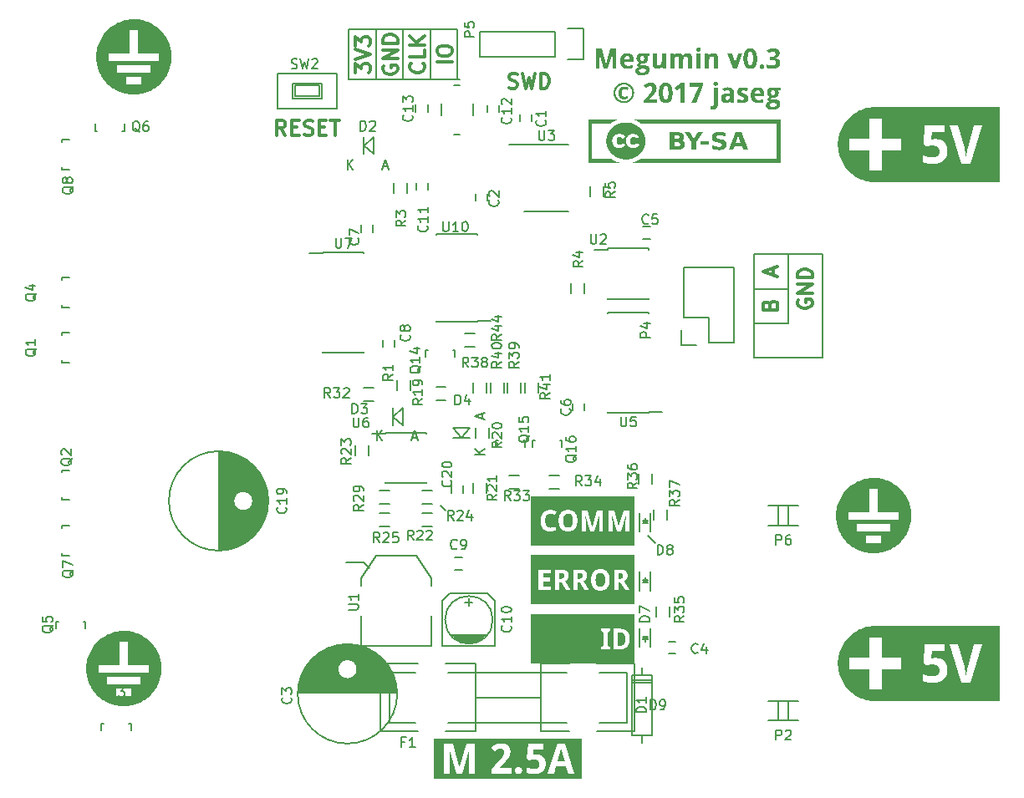
<source format=gbr>
G04 #@! TF.FileFunction,Legend,Top*
%FSLAX46Y46*%
G04 Gerber Fmt 4.6, Leading zero omitted, Abs format (unit mm)*
G04 Created by KiCad (PCBNEW 4.0.4-1.fc24-product) date Fri Jul 21 09:28:46 2017*
%MOMM*%
%LPD*%
G01*
G04 APERTURE LIST*
%ADD10C,0.100000*%
%ADD11C,0.200000*%
%ADD12C,0.300000*%
%ADD13C,0.150000*%
%ADD14C,0.203200*%
G04 APERTURE END LIST*
D10*
D11*
X92750000Y-94000000D02*
X92250000Y-93500000D01*
X113250000Y-96500000D02*
X114000000Y-97250000D01*
D12*
X76571429Y-55928571D02*
X76071429Y-55214286D01*
X75714286Y-55928571D02*
X75714286Y-54428571D01*
X76285714Y-54428571D01*
X76428572Y-54500000D01*
X76500000Y-54571429D01*
X76571429Y-54714286D01*
X76571429Y-54928571D01*
X76500000Y-55071429D01*
X76428572Y-55142857D01*
X76285714Y-55214286D01*
X75714286Y-55214286D01*
X77214286Y-55142857D02*
X77714286Y-55142857D01*
X77928572Y-55928571D02*
X77214286Y-55928571D01*
X77214286Y-54428571D01*
X77928572Y-54428571D01*
X78500000Y-55857143D02*
X78714286Y-55928571D01*
X79071429Y-55928571D01*
X79214286Y-55857143D01*
X79285715Y-55785714D01*
X79357143Y-55642857D01*
X79357143Y-55500000D01*
X79285715Y-55357143D01*
X79214286Y-55285714D01*
X79071429Y-55214286D01*
X78785715Y-55142857D01*
X78642857Y-55071429D01*
X78571429Y-55000000D01*
X78500000Y-54857143D01*
X78500000Y-54714286D01*
X78571429Y-54571429D01*
X78642857Y-54500000D01*
X78785715Y-54428571D01*
X79142857Y-54428571D01*
X79357143Y-54500000D01*
X80000000Y-55142857D02*
X80500000Y-55142857D01*
X80714286Y-55928571D02*
X80000000Y-55928571D01*
X80000000Y-54428571D01*
X80714286Y-54428571D01*
X81142857Y-54428571D02*
X82000000Y-54428571D01*
X81571429Y-55928571D02*
X81571429Y-54428571D01*
D11*
X94000000Y-45250000D02*
X83000000Y-45250000D01*
X94000000Y-50250000D02*
X94000000Y-45250000D01*
X93750000Y-50250000D02*
X94000000Y-50250000D01*
X83000000Y-50250000D02*
X93750000Y-50250000D01*
X91250000Y-45250000D02*
X91250000Y-50250000D01*
X88500000Y-50250000D02*
X88500000Y-45250000D01*
X85750000Y-45250000D02*
X85750000Y-50250000D01*
X94000000Y-50250000D02*
X94250000Y-50250000D01*
X83000000Y-45250000D02*
X83000000Y-50250000D01*
D12*
X99214286Y-51107143D02*
X99428572Y-51178571D01*
X99785715Y-51178571D01*
X99928572Y-51107143D01*
X100000001Y-51035714D01*
X100071429Y-50892857D01*
X100071429Y-50750000D01*
X100000001Y-50607143D01*
X99928572Y-50535714D01*
X99785715Y-50464286D01*
X99500001Y-50392857D01*
X99357143Y-50321429D01*
X99285715Y-50250000D01*
X99214286Y-50107143D01*
X99214286Y-49964286D01*
X99285715Y-49821429D01*
X99357143Y-49750000D01*
X99500001Y-49678571D01*
X99857143Y-49678571D01*
X100071429Y-49750000D01*
X100571429Y-49678571D02*
X100928572Y-51178571D01*
X101214286Y-50107143D01*
X101500000Y-51178571D01*
X101857143Y-49678571D01*
X102428572Y-51178571D02*
X102428572Y-49678571D01*
X102785715Y-49678571D01*
X103000000Y-49750000D01*
X103142858Y-49892857D01*
X103214286Y-50035714D01*
X103285715Y-50321429D01*
X103285715Y-50535714D01*
X103214286Y-50821429D01*
X103142858Y-50964286D01*
X103000000Y-51107143D01*
X102785715Y-51178571D01*
X102428572Y-51178571D01*
X93428571Y-48535714D02*
X91928571Y-48535714D01*
X91928571Y-47535714D02*
X91928571Y-47250000D01*
X92000000Y-47107142D01*
X92142857Y-46964285D01*
X92428571Y-46892857D01*
X92928571Y-46892857D01*
X93214286Y-46964285D01*
X93357143Y-47107142D01*
X93428571Y-47250000D01*
X93428571Y-47535714D01*
X93357143Y-47678571D01*
X93214286Y-47821428D01*
X92928571Y-47892857D01*
X92428571Y-47892857D01*
X92142857Y-47821428D01*
X92000000Y-47678571D01*
X91928571Y-47535714D01*
X90535714Y-48642857D02*
X90607143Y-48714286D01*
X90678571Y-48928572D01*
X90678571Y-49071429D01*
X90607143Y-49285714D01*
X90464286Y-49428572D01*
X90321429Y-49500000D01*
X90035714Y-49571429D01*
X89821429Y-49571429D01*
X89535714Y-49500000D01*
X89392857Y-49428572D01*
X89250000Y-49285714D01*
X89178571Y-49071429D01*
X89178571Y-48928572D01*
X89250000Y-48714286D01*
X89321429Y-48642857D01*
X90678571Y-47285714D02*
X90678571Y-48000000D01*
X89178571Y-48000000D01*
X90678571Y-46785714D02*
X89178571Y-46785714D01*
X90678571Y-45928571D02*
X89821429Y-46571428D01*
X89178571Y-45928571D02*
X90035714Y-46785714D01*
X86500000Y-48892857D02*
X86428571Y-49035714D01*
X86428571Y-49250000D01*
X86500000Y-49464285D01*
X86642857Y-49607143D01*
X86785714Y-49678571D01*
X87071429Y-49750000D01*
X87285714Y-49750000D01*
X87571429Y-49678571D01*
X87714286Y-49607143D01*
X87857143Y-49464285D01*
X87928571Y-49250000D01*
X87928571Y-49107143D01*
X87857143Y-48892857D01*
X87785714Y-48821428D01*
X87285714Y-48821428D01*
X87285714Y-49107143D01*
X87928571Y-48178571D02*
X86428571Y-48178571D01*
X87928571Y-47321428D01*
X86428571Y-47321428D01*
X87928571Y-46607142D02*
X86428571Y-46607142D01*
X86428571Y-46249999D01*
X86500000Y-46035714D01*
X86642857Y-45892856D01*
X86785714Y-45821428D01*
X87071429Y-45749999D01*
X87285714Y-45749999D01*
X87571429Y-45821428D01*
X87714286Y-45892856D01*
X87857143Y-46035714D01*
X87928571Y-46249999D01*
X87928571Y-46607142D01*
X83678571Y-49607142D02*
X83678571Y-48678571D01*
X84250000Y-49178571D01*
X84250000Y-48964285D01*
X84321429Y-48821428D01*
X84392857Y-48749999D01*
X84535714Y-48678571D01*
X84892857Y-48678571D01*
X85035714Y-48749999D01*
X85107143Y-48821428D01*
X85178571Y-48964285D01*
X85178571Y-49392857D01*
X85107143Y-49535714D01*
X85035714Y-49607142D01*
X83678571Y-48250000D02*
X85178571Y-47750000D01*
X83678571Y-47250000D01*
X83678571Y-46892857D02*
X83678571Y-45964286D01*
X84250000Y-46464286D01*
X84250000Y-46250000D01*
X84321429Y-46107143D01*
X84392857Y-46035714D01*
X84535714Y-45964286D01*
X84892857Y-45964286D01*
X85035714Y-46035714D01*
X85107143Y-46107143D01*
X85178571Y-46250000D01*
X85178571Y-46678572D01*
X85107143Y-46821429D01*
X85035714Y-46892857D01*
D11*
X127500000Y-75000000D02*
X127500000Y-68000000D01*
X124000000Y-75000000D02*
X127500000Y-75000000D01*
X124000000Y-71500000D02*
X127500000Y-71500000D01*
X124000000Y-78500000D02*
X131000000Y-78500000D01*
X131000000Y-68000000D02*
X131000000Y-78500000D01*
X124000000Y-68000000D02*
X131000000Y-68000000D01*
X124000000Y-78500000D02*
X124000000Y-68000000D01*
D12*
X128500000Y-72642857D02*
X128428571Y-72785714D01*
X128428571Y-73000000D01*
X128500000Y-73214285D01*
X128642857Y-73357143D01*
X128785714Y-73428571D01*
X129071429Y-73500000D01*
X129285714Y-73500000D01*
X129571429Y-73428571D01*
X129714286Y-73357143D01*
X129857143Y-73214285D01*
X129928571Y-73000000D01*
X129928571Y-72857143D01*
X129857143Y-72642857D01*
X129785714Y-72571428D01*
X129285714Y-72571428D01*
X129285714Y-72857143D01*
X129928571Y-71928571D02*
X128428571Y-71928571D01*
X129928571Y-71071428D01*
X128428571Y-71071428D01*
X129928571Y-70357142D02*
X128428571Y-70357142D01*
X128428571Y-69999999D01*
X128500000Y-69785714D01*
X128642857Y-69642856D01*
X128785714Y-69571428D01*
X129071429Y-69499999D01*
X129285714Y-69499999D01*
X129571429Y-69571428D01*
X129714286Y-69642856D01*
X129857143Y-69785714D01*
X129928571Y-69999999D01*
X129928571Y-70357142D01*
X125642857Y-73142857D02*
X125714286Y-72928571D01*
X125785714Y-72857143D01*
X125928571Y-72785714D01*
X126142857Y-72785714D01*
X126285714Y-72857143D01*
X126357143Y-72928571D01*
X126428571Y-73071429D01*
X126428571Y-73642857D01*
X124928571Y-73642857D01*
X124928571Y-73142857D01*
X125000000Y-73000000D01*
X125071429Y-72928571D01*
X125214286Y-72857143D01*
X125357143Y-72857143D01*
X125500000Y-72928571D01*
X125571429Y-73000000D01*
X125642857Y-73142857D01*
X125642857Y-73642857D01*
X126000000Y-70107143D02*
X126000000Y-69392857D01*
X126428571Y-70250000D02*
X124928571Y-69750000D01*
X126428571Y-69250000D01*
D11*
X84500000Y-99250000D02*
X82750000Y-99250000D01*
X84455000Y-99187000D02*
X85090000Y-99822000D01*
D10*
G36*
X104095351Y-117596102D02*
X103038121Y-117125915D01*
X103038121Y-121126085D01*
X106553772Y-121126085D01*
X106553772Y-117125915D01*
X103038121Y-117125915D01*
X104095351Y-117596102D01*
X104879180Y-117596102D01*
X105864752Y-120630542D01*
X105218177Y-120630542D01*
X105011471Y-119911206D01*
X103969675Y-119911206D01*
X103760764Y-120630542D01*
X103113637Y-120630542D01*
X104095351Y-117596102D01*
X104095351Y-117596102D01*
G37*
G36*
X104490573Y-118022191D02*
X104488391Y-118033819D01*
X104485987Y-118045963D01*
X104483369Y-118058623D01*
X104480548Y-118071801D01*
X104477533Y-118085495D01*
X104474334Y-118099706D01*
X104470960Y-118114434D01*
X104467422Y-118129678D01*
X104464883Y-118142163D01*
X104462227Y-118154814D01*
X104459452Y-118167630D01*
X104456556Y-118180611D01*
X104453538Y-118193757D01*
X104450396Y-118207069D01*
X104447128Y-118220546D01*
X104443733Y-118234189D01*
X104440209Y-118247997D01*
X104436554Y-118261970D01*
X104433527Y-118274386D01*
X104430461Y-118286831D01*
X104427356Y-118299306D01*
X104424214Y-118311811D01*
X104421035Y-118324349D01*
X104417822Y-118336921D01*
X104414575Y-118349527D01*
X104411296Y-118362169D01*
X104407986Y-118374849D01*
X104404645Y-118387567D01*
X104401276Y-118400325D01*
X104397588Y-118414298D01*
X104393960Y-118428106D01*
X104390389Y-118441749D01*
X104386870Y-118455226D01*
X104383396Y-118468538D01*
X104379964Y-118481684D01*
X104376569Y-118494666D01*
X104373204Y-118507481D01*
X104369866Y-118520132D01*
X104366550Y-118532617D01*
X104362887Y-118546223D01*
X104359250Y-118559480D01*
X104355648Y-118572386D01*
X104352087Y-118584938D01*
X104348573Y-118597133D01*
X104345114Y-118608970D01*
X104341716Y-118620447D01*
X104338386Y-118631560D01*
X104335131Y-118642309D01*
X104331199Y-118657447D01*
X104327658Y-118671176D01*
X104324484Y-118683512D01*
X104321656Y-118694470D01*
X104319149Y-118704065D01*
X104316941Y-118712313D01*
X104124567Y-119373771D01*
X104862644Y-119373771D01*
X104668065Y-118712313D01*
X104665468Y-118704400D01*
X104662636Y-118695543D01*
X104659567Y-118685740D01*
X104656255Y-118674989D01*
X104652699Y-118663289D01*
X104648895Y-118650639D01*
X104644840Y-118637035D01*
X104640530Y-118622478D01*
X104635963Y-118606965D01*
X104631134Y-118590494D01*
X104627566Y-118578307D01*
X104623948Y-118565958D01*
X104620281Y-118553446D01*
X104616568Y-118540771D01*
X104612809Y-118527930D01*
X104609005Y-118514923D01*
X104605158Y-118501749D01*
X104601269Y-118488405D01*
X104597339Y-118474892D01*
X104593369Y-118461208D01*
X104589360Y-118447351D01*
X104585314Y-118433321D01*
X104581232Y-118419116D01*
X104577115Y-118404735D01*
X104573762Y-118391816D01*
X104570423Y-118378897D01*
X104567097Y-118365978D01*
X104563786Y-118353058D01*
X104560489Y-118340139D01*
X104557208Y-118327220D01*
X104553941Y-118314301D01*
X104550690Y-118301382D01*
X104547456Y-118288463D01*
X104544238Y-118275544D01*
X104541037Y-118262625D01*
X104537853Y-118249706D01*
X104534688Y-118236786D01*
X104531540Y-118223867D01*
X104528411Y-118210948D01*
X104525301Y-118198029D01*
X104521577Y-118182310D01*
X104518038Y-118166953D01*
X104514679Y-118151960D01*
X104511500Y-118137332D01*
X104508498Y-118123068D01*
X104505670Y-118109170D01*
X104503014Y-118095639D01*
X104500529Y-118082475D01*
X104498211Y-118069679D01*
X104496059Y-118057252D01*
X104494071Y-118045195D01*
X104492243Y-118033508D01*
X104490574Y-118022191D01*
X104490573Y-118022191D01*
X104490573Y-118022191D01*
G37*
G36*
X91566228Y-117125915D02*
X92654327Y-117608780D01*
X93526901Y-117608780D01*
X94180091Y-119919474D01*
X94192218Y-119919474D01*
X94886749Y-117608780D01*
X95759323Y-117608780D01*
X95759323Y-120630542D01*
X95161805Y-120630542D01*
X95161805Y-119200138D01*
X95161805Y-119078320D01*
X95162176Y-119065856D01*
X95162535Y-119053266D01*
X95162885Y-119040548D01*
X95163229Y-119027700D01*
X95163569Y-119014719D01*
X95163907Y-119001602D01*
X95164246Y-118988348D01*
X95164589Y-118974953D01*
X95164938Y-118961415D01*
X95165295Y-118947732D01*
X95165664Y-118933901D01*
X95166015Y-118921132D01*
X95166375Y-118908320D01*
X95166742Y-118895467D01*
X95167115Y-118882577D01*
X95167492Y-118869653D01*
X95167870Y-118856697D01*
X95168248Y-118843712D01*
X95168624Y-118830702D01*
X95168997Y-118817668D01*
X95169364Y-118804615D01*
X95169723Y-118791544D01*
X95170074Y-118778459D01*
X95170807Y-118764218D01*
X95171500Y-118750056D01*
X95172154Y-118735972D01*
X95172769Y-118721962D01*
X95173349Y-118708025D01*
X95173893Y-118694156D01*
X95174403Y-118680355D01*
X95174882Y-118666619D01*
X95175329Y-118652944D01*
X95175747Y-118639330D01*
X95176137Y-118625772D01*
X95176770Y-118612395D01*
X95177395Y-118598976D01*
X95178013Y-118585515D01*
X95178623Y-118572013D01*
X95179227Y-118558469D01*
X95179824Y-118544882D01*
X95180415Y-118531253D01*
X95180998Y-118517582D01*
X95181575Y-118503869D01*
X95182146Y-118490113D01*
X95182710Y-118476315D01*
X95183268Y-118462474D01*
X95183819Y-118448591D01*
X95184365Y-118434665D01*
X95184904Y-118420695D01*
X95185438Y-118406683D01*
X95185966Y-118392628D01*
X95186488Y-118378529D01*
X95187004Y-118364387D01*
X95187515Y-118350202D01*
X95188020Y-118335973D01*
X95188520Y-118321701D01*
X95189015Y-118307385D01*
X95189505Y-118293026D01*
X95189989Y-118278622D01*
X95190469Y-118264175D01*
X95173932Y-118264175D01*
X94459006Y-120630542D01*
X93869757Y-120630542D01*
X93206094Y-118259765D01*
X93187904Y-118259765D01*
X93188816Y-118273836D01*
X93189714Y-118287875D01*
X93190599Y-118301881D01*
X93191471Y-118315856D01*
X93192330Y-118329798D01*
X93193177Y-118343707D01*
X93194011Y-118357584D01*
X93194832Y-118371428D01*
X93195641Y-118385238D01*
X93196438Y-118399015D01*
X93197223Y-118412759D01*
X93197996Y-118426470D01*
X93198758Y-118440146D01*
X93199508Y-118453789D01*
X93200247Y-118467397D01*
X93200975Y-118480971D01*
X93201692Y-118494511D01*
X93202398Y-118508016D01*
X93203094Y-118521487D01*
X93203779Y-118534922D01*
X93204454Y-118548322D01*
X93205119Y-118561687D01*
X93205774Y-118575017D01*
X93206420Y-118588311D01*
X93207055Y-118601569D01*
X93207682Y-118614791D01*
X93208299Y-118627977D01*
X93208971Y-118640753D01*
X93209609Y-118653586D01*
X93210215Y-118666476D01*
X93210790Y-118679424D01*
X93211333Y-118692429D01*
X93211847Y-118705492D01*
X93212333Y-118718612D01*
X93212790Y-118731789D01*
X93213221Y-118745024D01*
X93213626Y-118758316D01*
X93214006Y-118771666D01*
X93214362Y-118785073D01*
X93215045Y-118798487D01*
X93215714Y-118811857D01*
X93216365Y-118825187D01*
X93216996Y-118838480D01*
X93217604Y-118851738D01*
X93218187Y-118864965D01*
X93218740Y-118878163D01*
X93219262Y-118891335D01*
X93219749Y-118904485D01*
X93220200Y-118917614D01*
X93220610Y-118930726D01*
X93220977Y-118943823D01*
X93221688Y-118958057D01*
X93222320Y-118972193D01*
X93222874Y-118986232D01*
X93223354Y-119000171D01*
X93223762Y-119014009D01*
X93224100Y-119027746D01*
X93224372Y-119041379D01*
X93224578Y-119054908D01*
X93224722Y-119068331D01*
X93224807Y-119081648D01*
X93224835Y-119094856D01*
X93225231Y-119109177D01*
X93225593Y-119123202D01*
X93225919Y-119136933D01*
X93226206Y-119150370D01*
X93226454Y-119163517D01*
X93226660Y-119176374D01*
X93226824Y-119188944D01*
X93226943Y-119201228D01*
X93227015Y-119213227D01*
X93227040Y-119224943D01*
X93227040Y-120630542D01*
X92654327Y-120630542D01*
X92654327Y-117608780D01*
X91566228Y-117125915D01*
X91566228Y-121126085D01*
X96958767Y-121126085D01*
X96958767Y-117125915D01*
X91566228Y-117125915D01*
X91566228Y-117125915D01*
G37*
G36*
X96958767Y-117125915D02*
X98419488Y-117565234D01*
X98434402Y-117565306D01*
X98449208Y-117565521D01*
X98463906Y-117565880D01*
X98478496Y-117566382D01*
X98492978Y-117567027D01*
X98507351Y-117567815D01*
X98521617Y-117568747D01*
X98535774Y-117569821D01*
X98549823Y-117571039D01*
X98563764Y-117572400D01*
X98577597Y-117573903D01*
X98591321Y-117575549D01*
X98604938Y-117577338D01*
X98618446Y-117579270D01*
X98631847Y-117581344D01*
X98645139Y-117583561D01*
X98658323Y-117585920D01*
X98671398Y-117588421D01*
X98684366Y-117591065D01*
X98697226Y-117593851D01*
X98709977Y-117596780D01*
X98722620Y-117599850D01*
X98735155Y-117603062D01*
X98747582Y-117606417D01*
X98759901Y-117609913D01*
X98772112Y-117613551D01*
X98784214Y-117617331D01*
X98796208Y-117621253D01*
X98808095Y-117625316D01*
X98821902Y-117630194D01*
X98835543Y-117635236D01*
X98849017Y-117640442D01*
X98862325Y-117645812D01*
X98875466Y-117651347D01*
X98888442Y-117657046D01*
X98901251Y-117662911D01*
X98913895Y-117668939D01*
X98926372Y-117675133D01*
X98938684Y-117681492D01*
X98950830Y-117688016D01*
X98962811Y-117694705D01*
X98974626Y-117701559D01*
X98986276Y-117708579D01*
X98997761Y-117715764D01*
X99009081Y-117723115D01*
X99020235Y-117730632D01*
X99031225Y-117738314D01*
X99042050Y-117746163D01*
X99052711Y-117754177D01*
X99063206Y-117762358D01*
X99073538Y-117770705D01*
X99083705Y-117779218D01*
X99093707Y-117787898D01*
X99103546Y-117796744D01*
X99113610Y-117805957D01*
X99123475Y-117815336D01*
X99133142Y-117824882D01*
X99142611Y-117834593D01*
X99151880Y-117844471D01*
X99160950Y-117854514D01*
X99169820Y-117864724D01*
X99178491Y-117875099D01*
X99186961Y-117885639D01*
X99195232Y-117896345D01*
X99203301Y-117907216D01*
X99211171Y-117918253D01*
X99218839Y-117929454D01*
X99226306Y-117940821D01*
X99233571Y-117952352D01*
X99240635Y-117964048D01*
X99247497Y-117975909D01*
X99254157Y-117987934D01*
X99260614Y-118000124D01*
X99266869Y-118012478D01*
X99272921Y-118024995D01*
X99278770Y-118037677D01*
X99284415Y-118050523D01*
X99289857Y-118063533D01*
X99294847Y-118075674D01*
X99299642Y-118087931D01*
X99304241Y-118100303D01*
X99308644Y-118112791D01*
X99312851Y-118125393D01*
X99316863Y-118138111D01*
X99320679Y-118150945D01*
X99324300Y-118163894D01*
X99327724Y-118176959D01*
X99330953Y-118190140D01*
X99333987Y-118203437D01*
X99336824Y-118216850D01*
X99339466Y-118230379D01*
X99341912Y-118244024D01*
X99344163Y-118257785D01*
X99346218Y-118271663D01*
X99348077Y-118285657D01*
X99349740Y-118299768D01*
X99351208Y-118313995D01*
X99352480Y-118328339D01*
X99353556Y-118342800D01*
X99354437Y-118357378D01*
X99355122Y-118372073D01*
X99355611Y-118386885D01*
X99355905Y-118401815D01*
X99356002Y-118416862D01*
X99355902Y-118431060D01*
X99355601Y-118445214D01*
X99355098Y-118459323D01*
X99354396Y-118473386D01*
X99353493Y-118487404D01*
X99352391Y-118501376D01*
X99351088Y-118515303D01*
X99349586Y-118529184D01*
X99347884Y-118543019D01*
X99345983Y-118556809D01*
X99343884Y-118570552D01*
X99341585Y-118584249D01*
X99339088Y-118597900D01*
X99336393Y-118611504D01*
X99333499Y-118625062D01*
X99330408Y-118638574D01*
X99327119Y-118652038D01*
X99323633Y-118665456D01*
X99319949Y-118678828D01*
X99316068Y-118692152D01*
X99311990Y-118705429D01*
X99307716Y-118718659D01*
X99303245Y-118731841D01*
X99298578Y-118744976D01*
X99293715Y-118758064D01*
X99288879Y-118770459D01*
X99283910Y-118782839D01*
X99278809Y-118795206D01*
X99273576Y-118807558D01*
X99268209Y-118819896D01*
X99262710Y-118832220D01*
X99257077Y-118844531D01*
X99251311Y-118856829D01*
X99245411Y-118869113D01*
X99239378Y-118881385D01*
X99233210Y-118893643D01*
X99226909Y-118905889D01*
X99220472Y-118918123D01*
X99213902Y-118930344D01*
X99207197Y-118942554D01*
X99200356Y-118954751D01*
X99193381Y-118966937D01*
X99186270Y-118979111D01*
X99179024Y-118991274D01*
X99171642Y-119003426D01*
X99164125Y-119015567D01*
X99156471Y-119027697D01*
X99148681Y-119039817D01*
X99140755Y-119051927D01*
X99132692Y-119064026D01*
X99124492Y-119076115D01*
X99117037Y-119086808D01*
X99109497Y-119097502D01*
X99101873Y-119108198D01*
X99094165Y-119118896D01*
X99086372Y-119129595D01*
X99078495Y-119140296D01*
X99070534Y-119150997D01*
X99062489Y-119161700D01*
X99054360Y-119172403D01*
X99046147Y-119183108D01*
X99037850Y-119193812D01*
X99029469Y-119204518D01*
X99021005Y-119215223D01*
X99012457Y-119225929D01*
X99003825Y-119236635D01*
X98995110Y-119247341D01*
X98986311Y-119258047D01*
X98977429Y-119268752D01*
X98968463Y-119279457D01*
X98959415Y-119290161D01*
X98950283Y-119300864D01*
X98941068Y-119311567D01*
X98931769Y-119322269D01*
X98922388Y-119332969D01*
X98912924Y-119343668D01*
X98903377Y-119354366D01*
X98893748Y-119365062D01*
X98884035Y-119375757D01*
X98874240Y-119386449D01*
X98865150Y-119396324D01*
X98856014Y-119406210D01*
X98846834Y-119416109D01*
X98837610Y-119426020D01*
X98828342Y-119435944D01*
X98819029Y-119445879D01*
X98809672Y-119455827D01*
X98800271Y-119465788D01*
X98790826Y-119475761D01*
X98781338Y-119485746D01*
X98771806Y-119495744D01*
X98762231Y-119505755D01*
X98752612Y-119515778D01*
X98742949Y-119525815D01*
X98733244Y-119535864D01*
X98723495Y-119545925D01*
X98713704Y-119556000D01*
X98703870Y-119566088D01*
X98693993Y-119576189D01*
X98684073Y-119586303D01*
X98674111Y-119596430D01*
X98664106Y-119606570D01*
X98654059Y-119616724D01*
X98643970Y-119626891D01*
X98633839Y-119637071D01*
X98623666Y-119647265D01*
X98613451Y-119657472D01*
X98603194Y-119667693D01*
X98592896Y-119677927D01*
X98582556Y-119688175D01*
X98572175Y-119698437D01*
X98208372Y-120064444D01*
X98208372Y-120093107D01*
X99440339Y-120093107D01*
X99440339Y-120630542D01*
X97412969Y-120630542D01*
X97412969Y-120186263D01*
X98124036Y-119419522D01*
X98134334Y-119408425D01*
X98144556Y-119397394D01*
X98154702Y-119386429D01*
X98164773Y-119375530D01*
X98174769Y-119364698D01*
X98184690Y-119353933D01*
X98194536Y-119343234D01*
X98204308Y-119332601D01*
X98214006Y-119322036D01*
X98223629Y-119311537D01*
X98233178Y-119301106D01*
X98242654Y-119290741D01*
X98252056Y-119280444D01*
X98261385Y-119270214D01*
X98270640Y-119260051D01*
X98279823Y-119249956D01*
X98288932Y-119239928D01*
X98297969Y-119229968D01*
X98306934Y-119220076D01*
X98315826Y-119210251D01*
X98324647Y-119200494D01*
X98333395Y-119190806D01*
X98342072Y-119181186D01*
X98350677Y-119171633D01*
X98359211Y-119162149D01*
X98367673Y-119152734D01*
X98377568Y-119141661D01*
X98387333Y-119130615D01*
X98396968Y-119119595D01*
X98406474Y-119108603D01*
X98415851Y-119097638D01*
X98425099Y-119086699D01*
X98434218Y-119075786D01*
X98443208Y-119064900D01*
X98452069Y-119054040D01*
X98460802Y-119043205D01*
X98469407Y-119032397D01*
X98477884Y-119021614D01*
X98486233Y-119010856D01*
X98494453Y-119000124D01*
X98502547Y-118989417D01*
X98510512Y-118978735D01*
X98518351Y-118968078D01*
X98526062Y-118957446D01*
X98533646Y-118946838D01*
X98541103Y-118936255D01*
X98548434Y-118925695D01*
X98555638Y-118915160D01*
X98563812Y-118902962D01*
X98571798Y-118890736D01*
X98579594Y-118878484D01*
X98587201Y-118866206D01*
X98594616Y-118853903D01*
X98601841Y-118841574D01*
X98608873Y-118829221D01*
X98615712Y-118816844D01*
X98622358Y-118804443D01*
X98628809Y-118792019D01*
X98635066Y-118779572D01*
X98641126Y-118767103D01*
X98646990Y-118754612D01*
X98652657Y-118742101D01*
X98658126Y-118729568D01*
X98663396Y-118717015D01*
X98668467Y-118704443D01*
X98673338Y-118691851D01*
X98678008Y-118679240D01*
X98682454Y-118666572D01*
X98686653Y-118653807D01*
X98690606Y-118640944D01*
X98694314Y-118627983D01*
X98697777Y-118614923D01*
X98700997Y-118601763D01*
X98703974Y-118588502D01*
X98706708Y-118575141D01*
X98709201Y-118561677D01*
X98711453Y-118548110D01*
X98713465Y-118534441D01*
X98715238Y-118520667D01*
X98716771Y-118506788D01*
X98718067Y-118492803D01*
X98719126Y-118478712D01*
X98719948Y-118464514D01*
X98720534Y-118450209D01*
X98720886Y-118435795D01*
X98721002Y-118421271D01*
X98720773Y-118406143D01*
X98720084Y-118391349D01*
X98718935Y-118376892D01*
X98717325Y-118362772D01*
X98715253Y-118348989D01*
X98712720Y-118335544D01*
X98709724Y-118322437D01*
X98706265Y-118309670D01*
X98702342Y-118297243D01*
X98697955Y-118285156D01*
X98693102Y-118273410D01*
X98687784Y-118262005D01*
X98681999Y-118250943D01*
X98675748Y-118240224D01*
X98669029Y-118229849D01*
X98661842Y-118219818D01*
X98654186Y-118210131D01*
X98646060Y-118200790D01*
X98637465Y-118191795D01*
X98628399Y-118183146D01*
X98619140Y-118174886D01*
X98609556Y-118167055D01*
X98599646Y-118159653D01*
X98589412Y-118152680D01*
X98578854Y-118146133D01*
X98567972Y-118140013D01*
X98556767Y-118134320D01*
X98545240Y-118129052D01*
X98533391Y-118124209D01*
X98521222Y-118119791D01*
X98508731Y-118115796D01*
X98495922Y-118112225D01*
X98482793Y-118109076D01*
X98469345Y-118106348D01*
X98455580Y-118104043D01*
X98441497Y-118102157D01*
X98427097Y-118100692D01*
X98412382Y-118099646D01*
X98397351Y-118099019D01*
X98382005Y-118098810D01*
X98368419Y-118098950D01*
X98354875Y-118099367D01*
X98341375Y-118100064D01*
X98327917Y-118101039D01*
X98314503Y-118102294D01*
X98301132Y-118103827D01*
X98287803Y-118105640D01*
X98274518Y-118107732D01*
X98261276Y-118110103D01*
X98248077Y-118112754D01*
X98234921Y-118115685D01*
X98221808Y-118118895D01*
X98208738Y-118122386D01*
X98195712Y-118126156D01*
X98182728Y-118130207D01*
X98169787Y-118134537D01*
X98156890Y-118139149D01*
X98144035Y-118144040D01*
X98131224Y-118149213D01*
X98118455Y-118154666D01*
X98105730Y-118160400D01*
X98093048Y-118166414D01*
X98080409Y-118172711D01*
X98067812Y-118179288D01*
X98057017Y-118185133D01*
X98046188Y-118191150D01*
X98035325Y-118197341D01*
X98024427Y-118203705D01*
X98013495Y-118210242D01*
X98002527Y-118216953D01*
X97991525Y-118223837D01*
X97980487Y-118230895D01*
X97969414Y-118238126D01*
X97958305Y-118245531D01*
X97947160Y-118253109D01*
X97935979Y-118260861D01*
X97924761Y-118268787D01*
X97913507Y-118276887D01*
X97902215Y-118285161D01*
X97890887Y-118293610D01*
X97879521Y-118302232D01*
X97868118Y-118311028D01*
X97856676Y-118319999D01*
X97845197Y-118329144D01*
X97833680Y-118338464D01*
X97822123Y-118347958D01*
X97810529Y-118357627D01*
X97798895Y-118367471D01*
X97787222Y-118377489D01*
X97775510Y-118387682D01*
X97763758Y-118398050D01*
X97751966Y-118408593D01*
X97404700Y-117997387D01*
X97415059Y-117987993D01*
X97425464Y-117978646D01*
X97435916Y-117969346D01*
X97446415Y-117960094D01*
X97456963Y-117950890D01*
X97467559Y-117941734D01*
X97478205Y-117932628D01*
X97488901Y-117923572D01*
X97499647Y-117914567D01*
X97510445Y-117905612D01*
X97521293Y-117896709D01*
X97532195Y-117887858D01*
X97543148Y-117879060D01*
X97554155Y-117870315D01*
X97565216Y-117861624D01*
X97576332Y-117852988D01*
X97587502Y-117844407D01*
X97598728Y-117835881D01*
X97609447Y-117827665D01*
X97620281Y-117819555D01*
X97631229Y-117811549D01*
X97642291Y-117803648D01*
X97653468Y-117795851D01*
X97664760Y-117788159D01*
X97676166Y-117780571D01*
X97687686Y-117773086D01*
X97699321Y-117765704D01*
X97711071Y-117758426D01*
X97722935Y-117751251D01*
X97734914Y-117744178D01*
X97747007Y-117737208D01*
X97759214Y-117730340D01*
X97771537Y-117723574D01*
X97783973Y-117716910D01*
X97796525Y-117710347D01*
X97809190Y-117703886D01*
X97821971Y-117697526D01*
X97833644Y-117691875D01*
X97845432Y-117686340D01*
X97857337Y-117680920D01*
X97869356Y-117675616D01*
X97881491Y-117670426D01*
X97893739Y-117665351D01*
X97906102Y-117660390D01*
X97918579Y-117655543D01*
X97931169Y-117650809D01*
X97943872Y-117646188D01*
X97956688Y-117641680D01*
X97969616Y-117637284D01*
X97982656Y-117633000D01*
X97995807Y-117628828D01*
X98009070Y-117624767D01*
X98022444Y-117620817D01*
X98035928Y-117616977D01*
X98049523Y-117613248D01*
X98063227Y-117609628D01*
X98077041Y-117606118D01*
X98090964Y-117602717D01*
X98103254Y-117599679D01*
X98115665Y-117596768D01*
X98128197Y-117593984D01*
X98140850Y-117591327D01*
X98153624Y-117588798D01*
X98166519Y-117586395D01*
X98179535Y-117584121D01*
X98192673Y-117581975D01*
X98205932Y-117579956D01*
X98219313Y-117578067D01*
X98232816Y-117576306D01*
X98246441Y-117574673D01*
X98260187Y-117573171D01*
X98274056Y-117571797D01*
X98288047Y-117570553D01*
X98302161Y-117569439D01*
X98316397Y-117568456D01*
X98330755Y-117567602D01*
X98345236Y-117566880D01*
X98359840Y-117566288D01*
X98374568Y-117565827D01*
X98389418Y-117565498D01*
X98404391Y-117565300D01*
X98419488Y-117565234D01*
X96958767Y-117125915D01*
X96958767Y-121126085D01*
X99628303Y-121126085D01*
X99628303Y-117125915D01*
X96958767Y-117125915D01*
X96958767Y-117125915D01*
G37*
G36*
X99628303Y-117125915D02*
X100180621Y-119983967D01*
X100195000Y-119984141D01*
X100209200Y-119984668D01*
X100223225Y-119985552D01*
X100237078Y-119986798D01*
X100250763Y-119988411D01*
X100264282Y-119990397D01*
X100277639Y-119992759D01*
X100290837Y-119995503D01*
X100303880Y-119998634D01*
X100316771Y-120002157D01*
X100329834Y-120006109D01*
X100342568Y-120010522D01*
X100354970Y-120015396D01*
X100367042Y-120020727D01*
X100378782Y-120026514D01*
X100390193Y-120032756D01*
X100401272Y-120039451D01*
X100412021Y-120046598D01*
X100422439Y-120054195D01*
X100432526Y-120062239D01*
X100442249Y-120070780D01*
X100451572Y-120079865D01*
X100460491Y-120089493D01*
X100469003Y-120099661D01*
X100477106Y-120110368D01*
X100484795Y-120121612D01*
X100492067Y-120133392D01*
X100498919Y-120145707D01*
X100505348Y-120158553D01*
X100511350Y-120171931D01*
X100515966Y-120183168D01*
X100520172Y-120194831D01*
X100523967Y-120206920D01*
X100527355Y-120219438D01*
X100530338Y-120232384D01*
X100532916Y-120245759D01*
X100535093Y-120259566D01*
X100536869Y-120273804D01*
X100538247Y-120288474D01*
X100539230Y-120303578D01*
X100539817Y-120319117D01*
X100540013Y-120335091D01*
X100539817Y-120350410D01*
X100539230Y-120365360D01*
X100538248Y-120379942D01*
X100536869Y-120394152D01*
X100535093Y-120407992D01*
X100532917Y-120421459D01*
X100530338Y-120434553D01*
X100527356Y-120447273D01*
X100523968Y-120459618D01*
X100520172Y-120471587D01*
X100515967Y-120483178D01*
X100511350Y-120494392D01*
X100505347Y-120507398D01*
X100498919Y-120519955D01*
X100492067Y-120532063D01*
X100484794Y-120543719D01*
X100477106Y-120554922D01*
X100469003Y-120565671D01*
X100460491Y-120575963D01*
X100451572Y-120585797D01*
X100442249Y-120595171D01*
X100432526Y-120604084D01*
X100422439Y-120612510D01*
X100412021Y-120620426D01*
X100401272Y-120627837D01*
X100390193Y-120634745D01*
X100378782Y-120641153D01*
X100367042Y-120647065D01*
X100354970Y-120652485D01*
X100342568Y-120657415D01*
X100329834Y-120661859D01*
X100316771Y-120665820D01*
X100303880Y-120669755D01*
X100290837Y-120673290D01*
X100277639Y-120676422D01*
X100264282Y-120679146D01*
X100250763Y-120681461D01*
X100237078Y-120683362D01*
X100223225Y-120684846D01*
X100209200Y-120685911D01*
X100195000Y-120686552D01*
X100180621Y-120686766D01*
X100166797Y-120686589D01*
X100153139Y-120686059D01*
X100139647Y-120685178D01*
X100126323Y-120683950D01*
X100113168Y-120682377D01*
X100100183Y-120680460D01*
X100087370Y-120678203D01*
X100074729Y-120675608D01*
X100062263Y-120672677D01*
X100049971Y-120669414D01*
X100037856Y-120665820D01*
X100024792Y-120661859D01*
X100012059Y-120657415D01*
X99999657Y-120652484D01*
X99987585Y-120647065D01*
X99975844Y-120641153D01*
X99964434Y-120634744D01*
X99953355Y-120627837D01*
X99942606Y-120620426D01*
X99932188Y-120612510D01*
X99922101Y-120604084D01*
X99912393Y-120595171D01*
X99903112Y-120585797D01*
X99894255Y-120575963D01*
X99885817Y-120565671D01*
X99877797Y-120554922D01*
X99870189Y-120543719D01*
X99862992Y-120532063D01*
X99856202Y-120519955D01*
X99849815Y-120507398D01*
X99843828Y-120494392D01*
X99839533Y-120483178D01*
X99835607Y-120471587D01*
X99832050Y-120459618D01*
X99828863Y-120447273D01*
X99826048Y-120434553D01*
X99823605Y-120421459D01*
X99821535Y-120407992D01*
X99819840Y-120394152D01*
X99818519Y-120379942D01*
X99817575Y-120365360D01*
X99817008Y-120350410D01*
X99816819Y-120335091D01*
X99817008Y-120319117D01*
X99817575Y-120303578D01*
X99818520Y-120288474D01*
X99819840Y-120273804D01*
X99821536Y-120259566D01*
X99823606Y-120245759D01*
X99826049Y-120232384D01*
X99828864Y-120219438D01*
X99832051Y-120206920D01*
X99835608Y-120194831D01*
X99839534Y-120183168D01*
X99843828Y-120171931D01*
X99849815Y-120158553D01*
X99856202Y-120145706D01*
X99862992Y-120133392D01*
X99870189Y-120121612D01*
X99877797Y-120110367D01*
X99885817Y-120099660D01*
X99894255Y-120089492D01*
X99903112Y-120079865D01*
X99912393Y-120070780D01*
X99922101Y-120062239D01*
X99932188Y-120054194D01*
X99942606Y-120046598D01*
X99953355Y-120039451D01*
X99964434Y-120032755D01*
X99975844Y-120026513D01*
X99987585Y-120020726D01*
X99999657Y-120015395D01*
X100012059Y-120010522D01*
X100024792Y-120006109D01*
X100037856Y-120002157D01*
X100049971Y-119998937D01*
X100062263Y-119996042D01*
X100074729Y-119993468D01*
X100087370Y-119991210D01*
X100100183Y-119989266D01*
X100113168Y-119987631D01*
X100126323Y-119986302D01*
X100139647Y-119985275D01*
X100153139Y-119984545D01*
X100166797Y-119984111D01*
X100180621Y-119983967D01*
X99628303Y-117125915D01*
X99628303Y-121126085D01*
X100659075Y-121126085D01*
X100659075Y-117125915D01*
X99628303Y-117125915D01*
X99628303Y-117125915D01*
G37*
G36*
X100659075Y-117125915D02*
X101133672Y-117608780D01*
X102729440Y-117608780D01*
X102729440Y-118150073D01*
X101687643Y-118150073D01*
X101638034Y-118743732D01*
X101649196Y-118741315D01*
X101660636Y-118738889D01*
X101672356Y-118736454D01*
X101684356Y-118734014D01*
X101696640Y-118731571D01*
X101709210Y-118729125D01*
X101722066Y-118726679D01*
X101735211Y-118724236D01*
X101748647Y-118721796D01*
X101762376Y-118719361D01*
X101776400Y-118716935D01*
X101790721Y-118714518D01*
X101801352Y-118712867D01*
X101812331Y-118711319D01*
X101823659Y-118709873D01*
X101835333Y-118708529D01*
X101847354Y-118707287D01*
X101859720Y-118706146D01*
X101872432Y-118705106D01*
X101885487Y-118704167D01*
X101898887Y-118703328D01*
X101912629Y-118702589D01*
X101926714Y-118701949D01*
X101941140Y-118701409D01*
X101955907Y-118700968D01*
X101971015Y-118700625D01*
X101986462Y-118700381D01*
X102002248Y-118700235D01*
X102018372Y-118700186D01*
X102032728Y-118700269D01*
X102047008Y-118700517D01*
X102061214Y-118700931D01*
X102075346Y-118701510D01*
X102089403Y-118702254D01*
X102103385Y-118703164D01*
X102117293Y-118704238D01*
X102131127Y-118705478D01*
X102144886Y-118706882D01*
X102158572Y-118708452D01*
X102172183Y-118710186D01*
X102185721Y-118712085D01*
X102199185Y-118714148D01*
X102212575Y-118716376D01*
X102225891Y-118718768D01*
X102239134Y-118721325D01*
X102252303Y-118724045D01*
X102265398Y-118726930D01*
X102278421Y-118729979D01*
X102291370Y-118733192D01*
X102304246Y-118736569D01*
X102317049Y-118740110D01*
X102329779Y-118743815D01*
X102342435Y-118747683D01*
X102355020Y-118751715D01*
X102367531Y-118755910D01*
X102379970Y-118760269D01*
X102393295Y-118765152D01*
X102406483Y-118770209D01*
X102419534Y-118775443D01*
X102432446Y-118780851D01*
X102445220Y-118786436D01*
X102457856Y-118792197D01*
X102470354Y-118798134D01*
X102482714Y-118804248D01*
X102494935Y-118810540D01*
X102507018Y-118817009D01*
X102518962Y-118823655D01*
X102530767Y-118830480D01*
X102542434Y-118837483D01*
X102553961Y-118844665D01*
X102565350Y-118852026D01*
X102576599Y-118859567D01*
X102587709Y-118867287D01*
X102598680Y-118875187D01*
X102609511Y-118883267D01*
X102620202Y-118891528D01*
X102630754Y-118899971D01*
X102641166Y-118908594D01*
X102651438Y-118917399D01*
X102661570Y-118926386D01*
X102671562Y-118935555D01*
X102681022Y-118944545D01*
X102690320Y-118953706D01*
X102699457Y-118963038D01*
X102708434Y-118972542D01*
X102717250Y-118982217D01*
X102725905Y-118992063D01*
X102734399Y-119002080D01*
X102742734Y-119012269D01*
X102750909Y-119022628D01*
X102758924Y-119033159D01*
X102766779Y-119043862D01*
X102774475Y-119054735D01*
X102782012Y-119065780D01*
X102789390Y-119076996D01*
X102796609Y-119088383D01*
X102803669Y-119099941D01*
X102810571Y-119111671D01*
X102817315Y-119123572D01*
X102823901Y-119135644D01*
X102830328Y-119147887D01*
X102836599Y-119160302D01*
X102842711Y-119172888D01*
X102848666Y-119185645D01*
X102854465Y-119198573D01*
X102860106Y-119211672D01*
X102865590Y-119224943D01*
X102870354Y-119236838D01*
X102874953Y-119248859D01*
X102879387Y-119261005D01*
X102883655Y-119273276D01*
X102887757Y-119285673D01*
X102891694Y-119298194D01*
X102895464Y-119310840D01*
X102899068Y-119323610D01*
X102902506Y-119336504D01*
X102905778Y-119349523D01*
X102908883Y-119362665D01*
X102911822Y-119375931D01*
X102914593Y-119389320D01*
X102917198Y-119402832D01*
X102919636Y-119416468D01*
X102921906Y-119430226D01*
X102924010Y-119444107D01*
X102925945Y-119458110D01*
X102927713Y-119472235D01*
X102929314Y-119486483D01*
X102930746Y-119500852D01*
X102932010Y-119515343D01*
X102933107Y-119529955D01*
X102934035Y-119544688D01*
X102934794Y-119559542D01*
X102935385Y-119574517D01*
X102935808Y-119589613D01*
X102936061Y-119604829D01*
X102936146Y-119620165D01*
X102936075Y-119635026D01*
X102935863Y-119649795D01*
X102935510Y-119664472D01*
X102935016Y-119679056D01*
X102934381Y-119693548D01*
X102933605Y-119707948D01*
X102932688Y-119722255D01*
X102931631Y-119736471D01*
X102930432Y-119750595D01*
X102929092Y-119764627D01*
X102927612Y-119778567D01*
X102925991Y-119792416D01*
X102924229Y-119806173D01*
X102922327Y-119819839D01*
X102920284Y-119833414D01*
X102918101Y-119846897D01*
X102915777Y-119860289D01*
X102913313Y-119873590D01*
X102910708Y-119886800D01*
X102907963Y-119899919D01*
X102905078Y-119912947D01*
X102902052Y-119925885D01*
X102898886Y-119938732D01*
X102895580Y-119951488D01*
X102892134Y-119964155D01*
X102888548Y-119976730D01*
X102884822Y-119989216D01*
X102880956Y-120001611D01*
X102876950Y-120013917D01*
X102872804Y-120026132D01*
X102868518Y-120038257D01*
X102864092Y-120050293D01*
X102859527Y-120062239D01*
X102854166Y-120075571D01*
X102848632Y-120088764D01*
X102842925Y-120101820D01*
X102837045Y-120114739D01*
X102830993Y-120127520D01*
X102824767Y-120140163D01*
X102818370Y-120152669D01*
X102811799Y-120165037D01*
X102805056Y-120177267D01*
X102798141Y-120189359D01*
X102791053Y-120201314D01*
X102783793Y-120213132D01*
X102776361Y-120224812D01*
X102768757Y-120236354D01*
X102760980Y-120247758D01*
X102753032Y-120259025D01*
X102744912Y-120270154D01*
X102736619Y-120281146D01*
X102728155Y-120292000D01*
X102719519Y-120302716D01*
X102710712Y-120313294D01*
X102701733Y-120323735D01*
X102692582Y-120334039D01*
X102683260Y-120344204D01*
X102673767Y-120354233D01*
X102664102Y-120364123D01*
X102654266Y-120373876D01*
X102644258Y-120383491D01*
X102634080Y-120392968D01*
X102624403Y-120401572D01*
X102614577Y-120410047D01*
X102604600Y-120418393D01*
X102594474Y-120426609D01*
X102584198Y-120434697D01*
X102573772Y-120442655D01*
X102563196Y-120450485D01*
X102552470Y-120458185D01*
X102541594Y-120465756D01*
X102530567Y-120473199D01*
X102519390Y-120480512D01*
X102508063Y-120487696D01*
X102496586Y-120494751D01*
X102484958Y-120501677D01*
X102473179Y-120508474D01*
X102461251Y-120515142D01*
X102449171Y-120521681D01*
X102436941Y-120528091D01*
X102424560Y-120534371D01*
X102412028Y-120540523D01*
X102399346Y-120546546D01*
X102386513Y-120552439D01*
X102373528Y-120558204D01*
X102360393Y-120563839D01*
X102347107Y-120569346D01*
X102333670Y-120574723D01*
X102320081Y-120579971D01*
X102306341Y-120585091D01*
X102292450Y-120590081D01*
X102278408Y-120594942D01*
X102264214Y-120599674D01*
X102252322Y-120603532D01*
X102240334Y-120607283D01*
X102228248Y-120610928D01*
X102216067Y-120614467D01*
X102203788Y-120617899D01*
X102191413Y-120621226D01*
X102178941Y-120624446D01*
X102166373Y-120627561D01*
X102153708Y-120630569D01*
X102140946Y-120633471D01*
X102128088Y-120636267D01*
X102115133Y-120638958D01*
X102102081Y-120641542D01*
X102088933Y-120644021D01*
X102075688Y-120646394D01*
X102062346Y-120648661D01*
X102048908Y-120650822D01*
X102035374Y-120652877D01*
X102021742Y-120654827D01*
X102008014Y-120656671D01*
X101994189Y-120658410D01*
X101980268Y-120660042D01*
X101966250Y-120661570D01*
X101952136Y-120662991D01*
X101937924Y-120664307D01*
X101923617Y-120665518D01*
X101909212Y-120666623D01*
X101894711Y-120667623D01*
X101880113Y-120668518D01*
X101865419Y-120669307D01*
X101850628Y-120669990D01*
X101835740Y-120670569D01*
X101820756Y-120671042D01*
X101805675Y-120671410D01*
X101790497Y-120671673D01*
X101775223Y-120671831D01*
X101759853Y-120671883D01*
X101746483Y-120671852D01*
X101733126Y-120671756D01*
X101719780Y-120671596D01*
X101706447Y-120671369D01*
X101693127Y-120671076D01*
X101679820Y-120670714D01*
X101666526Y-120670284D01*
X101653247Y-120669784D01*
X101639981Y-120669212D01*
X101626730Y-120668569D01*
X101613493Y-120667852D01*
X101600272Y-120667061D01*
X101587067Y-120666196D01*
X101573877Y-120665254D01*
X101560703Y-120664235D01*
X101547546Y-120663138D01*
X101534405Y-120661961D01*
X101520485Y-120660625D01*
X101506629Y-120659199D01*
X101492838Y-120657685D01*
X101479112Y-120656084D01*
X101465450Y-120654397D01*
X101451852Y-120652626D01*
X101438319Y-120650772D01*
X101424851Y-120648836D01*
X101411448Y-120646819D01*
X101398109Y-120644723D01*
X101384834Y-120642548D01*
X101371625Y-120640296D01*
X101358479Y-120637969D01*
X101345399Y-120635566D01*
X101332383Y-120633090D01*
X101319431Y-120630542D01*
X101305967Y-120628006D01*
X101292582Y-120625360D01*
X101279276Y-120622604D01*
X101266049Y-120619738D01*
X101252898Y-120616761D01*
X101239823Y-120613674D01*
X101226823Y-120610477D01*
X101213897Y-120607170D01*
X101201044Y-120603753D01*
X101188263Y-120600225D01*
X101175553Y-120596587D01*
X101162913Y-120592839D01*
X101150342Y-120588981D01*
X101137839Y-120585012D01*
X101125404Y-120580933D01*
X101111509Y-120576104D01*
X101097810Y-120571157D01*
X101084307Y-120566091D01*
X101071000Y-120560905D01*
X101057888Y-120555599D01*
X101044972Y-120550171D01*
X101032252Y-120544622D01*
X101019727Y-120538950D01*
X101007398Y-120533155D01*
X100995265Y-120527235D01*
X100983327Y-120521190D01*
X100971585Y-120515020D01*
X100960039Y-120508724D01*
X100960039Y-119956957D01*
X100970484Y-119962838D01*
X100981151Y-119968669D01*
X100992040Y-119974453D01*
X101003154Y-119980189D01*
X101014495Y-119985879D01*
X101026064Y-119991525D01*
X101037864Y-119997127D01*
X101049895Y-120002687D01*
X101062160Y-120008206D01*
X101074661Y-120013686D01*
X101087400Y-120019127D01*
X101100377Y-120024530D01*
X101113596Y-120029897D01*
X101127057Y-120035230D01*
X101139768Y-120039882D01*
X101152543Y-120044467D01*
X101165382Y-120048984D01*
X101178282Y-120053432D01*
X101191243Y-120057809D01*
X101204263Y-120062116D01*
X101217339Y-120066351D01*
X101230472Y-120070512D01*
X101243659Y-120074600D01*
X101256899Y-120078612D01*
X101270190Y-120082549D01*
X101283532Y-120086409D01*
X101296922Y-120090191D01*
X101310359Y-120093894D01*
X101323841Y-120097517D01*
X101337622Y-120100787D01*
X101351402Y-120103984D01*
X101365182Y-120107108D01*
X101378963Y-120110158D01*
X101392743Y-120113134D01*
X101406523Y-120116037D01*
X101420304Y-120118867D01*
X101434084Y-120121623D01*
X101447865Y-120124306D01*
X101461645Y-120126915D01*
X101475425Y-120129451D01*
X101489206Y-120131913D01*
X101502986Y-120134301D01*
X101516767Y-120136616D01*
X101530547Y-120138858D01*
X101545257Y-120140849D01*
X101559858Y-120142689D01*
X101574350Y-120144379D01*
X101588735Y-120145918D01*
X101603012Y-120147308D01*
X101617182Y-120148548D01*
X101631247Y-120149641D01*
X101645206Y-120150586D01*
X101659060Y-120151384D01*
X101672810Y-120152036D01*
X101686457Y-120152541D01*
X101700000Y-120152902D01*
X101713441Y-120153118D01*
X101726779Y-120153190D01*
X101743445Y-120153086D01*
X101759868Y-120152773D01*
X101776047Y-120152253D01*
X101791984Y-120151525D01*
X101807678Y-120150588D01*
X101823128Y-120149443D01*
X101838336Y-120148090D01*
X101853301Y-120146529D01*
X101868023Y-120144759D01*
X101882502Y-120142780D01*
X101896738Y-120140593D01*
X101910730Y-120138198D01*
X101924481Y-120135594D01*
X101937988Y-120132781D01*
X101951252Y-120129760D01*
X101964273Y-120126530D01*
X101977051Y-120123091D01*
X101989586Y-120119443D01*
X102001878Y-120115587D01*
X102013928Y-120111521D01*
X102025734Y-120107247D01*
X102037297Y-120102764D01*
X102048618Y-120098071D01*
X102059695Y-120093170D01*
X102070530Y-120088059D01*
X102081121Y-120082739D01*
X102091470Y-120077210D01*
X102101576Y-120071472D01*
X102111438Y-120065524D01*
X102121058Y-120059367D01*
X102130435Y-120053001D01*
X102139568Y-120046425D01*
X102148459Y-120039639D01*
X102157944Y-120031773D01*
X102167105Y-120023606D01*
X102175943Y-120015141D01*
X102184459Y-120006376D01*
X102192651Y-119997312D01*
X102200520Y-119987949D01*
X102208067Y-119978286D01*
X102215292Y-119968325D01*
X102222194Y-119958064D01*
X102228773Y-119947505D01*
X102235031Y-119936646D01*
X102240966Y-119925489D01*
X102246580Y-119914033D01*
X102251872Y-119902279D01*
X102256842Y-119890226D01*
X102261490Y-119877874D01*
X102265818Y-119865223D01*
X102269823Y-119852275D01*
X102273508Y-119839027D01*
X102276872Y-119825482D01*
X102279915Y-119811638D01*
X102282636Y-119797496D01*
X102285038Y-119783056D01*
X102287118Y-119768318D01*
X102288879Y-119753282D01*
X102290318Y-119737948D01*
X102291438Y-119722315D01*
X102292238Y-119706386D01*
X102292718Y-119690158D01*
X102292877Y-119673632D01*
X102292697Y-119657824D01*
X102292156Y-119642289D01*
X102291253Y-119627029D01*
X102289990Y-119612043D01*
X102288364Y-119597331D01*
X102286377Y-119582893D01*
X102284028Y-119568730D01*
X102281316Y-119554840D01*
X102278242Y-119541225D01*
X102274806Y-119527884D01*
X102271006Y-119514818D01*
X102266843Y-119502025D01*
X102262317Y-119489507D01*
X102257427Y-119477262D01*
X102252174Y-119465292D01*
X102246556Y-119453597D01*
X102240574Y-119442175D01*
X102234228Y-119431028D01*
X102227516Y-119420155D01*
X102220440Y-119409556D01*
X102212999Y-119399231D01*
X102205192Y-119389180D01*
X102197019Y-119379404D01*
X102188481Y-119369902D01*
X102179576Y-119360674D01*
X102170306Y-119351720D01*
X102160668Y-119343040D01*
X102150664Y-119334635D01*
X102142261Y-119327806D01*
X102133587Y-119321180D01*
X102124643Y-119314757D01*
X102115430Y-119308538D01*
X102105946Y-119302521D01*
X102096193Y-119296709D01*
X102086170Y-119291099D01*
X102075877Y-119285693D01*
X102065316Y-119280490D01*
X102054485Y-119275491D01*
X102043385Y-119270696D01*
X102032015Y-119266104D01*
X102020378Y-119261715D01*
X102008471Y-119257531D01*
X101996296Y-119253550D01*
X101983852Y-119249773D01*
X101971140Y-119246199D01*
X101958160Y-119242830D01*
X101944911Y-119239664D01*
X101931395Y-119236703D01*
X101917611Y-119233945D01*
X101903559Y-119231391D01*
X101889240Y-119229041D01*
X101874653Y-119226896D01*
X101859799Y-119224954D01*
X101844677Y-119223217D01*
X101829289Y-119221684D01*
X101813633Y-119220355D01*
X101797711Y-119219231D01*
X101781522Y-119218311D01*
X101765066Y-119217595D01*
X101748344Y-119217084D01*
X101731356Y-119216777D01*
X101714101Y-119216675D01*
X101702056Y-119216766D01*
X101689807Y-119217033D01*
X101677354Y-119217471D01*
X101664696Y-119218072D01*
X101651835Y-119218830D01*
X101638769Y-119219737D01*
X101625499Y-119220788D01*
X101612025Y-119221974D01*
X101598346Y-119223290D01*
X101585035Y-119224719D01*
X101571739Y-119226250D01*
X101558455Y-119227883D01*
X101545177Y-119229618D01*
X101531902Y-119231456D01*
X101518624Y-119233395D01*
X101505340Y-119235437D01*
X101492044Y-119237580D01*
X101478733Y-119239826D01*
X101465913Y-119242143D01*
X101453179Y-119244504D01*
X101440535Y-119246910D01*
X101427988Y-119249364D01*
X101415539Y-119251867D01*
X101403196Y-119254423D01*
X101390961Y-119257033D01*
X101378839Y-119259700D01*
X101366836Y-119262426D01*
X101351799Y-119265413D01*
X101337388Y-119268473D01*
X101323590Y-119271610D01*
X101310390Y-119274829D01*
X101297773Y-119278135D01*
X101285725Y-119281532D01*
X101274232Y-119285026D01*
X101019570Y-119148875D01*
X101133672Y-117608780D01*
X100659075Y-117125915D01*
X100659075Y-121126085D01*
X103038121Y-121126085D01*
X103038121Y-117125915D01*
X100659075Y-117125915D01*
X100659075Y-117125915D01*
G37*
D13*
X100425000Y-81050000D02*
X100425000Y-82050000D01*
X99075000Y-82050000D02*
X99075000Y-81050000D01*
X84244000Y-104624000D02*
X84244000Y-107672000D01*
X84244000Y-107672000D02*
X91356000Y-107672000D01*
X91356000Y-107672000D02*
X91356000Y-104624000D01*
X84244000Y-101576000D02*
X84244000Y-100814000D01*
X84244000Y-100814000D02*
X85768000Y-98528000D01*
X85768000Y-98528000D02*
X89832000Y-98528000D01*
X89832000Y-98528000D02*
X91356000Y-100814000D01*
X91356000Y-100814000D02*
X91356000Y-101576000D01*
X100775000Y-63675000D02*
X105225000Y-63675000D01*
X99250000Y-56925000D02*
X105225000Y-56925000D01*
X109225000Y-67425000D02*
X109225000Y-67570000D01*
X113375000Y-67425000D02*
X113375000Y-67570000D01*
X113375000Y-72575000D02*
X113375000Y-72430000D01*
X109225000Y-72575000D02*
X109225000Y-72430000D01*
X109225000Y-67425000D02*
X113375000Y-67425000D01*
X109225000Y-72575000D02*
X113375000Y-72575000D01*
X109225000Y-67570000D02*
X107825000Y-67570000D01*
X97000000Y-61900000D02*
X97000000Y-62600000D01*
X95800000Y-62600000D02*
X95800000Y-61900000D01*
X94515000Y-107336000D02*
X95912000Y-107336000D01*
X94261000Y-107209000D02*
X96039000Y-107209000D01*
X93880000Y-107082000D02*
X96420000Y-107082000D01*
X96547000Y-106955000D02*
X93753000Y-106955000D01*
X93626000Y-106828000D02*
X96674000Y-106828000D01*
X96801000Y-106701000D02*
X93499000Y-106701000D01*
X93372000Y-106574000D02*
X96928000Y-106574000D01*
X92483000Y-107717000D02*
X92483000Y-103145000D01*
X92483000Y-103145000D02*
X93245000Y-102383000D01*
X93245000Y-102383000D02*
X97055000Y-102383000D01*
X97055000Y-102383000D02*
X97817000Y-103145000D01*
X97817000Y-103145000D02*
X97817000Y-107717000D01*
X97817000Y-107717000D02*
X92483000Y-107717000D01*
X95150000Y-102891000D02*
X95150000Y-103653000D01*
X94769000Y-103272000D02*
X95531000Y-103272000D01*
X97563000Y-105050000D02*
G75*
G03X97563000Y-105050000I-2413000J0D01*
G01*
X114125000Y-104750000D02*
X114125000Y-103750000D01*
X115475000Y-103750000D02*
X115475000Y-104750000D01*
X84499760Y-57050800D02*
X85500520Y-56150000D01*
X85500520Y-56150000D02*
X85500520Y-57850000D01*
X85500520Y-57850000D02*
X84499760Y-57000000D01*
X84499760Y-56150000D02*
X84499760Y-57850000D01*
X94411800Y-86633240D02*
X93511000Y-85632480D01*
X93511000Y-85632480D02*
X95211000Y-85632480D01*
X95211000Y-85632480D02*
X94361000Y-86633240D01*
X93511000Y-86633240D02*
X95211000Y-86633240D01*
X87483760Y-84505800D02*
X88484520Y-83605000D01*
X88484520Y-83605000D02*
X88484520Y-85305000D01*
X88484520Y-85305000D02*
X87483760Y-84455000D01*
X87483760Y-83605000D02*
X87483760Y-85305000D01*
X116100000Y-108450000D02*
X115400000Y-108450000D01*
X115400000Y-107250000D02*
X116100000Y-107250000D01*
X112800000Y-65225000D02*
X113500000Y-65225000D01*
X113500000Y-66425000D02*
X112800000Y-66425000D01*
X105625000Y-83800000D02*
X105625000Y-83100000D01*
X106825000Y-83100000D02*
X106825000Y-83800000D01*
X85400000Y-65050000D02*
X85400000Y-65750000D01*
X84200000Y-65750000D02*
X84200000Y-65050000D01*
X86450000Y-77400000D02*
X86450000Y-76700000D01*
X87650000Y-76700000D02*
X87650000Y-77400000D01*
X93750000Y-98750000D02*
X94450000Y-98750000D01*
X94450000Y-99950000D02*
X93750000Y-99950000D01*
X91000000Y-60750000D02*
X91000000Y-61450000D01*
X89800000Y-61450000D02*
X89800000Y-60750000D01*
X98200000Y-52925000D02*
X98200000Y-53625000D01*
X97000000Y-53625000D02*
X97000000Y-52925000D01*
X89775000Y-53550000D02*
X89775000Y-52850000D01*
X90975000Y-52850000D02*
X90975000Y-53550000D01*
X94580000Y-91471000D02*
X94580000Y-92171000D01*
X93380000Y-92171000D02*
X93380000Y-91471000D01*
X112450000Y-105900000D02*
X112450000Y-107800000D01*
X113550000Y-105900000D02*
X113550000Y-107800000D01*
X113000000Y-106800000D02*
X113000000Y-107250000D01*
X113250000Y-106750000D02*
X112750000Y-106750000D01*
X113000000Y-106750000D02*
X113250000Y-107000000D01*
X113250000Y-107000000D02*
X112750000Y-107000000D01*
X112750000Y-107000000D02*
X113000000Y-106750000D01*
X113550000Y-96100000D02*
X113550000Y-94200000D01*
X112450000Y-96100000D02*
X112450000Y-94200000D01*
X113000000Y-95200000D02*
X113000000Y-94750000D01*
X112750000Y-95250000D02*
X113250000Y-95250000D01*
X113000000Y-95250000D02*
X112750000Y-95000000D01*
X112750000Y-95000000D02*
X113250000Y-95000000D01*
X113250000Y-95000000D02*
X113000000Y-95250000D01*
X113550000Y-102100000D02*
X113550000Y-100200000D01*
X112450000Y-102100000D02*
X112450000Y-100200000D01*
X113000000Y-101200000D02*
X113000000Y-100750000D01*
X112750000Y-101250000D02*
X113250000Y-101250000D01*
X113000000Y-101250000D02*
X112750000Y-101000000D01*
X112750000Y-101000000D02*
X113250000Y-101000000D01*
X113250000Y-101000000D02*
X113000000Y-101250000D01*
X102311200Y-112903000D02*
X95808800Y-112903000D01*
X102400100Y-109474000D02*
X105321100Y-109474000D01*
X111925100Y-109474000D02*
X108115100Y-109474000D01*
X111163100Y-110363000D02*
X108369100Y-110363000D01*
X102400100Y-110363000D02*
X105067100Y-110363000D01*
X111925100Y-116332000D02*
X108115100Y-116332000D01*
X111163100Y-115443000D02*
X108369100Y-115443000D01*
X102400100Y-116332000D02*
X105321100Y-116332000D01*
X102400100Y-115443000D02*
X105067100Y-115443000D01*
X95844360Y-116332000D02*
X92796360Y-116332000D01*
X95844360Y-115443000D02*
X93050360Y-115443000D01*
X95844360Y-110363000D02*
X93050360Y-110363000D01*
X95844360Y-109474000D02*
X92796360Y-109474000D01*
X86192360Y-109474000D02*
X90002360Y-109474000D01*
X87081360Y-110363000D02*
X89748360Y-110363000D01*
X86192360Y-116332000D02*
X90002360Y-116332000D01*
X87081360Y-115443000D02*
X89748360Y-115443000D01*
X86192360Y-116332000D02*
X86192360Y-109474000D01*
X95844360Y-109474000D02*
X95844360Y-110363000D01*
X95844360Y-116332000D02*
X95844360Y-115443000D01*
X111927640Y-116332000D02*
X111927640Y-109474000D01*
X102402640Y-109474000D02*
X102402640Y-110363000D01*
X102402640Y-116332000D02*
X102402640Y-115316000D01*
X93345000Y-110363000D02*
X105029000Y-110363000D01*
X104902000Y-115443000D02*
X93345000Y-115443000D01*
X102402640Y-112903000D02*
X102402640Y-115443000D01*
X111165640Y-115443000D02*
X111165640Y-110363000D01*
X102402640Y-110363000D02*
X102402640Y-112903000D01*
X95844360Y-112903000D02*
X95844360Y-115443000D01*
X87083900Y-115443000D02*
X87083900Y-110363000D01*
X95844360Y-110363000D02*
X95844360Y-112903000D01*
X103905000Y-47970000D02*
X96285000Y-47970000D01*
X103905000Y-45430000D02*
X96285000Y-45430000D01*
X106725000Y-45150000D02*
X105175000Y-45150000D01*
X96285000Y-47970000D02*
X96285000Y-45430000D01*
X103905000Y-45430000D02*
X103905000Y-47970000D01*
X105175000Y-48250000D02*
X106725000Y-48250000D01*
X106725000Y-48250000D02*
X106725000Y-45150000D01*
X54660800Y-78969820D02*
X53959760Y-78969820D01*
X53959760Y-78969820D02*
X53959760Y-78720900D01*
X53959760Y-76170840D02*
X53959760Y-75970180D01*
X53959760Y-75970180D02*
X54660800Y-75970180D01*
X54650800Y-92899820D02*
X53949760Y-92899820D01*
X53949760Y-92899820D02*
X53949760Y-92650900D01*
X53949760Y-90100840D02*
X53949760Y-89900180D01*
X53949760Y-89900180D02*
X54650800Y-89900180D01*
X57936180Y-116255800D02*
X57936180Y-115554760D01*
X57936180Y-115554760D02*
X58185100Y-115554760D01*
X60735160Y-115554760D02*
X60935820Y-115554760D01*
X60935820Y-115554760D02*
X60935820Y-116255800D01*
X54660800Y-73381820D02*
X53959760Y-73381820D01*
X53959760Y-73381820D02*
X53959760Y-73132900D01*
X53959760Y-70582840D02*
X53959760Y-70382180D01*
X53959760Y-70382180D02*
X54660800Y-70382180D01*
X53300180Y-105922800D02*
X53300180Y-105221760D01*
X53300180Y-105221760D02*
X53549100Y-105221760D01*
X56099160Y-105221760D02*
X56299820Y-105221760D01*
X56299820Y-105221760D02*
X56299820Y-105922800D01*
X60300820Y-54813200D02*
X60300820Y-55514240D01*
X60300820Y-55514240D02*
X60051900Y-55514240D01*
X57501840Y-55514240D02*
X57301180Y-55514240D01*
X57301180Y-55514240D02*
X57301180Y-54813200D01*
X54660800Y-98527820D02*
X53959760Y-98527820D01*
X53959760Y-98527820D02*
X53959760Y-98278900D01*
X53959760Y-95728840D02*
X53959760Y-95528180D01*
X53959760Y-95528180D02*
X54660800Y-95528180D01*
X54660800Y-59411820D02*
X53959760Y-59411820D01*
X53959760Y-59411820D02*
X53959760Y-59162900D01*
X53959760Y-56612840D02*
X53959760Y-56412180D01*
X53959760Y-56412180D02*
X54660800Y-56412180D01*
X87875000Y-81775000D02*
X87875000Y-80775000D01*
X89225000Y-80775000D02*
X89225000Y-81775000D01*
X88925000Y-60775000D02*
X88925000Y-61775000D01*
X87575000Y-61775000D02*
X87575000Y-60775000D01*
X105450000Y-71950000D02*
X105450000Y-70950000D01*
X106800000Y-70950000D02*
X106800000Y-71950000D01*
X108750000Y-61125000D02*
X108750000Y-62125000D01*
X107400000Y-62125000D02*
X107400000Y-61125000D01*
X92825000Y-82775000D02*
X91825000Y-82775000D01*
X91825000Y-81425000D02*
X92825000Y-81425000D01*
X97195000Y-85606000D02*
X97195000Y-86606000D01*
X95845000Y-86606000D02*
X95845000Y-85606000D01*
X85003000Y-87384000D02*
X85003000Y-88384000D01*
X83653000Y-88384000D02*
X83653000Y-87384000D01*
X112325000Y-91250000D02*
X112325000Y-90250000D01*
X113675000Y-90250000D02*
X113675000Y-91250000D01*
X113875000Y-94925000D02*
X113875000Y-93925000D01*
X115225000Y-93925000D02*
X115225000Y-94925000D01*
X96925000Y-81000000D02*
X96925000Y-82000000D01*
X95575000Y-82000000D02*
X95575000Y-81000000D01*
X98675000Y-81050000D02*
X98675000Y-82050000D01*
X97325000Y-82050000D02*
X97325000Y-81050000D01*
X102175000Y-81050000D02*
X102175000Y-82050000D01*
X100825000Y-82050000D02*
X100825000Y-81050000D01*
X113375000Y-84075000D02*
X113375000Y-83970000D01*
X109225000Y-84075000D02*
X109225000Y-83970000D01*
X109225000Y-73925000D02*
X109225000Y-74030000D01*
X113375000Y-73925000D02*
X113375000Y-74030000D01*
X113375000Y-84075000D02*
X109225000Y-84075000D01*
X113375000Y-73925000D02*
X109225000Y-73925000D01*
X113375000Y-83970000D02*
X114750000Y-83970000D01*
X86698000Y-86071000D02*
X86698000Y-86216000D01*
X90848000Y-86071000D02*
X90848000Y-86216000D01*
X90848000Y-91221000D02*
X90848000Y-91076000D01*
X86698000Y-91221000D02*
X86698000Y-91076000D01*
X86698000Y-86071000D02*
X90848000Y-86071000D01*
X86698000Y-91221000D02*
X90848000Y-91221000D01*
X86698000Y-86216000D02*
X85298000Y-86216000D01*
X80348000Y-67823000D02*
X80348000Y-67928000D01*
X84498000Y-67823000D02*
X84498000Y-67928000D01*
X84498000Y-77973000D02*
X84498000Y-77868000D01*
X80348000Y-77973000D02*
X80348000Y-77868000D01*
X80348000Y-67823000D02*
X84498000Y-67823000D01*
X80348000Y-77973000D02*
X84498000Y-77973000D01*
X80348000Y-67928000D02*
X78973000Y-67928000D01*
X96941000Y-91194000D02*
X96941000Y-92194000D01*
X95591000Y-92194000D02*
X95591000Y-91194000D01*
X91432000Y-95607500D02*
X90432000Y-95607500D01*
X90432000Y-94257500D02*
X91432000Y-94257500D01*
X90432000Y-91971500D02*
X91432000Y-91971500D01*
X91432000Y-93321500D02*
X90432000Y-93321500D01*
X86114000Y-94257500D02*
X87114000Y-94257500D01*
X87114000Y-95607500D02*
X86114000Y-95607500D01*
X87114000Y-93321500D02*
X86114000Y-93321500D01*
X86114000Y-91971500D02*
X87114000Y-91971500D01*
X84500000Y-81550000D02*
X85500000Y-81550000D01*
X85500000Y-82900000D02*
X84500000Y-82900000D01*
X100200000Y-91750000D02*
X99200000Y-91750000D01*
X99200000Y-90400000D02*
X100200000Y-90400000D01*
X104275000Y-91750000D02*
X103275000Y-91750000D01*
X103275000Y-90400000D02*
X104275000Y-90400000D01*
X77851000Y-112475000D02*
X87849000Y-112475000D01*
X77855000Y-112335000D02*
X87845000Y-112335000D01*
X77863000Y-112195000D02*
X87837000Y-112195000D01*
X77875000Y-112055000D02*
X87825000Y-112055000D01*
X77890000Y-111915000D02*
X87810000Y-111915000D01*
X77910000Y-111775000D02*
X87790000Y-111775000D01*
X77934000Y-111635000D02*
X87766000Y-111635000D01*
X77963000Y-111495000D02*
X87737000Y-111495000D01*
X77995000Y-111355000D02*
X87705000Y-111355000D01*
X78032000Y-111215000D02*
X87668000Y-111215000D01*
X78073000Y-111075000D02*
X87627000Y-111075000D01*
X78118000Y-110935000D02*
X82384000Y-110935000D01*
X83316000Y-110935000D02*
X87582000Y-110935000D01*
X78168000Y-110795000D02*
X82183000Y-110795000D01*
X83517000Y-110795000D02*
X87532000Y-110795000D01*
X78223000Y-110655000D02*
X82054000Y-110655000D01*
X83646000Y-110655000D02*
X87477000Y-110655000D01*
X78283000Y-110515000D02*
X81965000Y-110515000D01*
X83735000Y-110515000D02*
X87417000Y-110515000D01*
X78348000Y-110375000D02*
X81904000Y-110375000D01*
X83796000Y-110375000D02*
X87352000Y-110375000D01*
X78418000Y-110235000D02*
X81867000Y-110235000D01*
X83833000Y-110235000D02*
X87282000Y-110235000D01*
X78494000Y-110095000D02*
X81851000Y-110095000D01*
X83849000Y-110095000D02*
X87206000Y-110095000D01*
X78576000Y-109955000D02*
X81855000Y-109955000D01*
X83845000Y-109955000D02*
X87124000Y-109955000D01*
X78664000Y-109815000D02*
X81878000Y-109815000D01*
X83822000Y-109815000D02*
X87036000Y-109815000D01*
X78759000Y-109675000D02*
X81923000Y-109675000D01*
X83777000Y-109675000D02*
X86941000Y-109675000D01*
X78861000Y-109535000D02*
X81993000Y-109535000D01*
X83707000Y-109535000D02*
X86839000Y-109535000D01*
X78971000Y-109395000D02*
X82094000Y-109395000D01*
X83606000Y-109395000D02*
X86729000Y-109395000D01*
X79089000Y-109255000D02*
X82243000Y-109255000D01*
X83457000Y-109255000D02*
X86611000Y-109255000D01*
X79217000Y-109115000D02*
X82495000Y-109115000D01*
X83205000Y-109115000D02*
X86483000Y-109115000D01*
X79354000Y-108975000D02*
X86346000Y-108975000D01*
X79504000Y-108835000D02*
X86196000Y-108835000D01*
X79666000Y-108695000D02*
X86034000Y-108695000D01*
X79843000Y-108555000D02*
X85857000Y-108555000D01*
X80039000Y-108415000D02*
X85661000Y-108415000D01*
X80257000Y-108275000D02*
X85443000Y-108275000D01*
X80503000Y-108135000D02*
X85197000Y-108135000D01*
X80788000Y-107995000D02*
X84912000Y-107995000D01*
X81130000Y-107855000D02*
X84570000Y-107855000D01*
X81576000Y-107715000D02*
X84124000Y-107715000D01*
X82351000Y-107575000D02*
X83349000Y-107575000D01*
X83850000Y-110050000D02*
G75*
G03X83850000Y-110050000I-1000000J0D01*
G01*
X87887500Y-112550000D02*
G75*
G03X87887500Y-112550000I-5037500J0D01*
G01*
X69875000Y-88001000D02*
X69875000Y-97999000D01*
X70015000Y-88005000D02*
X70015000Y-97995000D01*
X70155000Y-88013000D02*
X70155000Y-97987000D01*
X70295000Y-88025000D02*
X70295000Y-97975000D01*
X70435000Y-88040000D02*
X70435000Y-97960000D01*
X70575000Y-88060000D02*
X70575000Y-97940000D01*
X70715000Y-88084000D02*
X70715000Y-97916000D01*
X70855000Y-88113000D02*
X70855000Y-97887000D01*
X70995000Y-88145000D02*
X70995000Y-97855000D01*
X71135000Y-88182000D02*
X71135000Y-97818000D01*
X71275000Y-88223000D02*
X71275000Y-97777000D01*
X71415000Y-88268000D02*
X71415000Y-92534000D01*
X71415000Y-93466000D02*
X71415000Y-97732000D01*
X71555000Y-88318000D02*
X71555000Y-92333000D01*
X71555000Y-93667000D02*
X71555000Y-97682000D01*
X71695000Y-88373000D02*
X71695000Y-92204000D01*
X71695000Y-93796000D02*
X71695000Y-97627000D01*
X71835000Y-88433000D02*
X71835000Y-92115000D01*
X71835000Y-93885000D02*
X71835000Y-97567000D01*
X71975000Y-88498000D02*
X71975000Y-92054000D01*
X71975000Y-93946000D02*
X71975000Y-97502000D01*
X72115000Y-88568000D02*
X72115000Y-92017000D01*
X72115000Y-93983000D02*
X72115000Y-97432000D01*
X72255000Y-88644000D02*
X72255000Y-92001000D01*
X72255000Y-93999000D02*
X72255000Y-97356000D01*
X72395000Y-88726000D02*
X72395000Y-92005000D01*
X72395000Y-93995000D02*
X72395000Y-97274000D01*
X72535000Y-88814000D02*
X72535000Y-92028000D01*
X72535000Y-93972000D02*
X72535000Y-97186000D01*
X72675000Y-88909000D02*
X72675000Y-92073000D01*
X72675000Y-93927000D02*
X72675000Y-97091000D01*
X72815000Y-89011000D02*
X72815000Y-92143000D01*
X72815000Y-93857000D02*
X72815000Y-96989000D01*
X72955000Y-89121000D02*
X72955000Y-92244000D01*
X72955000Y-93756000D02*
X72955000Y-96879000D01*
X73095000Y-89239000D02*
X73095000Y-92393000D01*
X73095000Y-93607000D02*
X73095000Y-96761000D01*
X73235000Y-89367000D02*
X73235000Y-92645000D01*
X73235000Y-93355000D02*
X73235000Y-96633000D01*
X73375000Y-89504000D02*
X73375000Y-96496000D01*
X73515000Y-89654000D02*
X73515000Y-96346000D01*
X73655000Y-89816000D02*
X73655000Y-96184000D01*
X73795000Y-89993000D02*
X73795000Y-96007000D01*
X73935000Y-90189000D02*
X73935000Y-95811000D01*
X74075000Y-90407000D02*
X74075000Y-95593000D01*
X74215000Y-90653000D02*
X74215000Y-95347000D01*
X74355000Y-90938000D02*
X74355000Y-95062000D01*
X74495000Y-91280000D02*
X74495000Y-94720000D01*
X74635000Y-91726000D02*
X74635000Y-94274000D01*
X74775000Y-92501000D02*
X74775000Y-93499000D01*
X73300000Y-93000000D02*
G75*
G03X73300000Y-93000000I-1000000J0D01*
G01*
X74837500Y-93000000D02*
G75*
G03X74837500Y-93000000I-5037500J0D01*
G01*
X112649000Y-109855000D02*
X112649000Y-110617000D01*
X112649000Y-110617000D02*
X111633000Y-110617000D01*
X111633000Y-110617000D02*
X111633000Y-116713000D01*
X111633000Y-116713000D02*
X112649000Y-116713000D01*
X112649000Y-116713000D02*
X112649000Y-117475000D01*
X112649000Y-116713000D02*
X113665000Y-116713000D01*
X113665000Y-116713000D02*
X113665000Y-110617000D01*
X113665000Y-110617000D02*
X112649000Y-110617000D01*
X111633000Y-111125000D02*
X113665000Y-111125000D01*
X113665000Y-111379000D02*
X111633000Y-111379000D01*
X80005290Y-52023320D02*
X77505290Y-52023320D01*
X77505290Y-52023320D02*
X77505290Y-50923320D01*
X77505290Y-50923320D02*
X80005290Y-50923320D01*
X80005290Y-50923320D02*
X80005290Y-52023320D01*
X80255290Y-50673320D02*
X77255290Y-50673320D01*
X80255290Y-52273320D02*
X77255290Y-52273320D01*
X77255290Y-52273320D02*
X77255290Y-50673320D01*
X80255290Y-52273320D02*
X80255290Y-50673320D01*
X81755290Y-49723320D02*
X75755290Y-49723320D01*
X81755290Y-53223320D02*
X75755290Y-53223320D01*
X81755290Y-53223320D02*
X81755290Y-49723320D01*
X75755290Y-53223320D02*
X75755290Y-49723320D01*
X127500000Y-113250000D02*
X127500000Y-115250000D01*
X126500000Y-113250000D02*
X126500000Y-115250000D01*
X128500000Y-115250000D02*
X125500000Y-115250000D01*
X125500000Y-113250000D02*
X128500000Y-113250000D01*
X127500000Y-93500000D02*
X127500000Y-95500000D01*
X126500000Y-93500000D02*
X126500000Y-95500000D01*
X128500000Y-95500000D02*
X125500000Y-95500000D01*
X125500000Y-93500000D02*
X128500000Y-93500000D01*
X95750000Y-77350000D02*
X94750000Y-77350000D01*
X94750000Y-76000000D02*
X95750000Y-76000000D01*
X90750180Y-78400800D02*
X90750180Y-77699760D01*
X90750180Y-77699760D02*
X90999100Y-77699760D01*
X93549160Y-77699760D02*
X93749820Y-77699760D01*
X93749820Y-77699760D02*
X93749820Y-78400800D01*
X97850180Y-87550800D02*
X97850180Y-86849760D01*
X97850180Y-86849760D02*
X98099100Y-86849760D01*
X100649160Y-86849760D02*
X100849820Y-86849760D01*
X100849820Y-86849760D02*
X100849820Y-87550800D01*
X101575180Y-87550800D02*
X101575180Y-86849760D01*
X101575180Y-86849760D02*
X101824100Y-86849760D01*
X104374160Y-86849760D02*
X104574820Y-86849760D01*
X104574820Y-86849760D02*
X104574820Y-87550800D01*
X116930000Y-69350000D02*
X116930000Y-74430000D01*
X116650000Y-77250000D02*
X116650000Y-75700000D01*
X119470000Y-76970000D02*
X119470000Y-74430000D01*
X119470000Y-74430000D02*
X116930000Y-74430000D01*
X116930000Y-69350000D02*
X122010000Y-69350000D01*
X122010000Y-69350000D02*
X122010000Y-74430000D01*
X116650000Y-77250000D02*
X118200000Y-77250000D01*
X122010000Y-76970000D02*
X119470000Y-76970000D01*
X122010000Y-74430000D02*
X122010000Y-76970000D01*
X96025000Y-74850000D02*
X96025000Y-74735000D01*
X91875000Y-74850000D02*
X91875000Y-74735000D01*
X91875000Y-65950000D02*
X91875000Y-66065000D01*
X96025000Y-65950000D02*
X96025000Y-66065000D01*
X96025000Y-74850000D02*
X91875000Y-74850000D01*
X96025000Y-65950000D02*
X91875000Y-65950000D01*
X96025000Y-74735000D02*
X97400000Y-74735000D01*
D14*
X92352340Y-53949440D02*
X92352340Y-52750560D01*
X93650280Y-50850640D02*
X94249720Y-50850640D01*
X95547660Y-52750560D02*
X95547660Y-53949440D01*
X93650280Y-55849360D02*
X94249720Y-55849360D01*
D10*
G36*
X143630827Y-105660968D02*
X143852415Y-107518013D01*
X144678135Y-107518013D01*
X145332979Y-109840834D01*
X145335441Y-109849495D01*
X145338029Y-109859160D01*
X145340742Y-109869830D01*
X145343583Y-109881504D01*
X145346554Y-109894182D01*
X145349654Y-109907863D01*
X145352886Y-109922548D01*
X145356251Y-109938235D01*
X145359750Y-109954926D01*
X145363384Y-109972620D01*
X145367154Y-109991316D01*
X145369954Y-110003808D01*
X145372761Y-110016443D01*
X145375576Y-110029220D01*
X145378396Y-110042140D01*
X145381221Y-110055204D01*
X145384051Y-110068412D01*
X145386882Y-110081765D01*
X145389716Y-110095263D01*
X145392549Y-110108907D01*
X145395383Y-110122698D01*
X145398215Y-110136635D01*
X145401044Y-110150720D01*
X145403869Y-110164954D01*
X145406689Y-110179335D01*
X145409504Y-110193866D01*
X145412311Y-110208547D01*
X145415110Y-110223377D01*
X145417881Y-110236716D01*
X145420638Y-110250056D01*
X145423380Y-110263399D01*
X145426108Y-110276743D01*
X145428821Y-110290089D01*
X145431520Y-110303436D01*
X145434204Y-110316784D01*
X145436873Y-110330133D01*
X145439528Y-110343482D01*
X145442168Y-110356831D01*
X145444794Y-110370181D01*
X145447405Y-110383529D01*
X145450002Y-110396877D01*
X145452583Y-110410225D01*
X145455150Y-110423570D01*
X145457702Y-110436915D01*
X145460240Y-110450257D01*
X145462763Y-110463598D01*
X145465271Y-110476936D01*
X145468199Y-110492620D01*
X145471044Y-110507996D01*
X145473807Y-110523063D01*
X145476486Y-110537822D01*
X145479082Y-110552273D01*
X145481596Y-110566414D01*
X145484028Y-110580247D01*
X145486376Y-110593771D01*
X145488642Y-110606985D01*
X145490826Y-110619890D01*
X145492928Y-110632485D01*
X145494947Y-110644770D01*
X145496884Y-110656745D01*
X145498739Y-110668410D01*
X145500511Y-110679764D01*
X145502202Y-110690808D01*
X145503893Y-110679764D01*
X145505666Y-110668410D01*
X145507521Y-110656745D01*
X145509458Y-110644770D01*
X145511477Y-110632485D01*
X145513579Y-110619890D01*
X145515762Y-110606985D01*
X145518029Y-110593771D01*
X145520377Y-110580247D01*
X145522808Y-110566414D01*
X145525322Y-110552273D01*
X145527919Y-110537822D01*
X145530598Y-110523063D01*
X145533360Y-110507996D01*
X145536206Y-110492620D01*
X145539134Y-110476936D01*
X145541642Y-110463606D01*
X145544165Y-110450290D01*
X145546702Y-110436988D01*
X145549255Y-110423701D01*
X145551822Y-110410427D01*
X145554403Y-110397168D01*
X145556999Y-110383923D01*
X145559610Y-110370693D01*
X145562236Y-110357477D01*
X145564876Y-110344276D01*
X145567531Y-110331090D01*
X145570201Y-110317918D01*
X145572885Y-110304761D01*
X145575583Y-110291619D01*
X145578296Y-110278491D01*
X145581024Y-110265379D01*
X145583766Y-110252282D01*
X145586523Y-110239200D01*
X145589294Y-110226133D01*
X145592391Y-110211302D01*
X145595469Y-110196622D01*
X145598529Y-110182091D01*
X145601571Y-110167710D01*
X145604594Y-110153477D01*
X145607600Y-110139392D01*
X145610587Y-110125454D01*
X145613556Y-110111664D01*
X145616507Y-110098020D01*
X145619440Y-110084521D01*
X145622354Y-110071168D01*
X145625250Y-110057960D01*
X145628128Y-110044896D01*
X145630987Y-110031976D01*
X145633828Y-110019199D01*
X145636651Y-110006564D01*
X145639455Y-109994072D01*
X145643753Y-109976875D01*
X145647853Y-109960480D01*
X145651756Y-109944887D01*
X145655467Y-109930098D01*
X145658988Y-109916114D01*
X145662322Y-109902935D01*
X145665473Y-109890563D01*
X145668444Y-109878998D01*
X145671239Y-109868242D01*
X145673859Y-109858295D01*
X145676309Y-109849159D01*
X145678591Y-109840834D01*
X146322962Y-107518013D01*
X147149234Y-107518013D01*
X145945379Y-111377071D01*
X145052962Y-111377071D01*
X143852415Y-107518013D01*
X143630827Y-105660968D01*
X143630827Y-113287032D01*
X148903200Y-113287032D01*
X148903200Y-105660968D01*
X143630827Y-105660968D01*
X143630827Y-105660968D01*
G37*
G36*
X136341556Y-105660968D02*
X135740731Y-106849940D01*
X136947892Y-106849940D01*
X136947892Y-108883924D01*
X138965340Y-108883924D01*
X138965340Y-110091086D01*
X136947892Y-110091086D01*
X136947892Y-112097509D01*
X135740731Y-112097509D01*
X135740731Y-110091086D01*
X133717771Y-110091086D01*
X133717771Y-108883924D01*
X135740731Y-108883924D01*
X135740731Y-106849940D01*
X136341556Y-105660968D01*
X136145357Y-105665942D01*
X135951734Y-105680676D01*
X135760927Y-105704933D01*
X135573174Y-105738471D01*
X135388716Y-105781053D01*
X135207791Y-105832438D01*
X135030640Y-105892386D01*
X134857502Y-105960659D01*
X134688616Y-106037016D01*
X134524222Y-106121219D01*
X134364560Y-106213027D01*
X134209868Y-106312202D01*
X134060387Y-106418503D01*
X133916356Y-106531691D01*
X133778014Y-106651527D01*
X133645602Y-106777771D01*
X133519358Y-106910183D01*
X133399522Y-107048525D01*
X133286334Y-107192556D01*
X133180033Y-107342037D01*
X133080858Y-107496728D01*
X132989050Y-107656391D01*
X132904848Y-107820785D01*
X132828490Y-107989671D01*
X132760217Y-108162809D01*
X132700269Y-108339960D01*
X132648884Y-108520885D01*
X132606302Y-108705343D01*
X132572764Y-108893096D01*
X132548507Y-109083903D01*
X132533773Y-109277526D01*
X132528800Y-109473725D01*
X132533471Y-109662803D01*
X132547428Y-109850598D01*
X132570542Y-110036799D01*
X132602684Y-110221091D01*
X132643724Y-110403164D01*
X132693532Y-110582703D01*
X132751979Y-110759398D01*
X132818936Y-110932934D01*
X132894273Y-111103000D01*
X132977861Y-111269283D01*
X133069570Y-111431470D01*
X133169272Y-111589250D01*
X133276835Y-111742308D01*
X133392132Y-111890334D01*
X133515033Y-112033013D01*
X133645407Y-112170034D01*
X133782410Y-112300429D01*
X133925071Y-112423350D01*
X134073080Y-112538668D01*
X134226123Y-112646254D01*
X134383888Y-112745978D01*
X134546062Y-112837711D01*
X134712333Y-112921323D01*
X134882388Y-112996684D01*
X135055915Y-113063666D01*
X135232601Y-113122139D01*
X135412133Y-113171973D01*
X135594200Y-113213039D01*
X135778488Y-113245207D01*
X135964685Y-113268349D01*
X136152478Y-113282333D01*
X136341556Y-113287032D01*
X140035800Y-113287032D01*
X140035800Y-105660968D01*
X136341556Y-105660968D01*
X136341556Y-105660968D01*
G37*
G36*
X140035800Y-105660968D02*
X141323439Y-107518013D01*
X143361282Y-107518013D01*
X143361282Y-108209788D01*
X142030649Y-108209788D01*
X141967259Y-108967158D01*
X141978643Y-108964694D01*
X141990270Y-108962231D01*
X142002138Y-108959769D01*
X142014247Y-108957307D01*
X142026594Y-108954845D01*
X142039179Y-108952384D01*
X142052001Y-108949923D01*
X142065058Y-108947461D01*
X142078349Y-108945000D01*
X142091873Y-108942538D01*
X142105628Y-108940077D01*
X142119614Y-108937615D01*
X142133829Y-108935152D01*
X142148271Y-108932690D01*
X142162940Y-108930226D01*
X142173895Y-108928506D01*
X142185138Y-108926867D01*
X142196670Y-108925309D01*
X142208491Y-108923832D01*
X142220600Y-108922437D01*
X142232997Y-108921123D01*
X142245683Y-108919892D01*
X142258656Y-108918744D01*
X142271917Y-108917678D01*
X142285466Y-108916696D01*
X142299302Y-108915797D01*
X142313425Y-108914982D01*
X142327835Y-108914252D01*
X142342532Y-108913606D01*
X142357516Y-108913045D01*
X142372787Y-108912570D01*
X142388343Y-108912180D01*
X142404186Y-108911876D01*
X142420315Y-108911659D01*
X142436730Y-108911528D01*
X142453431Y-108911485D01*
X142467997Y-108911551D01*
X142482503Y-108911750D01*
X142496950Y-108912082D01*
X142511337Y-108912547D01*
X142525665Y-108913144D01*
X142539934Y-108913874D01*
X142554143Y-108914737D01*
X142568293Y-108915733D01*
X142582383Y-108916861D01*
X142596414Y-108918121D01*
X142610386Y-108919515D01*
X142624298Y-108921040D01*
X142638151Y-108922699D01*
X142651945Y-108924490D01*
X142665679Y-108926413D01*
X142679353Y-108928469D01*
X142692969Y-108930657D01*
X142706524Y-108932978D01*
X142720021Y-108935431D01*
X142733458Y-108938017D01*
X142746836Y-108940735D01*
X142760155Y-108943585D01*
X142773414Y-108946567D01*
X142786614Y-108949682D01*
X142799754Y-108952930D01*
X142812835Y-108956309D01*
X142825857Y-108959821D01*
X142838819Y-108963465D01*
X142851723Y-108967241D01*
X142864566Y-108971149D01*
X142877351Y-108975190D01*
X142890076Y-108979362D01*
X142902742Y-108983667D01*
X142915349Y-108988104D01*
X142928658Y-108992958D01*
X142941857Y-108997950D01*
X142954948Y-109003083D01*
X142967930Y-109008354D01*
X142980803Y-109013764D01*
X142993568Y-109019313D01*
X143006224Y-109025002D01*
X143018771Y-109030829D01*
X143031210Y-109036796D01*
X143043540Y-109042902D01*
X143055761Y-109049147D01*
X143067874Y-109055531D01*
X143079879Y-109062054D01*
X143091775Y-109068716D01*
X143103563Y-109075518D01*
X143115242Y-109082459D01*
X143126813Y-109089539D01*
X143138276Y-109096758D01*
X143149631Y-109104116D01*
X143160878Y-109111614D01*
X143172017Y-109119251D01*
X143183047Y-109127027D01*
X143193970Y-109134942D01*
X143204784Y-109142997D01*
X143215491Y-109151191D01*
X143226090Y-109159524D01*
X143236581Y-109167996D01*
X143246964Y-109176608D01*
X143257239Y-109185359D01*
X143267407Y-109194250D01*
X143277467Y-109203279D01*
X143287419Y-109212448D01*
X143296955Y-109221476D01*
X143306364Y-109230641D01*
X143315646Y-109239943D01*
X143324802Y-109249382D01*
X143333832Y-109258958D01*
X143342736Y-109268672D01*
X143351513Y-109278522D01*
X143360163Y-109288509D01*
X143368688Y-109298632D01*
X143377086Y-109308892D01*
X143385358Y-109319289D01*
X143393504Y-109329822D01*
X143401524Y-109340491D01*
X143409418Y-109351296D01*
X143417185Y-109362237D01*
X143424827Y-109373314D01*
X143432342Y-109384527D01*
X143439732Y-109395876D01*
X143446995Y-109407360D01*
X143454132Y-109418979D01*
X143461144Y-109430734D01*
X143468029Y-109442625D01*
X143474789Y-109454650D01*
X143481423Y-109466810D01*
X143487931Y-109479106D01*
X143494313Y-109491536D01*
X143500569Y-109504101D01*
X143506699Y-109516800D01*
X143512704Y-109529635D01*
X143518583Y-109542603D01*
X143524336Y-109555706D01*
X143529964Y-109568943D01*
X143535466Y-109582314D01*
X143540252Y-109594204D01*
X143544907Y-109606189D01*
X143549432Y-109618269D01*
X143553825Y-109630444D01*
X143558088Y-109642714D01*
X143562220Y-109655080D01*
X143566222Y-109667541D01*
X143570092Y-109680097D01*
X143573832Y-109692749D01*
X143577441Y-109705496D01*
X143580918Y-109718339D01*
X143584265Y-109731278D01*
X143587481Y-109744313D01*
X143590566Y-109757444D01*
X143593520Y-109770671D01*
X143596343Y-109783993D01*
X143599035Y-109797412D01*
X143601596Y-109810928D01*
X143604025Y-109824539D01*
X143606324Y-109838248D01*
X143608491Y-109852052D01*
X143610528Y-109865954D01*
X143612433Y-109879952D01*
X143614206Y-109894046D01*
X143615849Y-109908238D01*
X143617360Y-109922527D01*
X143618740Y-109936912D01*
X143619989Y-109951395D01*
X143621106Y-109965975D01*
X143622092Y-109980652D01*
X143622947Y-109995427D01*
X143623670Y-110010299D01*
X143624262Y-110025269D01*
X143624722Y-110040336D01*
X143625051Y-110055501D01*
X143625248Y-110070764D01*
X143625314Y-110086125D01*
X143625259Y-110101047D01*
X143625093Y-110115897D01*
X143624817Y-110130677D01*
X143624431Y-110145384D01*
X143623934Y-110160021D01*
X143623327Y-110174585D01*
X143622609Y-110189078D01*
X143621780Y-110203500D01*
X143620841Y-110217850D01*
X143619792Y-110232128D01*
X143618632Y-110246335D01*
X143617361Y-110260470D01*
X143615980Y-110274534D01*
X143614489Y-110288526D01*
X143612886Y-110302446D01*
X143611173Y-110316294D01*
X143609350Y-110330071D01*
X143607415Y-110343776D01*
X143605370Y-110357409D01*
X143603215Y-110370970D01*
X143600948Y-110384460D01*
X143598571Y-110397878D01*
X143596083Y-110411224D01*
X143593484Y-110424498D01*
X143590775Y-110437700D01*
X143587955Y-110450830D01*
X143585024Y-110463889D01*
X143581982Y-110476875D01*
X143578829Y-110489789D01*
X143575565Y-110502632D01*
X143572191Y-110515402D01*
X143568706Y-110528101D01*
X143565109Y-110540727D01*
X143561402Y-110553282D01*
X143557584Y-110565764D01*
X143553655Y-110578174D01*
X143549615Y-110590512D01*
X143545464Y-110602778D01*
X143541202Y-110614972D01*
X143536828Y-110627094D01*
X143532344Y-110639143D01*
X143527749Y-110651120D01*
X143522402Y-110664478D01*
X143516921Y-110677728D01*
X143511304Y-110690869D01*
X143505552Y-110703902D01*
X143499665Y-110716826D01*
X143493643Y-110729642D01*
X143487486Y-110742350D01*
X143481194Y-110754949D01*
X143474767Y-110767440D01*
X143468205Y-110779823D01*
X143461508Y-110792098D01*
X143454676Y-110804265D01*
X143447710Y-110816323D01*
X143440608Y-110828274D01*
X143433371Y-110840116D01*
X143425999Y-110851850D01*
X143418492Y-110863476D01*
X143410850Y-110874994D01*
X143403073Y-110886405D01*
X143395162Y-110897707D01*
X143387115Y-110908901D01*
X143378933Y-110919988D01*
X143370616Y-110930966D01*
X143362165Y-110941837D01*
X143353578Y-110952599D01*
X143344857Y-110963254D01*
X143336000Y-110973802D01*
X143327009Y-110984241D01*
X143317883Y-110994573D01*
X143308621Y-111004797D01*
X143299225Y-111014913D01*
X143289694Y-111024922D01*
X143280028Y-111034823D01*
X143270227Y-111044616D01*
X143260291Y-111054302D01*
X143250220Y-111063880D01*
X143240015Y-111073351D01*
X143230207Y-111082098D01*
X143220276Y-111090741D01*
X143210222Y-111099280D01*
X143200045Y-111107715D01*
X143189745Y-111116046D01*
X143179322Y-111124274D01*
X143168776Y-111132397D01*
X143158108Y-111140417D01*
X143147317Y-111148332D01*
X143136404Y-111156144D01*
X143125369Y-111163851D01*
X143114211Y-111171455D01*
X143102931Y-111178954D01*
X143091529Y-111186350D01*
X143080005Y-111193641D01*
X143068359Y-111200828D01*
X143056592Y-111207912D01*
X143044702Y-111214891D01*
X143032691Y-111221766D01*
X143020559Y-111228537D01*
X143008305Y-111235204D01*
X142995929Y-111241766D01*
X142983433Y-111248225D01*
X142970815Y-111254579D01*
X142958076Y-111260829D01*
X142945217Y-111266975D01*
X142932236Y-111273017D01*
X142919135Y-111278954D01*
X142905912Y-111284788D01*
X142892570Y-111290517D01*
X142879106Y-111296141D01*
X142865523Y-111301662D01*
X142851819Y-111307078D01*
X142837994Y-111312390D01*
X142824050Y-111317597D01*
X142809985Y-111322700D01*
X142795801Y-111327699D01*
X142781496Y-111332593D01*
X142767072Y-111337383D01*
X142755128Y-111341273D01*
X142743108Y-111345080D01*
X142731012Y-111348803D01*
X142718840Y-111352444D01*
X142706592Y-111356001D01*
X142694268Y-111359475D01*
X142681869Y-111362866D01*
X142669393Y-111366174D01*
X142656841Y-111369399D01*
X142644213Y-111372540D01*
X142631510Y-111375598D01*
X142618730Y-111378572D01*
X142605873Y-111381463D01*
X142592941Y-111384271D01*
X142579933Y-111386996D01*
X142566848Y-111389637D01*
X142553687Y-111392194D01*
X142540449Y-111394668D01*
X142527136Y-111397059D01*
X142513746Y-111399366D01*
X142500279Y-111401589D01*
X142486737Y-111403729D01*
X142473118Y-111405785D01*
X142459422Y-111407758D01*
X142445650Y-111409647D01*
X142431801Y-111411452D01*
X142417876Y-111413174D01*
X142403874Y-111414812D01*
X142389796Y-111416366D01*
X142375641Y-111417836D01*
X142361409Y-111419222D01*
X142347101Y-111420525D01*
X142332716Y-111421744D01*
X142318254Y-111422879D01*
X142303715Y-111423930D01*
X142289100Y-111424897D01*
X142274407Y-111425780D01*
X142259638Y-111426579D01*
X142244792Y-111427294D01*
X142229869Y-111427925D01*
X142214869Y-111428472D01*
X142199793Y-111428935D01*
X142184639Y-111429314D01*
X142169408Y-111429608D01*
X142154100Y-111429819D01*
X142138715Y-111429945D01*
X142123253Y-111429987D01*
X142109432Y-111429957D01*
X142095623Y-111429867D01*
X142081826Y-111429716D01*
X142068041Y-111429505D01*
X142054267Y-111429235D01*
X142040506Y-111428904D01*
X142026756Y-111428512D01*
X142013018Y-111428061D01*
X141999292Y-111427550D01*
X141985578Y-111426980D01*
X141971876Y-111426349D01*
X141958186Y-111425658D01*
X141944508Y-111424908D01*
X141930842Y-111424098D01*
X141917188Y-111423228D01*
X141903546Y-111422299D01*
X141889916Y-111421309D01*
X141876299Y-111420261D01*
X141862693Y-111419153D01*
X141849099Y-111417985D01*
X141835518Y-111416758D01*
X141821291Y-111415405D01*
X141807116Y-111413984D01*
X141792995Y-111412496D01*
X141778926Y-111410941D01*
X141764911Y-111409319D01*
X141750948Y-111407631D01*
X141737038Y-111405876D01*
X141723181Y-111404055D01*
X141709377Y-111402167D01*
X141695626Y-111400214D01*
X141681927Y-111398194D01*
X141668282Y-111396109D01*
X141654689Y-111393958D01*
X141641149Y-111391741D01*
X141627661Y-111389459D01*
X141614226Y-111387111D01*
X141600844Y-111384698D01*
X141587514Y-111382221D01*
X141574237Y-111379678D01*
X141561013Y-111377071D01*
X141547428Y-111374526D01*
X141533903Y-111371893D01*
X141520437Y-111369171D01*
X141507030Y-111366361D01*
X141493683Y-111363464D01*
X141480395Y-111360478D01*
X141467166Y-111357404D01*
X141453995Y-111354242D01*
X141440884Y-111350993D01*
X141427831Y-111347656D01*
X141414836Y-111344231D01*
X141401900Y-111340718D01*
X141389022Y-111337118D01*
X141376201Y-111333430D01*
X141363439Y-111329655D01*
X141350735Y-111325792D01*
X141338088Y-111321842D01*
X141325498Y-111317805D01*
X141312966Y-111313681D01*
X141299376Y-111308981D01*
X141285933Y-111304195D01*
X141272637Y-111299323D01*
X141259487Y-111294364D01*
X141246485Y-111289318D01*
X141233629Y-111284183D01*
X141220919Y-111278959D01*
X141208356Y-111273645D01*
X141195939Y-111268240D01*
X141183668Y-111262743D01*
X141171543Y-111257154D01*
X141159564Y-111251471D01*
X141147731Y-111245694D01*
X141136043Y-111239822D01*
X141124500Y-111233854D01*
X141113103Y-111227790D01*
X141101851Y-111221628D01*
X141101851Y-110516624D01*
X141112821Y-110522816D01*
X141123993Y-110528973D01*
X141135367Y-110535093D01*
X141146943Y-110541177D01*
X141158721Y-110547225D01*
X141170700Y-110553236D01*
X141182880Y-110559211D01*
X141195261Y-110565149D01*
X141207844Y-110571050D01*
X141220627Y-110576916D01*
X141233611Y-110582744D01*
X141246796Y-110588536D01*
X141260181Y-110594291D01*
X141273766Y-110600010D01*
X141287552Y-110605692D01*
X141301537Y-110611337D01*
X141315722Y-110616945D01*
X141328526Y-110621641D01*
X141341374Y-110626281D01*
X141354266Y-110630865D01*
X141367203Y-110635392D01*
X141380184Y-110639863D01*
X141393209Y-110644277D01*
X141406278Y-110648634D01*
X141419392Y-110652933D01*
X141432549Y-110657173D01*
X141445750Y-110661356D01*
X141458995Y-110665480D01*
X141472284Y-110669545D01*
X141485617Y-110673550D01*
X141498993Y-110677496D01*
X141512412Y-110681382D01*
X141525875Y-110685208D01*
X141539382Y-110688973D01*
X141552932Y-110692677D01*
X141566525Y-110696320D01*
X141579720Y-110699458D01*
X141592908Y-110702537D01*
X141606090Y-110705559D01*
X141619268Y-110708523D01*
X141632441Y-110711431D01*
X141645610Y-110714282D01*
X141658776Y-110717079D01*
X141671941Y-110719820D01*
X141685103Y-110722508D01*
X141698266Y-110725142D01*
X141711428Y-110727723D01*
X141724591Y-110730252D01*
X141737755Y-110732730D01*
X141750921Y-110735157D01*
X141764091Y-110737534D01*
X141777264Y-110739861D01*
X141790441Y-110742139D01*
X141803623Y-110744368D01*
X141816811Y-110746550D01*
X141830006Y-110748685D01*
X141844630Y-110750684D01*
X141859174Y-110752573D01*
X141873636Y-110754351D01*
X141888017Y-110756019D01*
X141902318Y-110757575D01*
X141916537Y-110759019D01*
X141930675Y-110760351D01*
X141944732Y-110761570D01*
X141958707Y-110762676D01*
X141972601Y-110763667D01*
X141986413Y-110764544D01*
X142000144Y-110765305D01*
X142013793Y-110765951D01*
X142027360Y-110766481D01*
X142040845Y-110766894D01*
X142054249Y-110767190D01*
X142067570Y-110767367D01*
X142080809Y-110767427D01*
X142097963Y-110767341D01*
X142114916Y-110767083D01*
X142131668Y-110766653D01*
X142148219Y-110766050D01*
X142164569Y-110765276D01*
X142180719Y-110764330D01*
X142196668Y-110763211D01*
X142212415Y-110761920D01*
X142227962Y-110760457D01*
X142243309Y-110758822D01*
X142258454Y-110757014D01*
X142273398Y-110755034D01*
X142288141Y-110752881D01*
X142302684Y-110750556D01*
X142317025Y-110748058D01*
X142331166Y-110745388D01*
X142345106Y-110742545D01*
X142358844Y-110739530D01*
X142372382Y-110736342D01*
X142385719Y-110732982D01*
X142398854Y-110729448D01*
X142411789Y-110725742D01*
X142424523Y-110721864D01*
X142437056Y-110717812D01*
X142449387Y-110713587D01*
X142461518Y-110709190D01*
X142473447Y-110704620D01*
X142485176Y-110699876D01*
X142496703Y-110694960D01*
X142508030Y-110689871D01*
X142519155Y-110684608D01*
X142530079Y-110679173D01*
X142540802Y-110673564D01*
X142551324Y-110667782D01*
X142561645Y-110661827D01*
X142571765Y-110655699D01*
X142581684Y-110649397D01*
X142591401Y-110642922D01*
X142600917Y-110636274D01*
X142610232Y-110629452D01*
X142619346Y-110622457D01*
X142628700Y-110614763D01*
X142637811Y-110606843D01*
X142646678Y-110598697D01*
X142655301Y-110590324D01*
X142663682Y-110581725D01*
X142671819Y-110572900D01*
X142679713Y-110563848D01*
X142687363Y-110554570D01*
X142694771Y-110545066D01*
X142701935Y-110535337D01*
X142708856Y-110525381D01*
X142715533Y-110515199D01*
X142721968Y-110504791D01*
X142728160Y-110494157D01*
X142734108Y-110483298D01*
X142739813Y-110472212D01*
X142745276Y-110460901D01*
X142750495Y-110449364D01*
X142755471Y-110437601D01*
X142760205Y-110425613D01*
X142764695Y-110413400D01*
X142768942Y-110400960D01*
X142772947Y-110388295D01*
X142776709Y-110375405D01*
X142780227Y-110362289D01*
X142783503Y-110348948D01*
X142786536Y-110335382D01*
X142789327Y-110321590D01*
X142791874Y-110307573D01*
X142794179Y-110293331D01*
X142796241Y-110278864D01*
X142798061Y-110264172D01*
X142799638Y-110249254D01*
X142800972Y-110234112D01*
X142802063Y-110218745D01*
X142802912Y-110203152D01*
X142803518Y-110187335D01*
X142803882Y-110171293D01*
X142804003Y-110155026D01*
X142803863Y-110139295D01*
X142803443Y-110123776D01*
X142802743Y-110108470D01*
X142801763Y-110093377D01*
X142800502Y-110078496D01*
X142798961Y-110063827D01*
X142797140Y-110049371D01*
X142795039Y-110035127D01*
X142792656Y-110021096D01*
X142789994Y-110007277D01*
X142787051Y-109993670D01*
X142783827Y-109980275D01*
X142780322Y-109967093D01*
X142776537Y-109954122D01*
X142772471Y-109941363D01*
X142768123Y-109928817D01*
X142763495Y-109916482D01*
X142758586Y-109904359D01*
X142753396Y-109892448D01*
X142747925Y-109880749D01*
X142742173Y-109869262D01*
X142736139Y-109857986D01*
X142729824Y-109846922D01*
X142723228Y-109836069D01*
X142716350Y-109825428D01*
X142709190Y-109814999D01*
X142701750Y-109804780D01*
X142694027Y-109794774D01*
X142686023Y-109784978D01*
X142677737Y-109775394D01*
X142669170Y-109766021D01*
X142660320Y-109756859D01*
X142651189Y-109747908D01*
X142641775Y-109739169D01*
X142632080Y-109730640D01*
X142622103Y-109722323D01*
X142613647Y-109715406D01*
X142604979Y-109708652D01*
X142596096Y-109702060D01*
X142587001Y-109695632D01*
X142577692Y-109689366D01*
X142568169Y-109683262D01*
X142558433Y-109677322D01*
X142548483Y-109671544D01*
X142538319Y-109665929D01*
X142527942Y-109660476D01*
X142517351Y-109655186D01*
X142506546Y-109650059D01*
X142495527Y-109645095D01*
X142484295Y-109640293D01*
X142472848Y-109635654D01*
X142461188Y-109631178D01*
X142449314Y-109626864D01*
X142437226Y-109622713D01*
X142424924Y-109618725D01*
X142412407Y-109614900D01*
X142399677Y-109611237D01*
X142386733Y-109607738D01*
X142373574Y-109604400D01*
X142360201Y-109601226D01*
X142346614Y-109598214D01*
X142332813Y-109595366D01*
X142318797Y-109592680D01*
X142304567Y-109590156D01*
X142290123Y-109587796D01*
X142275465Y-109585598D01*
X142260591Y-109583563D01*
X142245504Y-109581691D01*
X142230202Y-109579981D01*
X142214685Y-109578435D01*
X142198954Y-109577051D01*
X142183008Y-109575830D01*
X142166848Y-109574771D01*
X142150472Y-109573876D01*
X142133883Y-109573143D01*
X142117078Y-109572573D01*
X142100058Y-109572166D01*
X142082824Y-109571922D01*
X142065375Y-109571841D01*
X142052799Y-109571901D01*
X142040030Y-109572084D01*
X142027071Y-109572391D01*
X142013928Y-109572825D01*
X142000605Y-109573387D01*
X141987104Y-109574078D01*
X141973431Y-109574902D01*
X141959590Y-109575860D01*
X141945585Y-109576954D01*
X141931419Y-109578186D01*
X141917098Y-109579558D01*
X141903190Y-109581038D01*
X141889298Y-109582597D01*
X141875419Y-109584239D01*
X141861550Y-109585964D01*
X141847686Y-109587774D01*
X141833824Y-109589670D01*
X141819960Y-109591655D01*
X141806090Y-109593729D01*
X141792212Y-109595894D01*
X141778320Y-109598152D01*
X141764411Y-109600504D01*
X141751012Y-109602930D01*
X141737690Y-109605406D01*
X141724449Y-109607932D01*
X141711290Y-109610505D01*
X141698215Y-109613125D01*
X141685226Y-109615788D01*
X141672325Y-109618495D01*
X141659515Y-109621243D01*
X141646797Y-109624031D01*
X141634174Y-109626856D01*
X141621647Y-109629718D01*
X141606633Y-109632690D01*
X141592091Y-109635737D01*
X141578017Y-109638857D01*
X141564405Y-109642046D01*
X141551252Y-109645302D01*
X141538553Y-109648621D01*
X141526304Y-109652001D01*
X141514499Y-109655440D01*
X141503135Y-109658933D01*
X141178470Y-109484749D01*
X141323439Y-107518013D01*
X140035800Y-105660968D01*
X140035800Y-113287032D01*
X143736660Y-113287032D01*
X143736660Y-105660968D01*
X140035800Y-105660968D01*
X140035800Y-105660968D01*
G37*
G36*
X136143725Y-90674968D02*
X135708816Y-91735507D01*
X136579184Y-91735507D01*
X136579184Y-94136600D01*
X138661676Y-94136600D01*
X138661676Y-94882946D01*
X136579184Y-94882946D01*
X135708816Y-94882946D01*
X133626324Y-94882946D01*
X133626324Y-94136600D01*
X135708816Y-94136600D01*
X135708816Y-91735507D01*
X136143725Y-90674968D01*
X135947526Y-90679942D01*
X135753903Y-90694676D01*
X135563096Y-90718933D01*
X135375343Y-90752471D01*
X135190885Y-90795053D01*
X135009960Y-90846438D01*
X134832809Y-90906386D01*
X134659671Y-90974659D01*
X134490785Y-91051016D01*
X134326391Y-91135219D01*
X134166728Y-91227027D01*
X134012037Y-91326202D01*
X133862556Y-91432503D01*
X133718525Y-91545691D01*
X133580183Y-91665527D01*
X133447771Y-91791771D01*
X133321527Y-91924183D01*
X133201691Y-92062525D01*
X133088503Y-92206556D01*
X132982202Y-92356037D01*
X132883027Y-92510728D01*
X132791219Y-92670391D01*
X132707016Y-92834785D01*
X132630659Y-93003671D01*
X132562386Y-93176809D01*
X132502438Y-93353960D01*
X132451053Y-93534885D01*
X132408471Y-93719343D01*
X132374933Y-93907096D01*
X132350676Y-94097903D01*
X132335942Y-94291526D01*
X132330968Y-94487725D01*
X132334917Y-94633318D01*
X132344418Y-94778601D01*
X132359459Y-94923416D01*
X132380027Y-95067603D01*
X139909627Y-95067603D01*
X139929779Y-94923392D01*
X139944406Y-94778569D01*
X139953494Y-94633294D01*
X139957032Y-94487725D01*
X139952333Y-94298647D01*
X139938349Y-94110854D01*
X139915207Y-93924657D01*
X139883039Y-93740368D01*
X139841973Y-93558302D01*
X139792139Y-93378769D01*
X139733666Y-93202084D01*
X139666684Y-93028557D01*
X139591323Y-92858502D01*
X139507711Y-92692231D01*
X139415978Y-92530057D01*
X139316254Y-92372292D01*
X139208668Y-92219249D01*
X139093350Y-92071240D01*
X138970429Y-91928579D01*
X138840034Y-91791576D01*
X138703013Y-91661202D01*
X138560334Y-91538301D01*
X138412308Y-91423004D01*
X138259250Y-91315441D01*
X138101470Y-91215739D01*
X137939283Y-91124030D01*
X137773000Y-91040442D01*
X137602934Y-90965105D01*
X137429398Y-90898148D01*
X137252703Y-90839701D01*
X137073164Y-90789892D01*
X136891091Y-90748853D01*
X136706799Y-90716711D01*
X136520598Y-90693597D01*
X136332803Y-90679639D01*
X136143725Y-90674968D01*
X136143725Y-90674968D01*
G37*
G36*
X132745482Y-96207516D02*
X135350526Y-96494148D01*
X136937475Y-96494148D01*
X136937475Y-97240494D01*
X135350526Y-97240494D01*
X135350526Y-96494148D01*
X132745482Y-96207516D01*
X132808155Y-96326338D01*
X132874630Y-96442326D01*
X132944807Y-96555421D01*
X133018587Y-96665560D01*
X133095870Y-96772683D01*
X133176557Y-96876728D01*
X133260550Y-96977634D01*
X133347748Y-97075340D01*
X133438051Y-97169784D01*
X133531362Y-97260906D01*
X133627579Y-97348643D01*
X133726605Y-97432936D01*
X133828339Y-97513722D01*
X133932682Y-97590941D01*
X134039535Y-97664531D01*
X134148799Y-97734431D01*
X134260373Y-97800580D01*
X134374159Y-97862916D01*
X134490057Y-97921379D01*
X134607968Y-97975907D01*
X134727792Y-98026438D01*
X134849430Y-98072913D01*
X134972783Y-98115268D01*
X135097752Y-98153444D01*
X135224236Y-98187379D01*
X135352137Y-98217012D01*
X135481355Y-98242281D01*
X135611791Y-98263125D01*
X135743345Y-98279484D01*
X135875918Y-98291295D01*
X136009411Y-98298498D01*
X136143725Y-98301032D01*
X136278207Y-98298667D01*
X136411872Y-98291621D01*
X136544620Y-98279954D01*
X136676351Y-98263727D01*
X136806966Y-98243003D01*
X136936364Y-98217842D01*
X137064446Y-98188307D01*
X137191113Y-98154457D01*
X137316263Y-98116355D01*
X137439798Y-98074062D01*
X137561618Y-98027639D01*
X137681623Y-97977148D01*
X137799714Y-97922650D01*
X137915790Y-97864207D01*
X138029751Y-97801880D01*
X138141498Y-97735730D01*
X138250932Y-97665818D01*
X138357952Y-97592206D01*
X138462458Y-97514956D01*
X138564352Y-97434129D01*
X138663532Y-97349786D01*
X138759900Y-97261988D01*
X138853355Y-97170797D01*
X138943798Y-97076274D01*
X139031129Y-96978481D01*
X139115248Y-96877479D01*
X139196056Y-96773330D01*
X139273452Y-96666094D01*
X139347337Y-96555833D01*
X139417611Y-96442609D01*
X139484174Y-96326483D01*
X139546927Y-96207516D01*
X132745482Y-96207516D01*
X132745482Y-96207516D01*
G37*
G36*
X132380027Y-95067603D02*
X134430547Y-95315650D01*
X137857453Y-95315650D01*
X137857453Y-96061995D01*
X134430547Y-96061995D01*
X134430547Y-95315650D01*
X132380027Y-95067603D01*
X132405829Y-95215822D01*
X132437417Y-95362738D01*
X132474740Y-95508183D01*
X132517742Y-95651991D01*
X132566371Y-95793994D01*
X132620573Y-95934028D01*
X132680294Y-96071924D01*
X132745482Y-96207516D01*
X139546927Y-96207516D01*
X139611759Y-96071871D01*
X139671126Y-95933937D01*
X139724977Y-95793882D01*
X139773258Y-95651872D01*
X139815916Y-95508072D01*
X139852899Y-95362650D01*
X139884154Y-95215771D01*
X139909627Y-95067603D01*
X132380027Y-95067603D01*
X132380027Y-95067603D01*
G37*
G36*
X61213725Y-44192968D02*
X60778816Y-45253507D01*
X61649184Y-45253507D01*
X61649184Y-47654600D01*
X63731676Y-47654600D01*
X63731676Y-48400946D01*
X61649184Y-48400946D01*
X60778816Y-48400946D01*
X58696324Y-48400946D01*
X58696324Y-47654600D01*
X60778816Y-47654600D01*
X60778816Y-45253507D01*
X61213725Y-44192968D01*
X61017526Y-44197942D01*
X60823903Y-44212676D01*
X60633096Y-44236933D01*
X60445343Y-44270471D01*
X60260885Y-44313053D01*
X60079960Y-44364438D01*
X59902809Y-44424386D01*
X59729671Y-44492659D01*
X59560785Y-44569016D01*
X59396391Y-44653219D01*
X59236728Y-44745027D01*
X59082037Y-44844202D01*
X58932556Y-44950503D01*
X58788525Y-45063691D01*
X58650183Y-45183527D01*
X58517771Y-45309771D01*
X58391527Y-45442183D01*
X58271691Y-45580525D01*
X58158503Y-45724556D01*
X58052202Y-45874037D01*
X57953027Y-46028728D01*
X57861219Y-46188391D01*
X57777016Y-46352785D01*
X57700659Y-46521671D01*
X57632386Y-46694809D01*
X57572438Y-46871960D01*
X57521053Y-47052885D01*
X57478471Y-47237343D01*
X57444933Y-47425096D01*
X57420676Y-47615903D01*
X57405942Y-47809526D01*
X57400968Y-48005725D01*
X57404917Y-48151318D01*
X57414418Y-48296601D01*
X57429459Y-48441416D01*
X57450027Y-48585603D01*
X64979627Y-48585603D01*
X64999779Y-48441392D01*
X65014406Y-48296569D01*
X65023494Y-48151294D01*
X65027032Y-48005725D01*
X65022333Y-47816647D01*
X65008349Y-47628854D01*
X64985207Y-47442657D01*
X64953039Y-47258368D01*
X64911973Y-47076302D01*
X64862139Y-46896769D01*
X64803666Y-46720084D01*
X64736684Y-46546557D01*
X64661323Y-46376502D01*
X64577711Y-46210231D01*
X64485978Y-46048057D01*
X64386254Y-45890292D01*
X64278668Y-45737249D01*
X64163350Y-45589240D01*
X64040429Y-45446579D01*
X63910034Y-45309576D01*
X63773013Y-45179202D01*
X63630334Y-45056301D01*
X63482308Y-44941004D01*
X63329250Y-44833441D01*
X63171470Y-44733739D01*
X63009283Y-44642030D01*
X62843000Y-44558442D01*
X62672934Y-44483105D01*
X62499398Y-44416148D01*
X62322703Y-44357701D01*
X62143164Y-44307892D01*
X61961091Y-44266853D01*
X61776799Y-44234711D01*
X61590598Y-44211597D01*
X61402803Y-44197639D01*
X61213725Y-44192968D01*
X61213725Y-44192968D01*
G37*
G36*
X57815482Y-49725516D02*
X60420526Y-50012148D01*
X62007475Y-50012148D01*
X62007475Y-50758494D01*
X60420526Y-50758494D01*
X60420526Y-50012148D01*
X57815482Y-49725516D01*
X57878155Y-49844338D01*
X57944630Y-49960326D01*
X58014807Y-50073421D01*
X58088587Y-50183560D01*
X58165870Y-50290683D01*
X58246557Y-50394728D01*
X58330550Y-50495634D01*
X58417748Y-50593340D01*
X58508051Y-50687784D01*
X58601362Y-50778906D01*
X58697579Y-50866643D01*
X58796605Y-50950936D01*
X58898339Y-51031722D01*
X59002682Y-51108941D01*
X59109535Y-51182531D01*
X59218799Y-51252431D01*
X59330373Y-51318580D01*
X59444159Y-51380916D01*
X59560057Y-51439379D01*
X59677968Y-51493907D01*
X59797792Y-51544438D01*
X59919430Y-51590913D01*
X60042783Y-51633268D01*
X60167752Y-51671444D01*
X60294236Y-51705379D01*
X60422137Y-51735012D01*
X60551355Y-51760281D01*
X60681791Y-51781125D01*
X60813345Y-51797484D01*
X60945918Y-51809295D01*
X61079411Y-51816498D01*
X61213725Y-51819032D01*
X61348207Y-51816667D01*
X61481872Y-51809621D01*
X61614620Y-51797954D01*
X61746351Y-51781727D01*
X61876966Y-51761003D01*
X62006364Y-51735842D01*
X62134446Y-51706307D01*
X62261113Y-51672457D01*
X62386263Y-51634355D01*
X62509798Y-51592062D01*
X62631618Y-51545639D01*
X62751623Y-51495148D01*
X62869714Y-51440650D01*
X62985790Y-51382207D01*
X63099751Y-51319880D01*
X63211498Y-51253730D01*
X63320932Y-51183818D01*
X63427952Y-51110206D01*
X63532458Y-51032956D01*
X63634352Y-50952129D01*
X63733532Y-50867786D01*
X63829900Y-50779988D01*
X63923355Y-50688797D01*
X64013798Y-50594274D01*
X64101129Y-50496481D01*
X64185248Y-50395479D01*
X64266056Y-50291330D01*
X64343452Y-50184094D01*
X64417337Y-50073833D01*
X64487611Y-49960609D01*
X64554174Y-49844483D01*
X64616927Y-49725516D01*
X57815482Y-49725516D01*
X57815482Y-49725516D01*
G37*
G36*
X57450027Y-48585603D02*
X59500547Y-48833650D01*
X62927453Y-48833650D01*
X62927453Y-49579995D01*
X59500547Y-49579995D01*
X59500547Y-48833650D01*
X57450027Y-48585603D01*
X57475829Y-48733822D01*
X57507417Y-48880738D01*
X57544740Y-49026183D01*
X57587742Y-49169991D01*
X57636371Y-49311994D01*
X57690573Y-49452028D01*
X57750294Y-49589924D01*
X57815482Y-49725516D01*
X64616927Y-49725516D01*
X64681759Y-49589871D01*
X64741126Y-49451937D01*
X64794977Y-49311882D01*
X64843258Y-49169872D01*
X64885916Y-49026072D01*
X64922899Y-48880650D01*
X64954154Y-48733771D01*
X64979627Y-48585603D01*
X57450027Y-48585603D01*
X57450027Y-48585603D01*
G37*
G36*
X106361673Y-92499968D02*
X106574442Y-93946356D01*
X107183535Y-93946356D01*
X107639941Y-95560866D01*
X107648761Y-95560866D01*
X108133830Y-93946356D01*
X108743474Y-93946356D01*
X108743474Y-96057511D01*
X108326204Y-96057511D01*
X108326204Y-95058158D01*
X108326204Y-94973271D01*
X108326559Y-94961251D01*
X108326907Y-94949028D01*
X108327248Y-94936610D01*
X108327587Y-94924003D01*
X108327926Y-94911216D01*
X108328268Y-94898256D01*
X108328615Y-94885130D01*
X108328970Y-94871847D01*
X108329325Y-94858477D01*
X108329672Y-94845082D01*
X108330014Y-94831655D01*
X108330353Y-94818189D01*
X108330692Y-94804678D01*
X108331034Y-94791116D01*
X108331381Y-94777495D01*
X108331736Y-94763809D01*
X108332437Y-94750131D01*
X108333099Y-94736539D01*
X108333721Y-94723034D01*
X108334299Y-94709619D01*
X108334833Y-94696293D01*
X108335321Y-94683060D01*
X108335759Y-94669919D01*
X108336147Y-94656873D01*
X108336788Y-94643360D01*
X108337426Y-94629779D01*
X108338060Y-94616133D01*
X108338690Y-94602421D01*
X108339314Y-94588644D01*
X108339932Y-94574803D01*
X108340544Y-94560897D01*
X108341149Y-94546928D01*
X108341745Y-94532897D01*
X108342332Y-94518802D01*
X108342910Y-94504646D01*
X108343477Y-94490429D01*
X108344033Y-94476150D01*
X108344577Y-94461812D01*
X108345109Y-94447413D01*
X108345627Y-94432956D01*
X108346131Y-94418440D01*
X108346620Y-94403865D01*
X108335044Y-94403865D01*
X107835091Y-96057511D01*
X107423334Y-96057511D01*
X106959762Y-94401109D01*
X106947084Y-94401109D01*
X106947987Y-94415074D01*
X106948873Y-94428997D01*
X106949741Y-94442876D01*
X106950592Y-94456710D01*
X106951426Y-94470500D01*
X106952243Y-94484244D01*
X106953043Y-94497943D01*
X106953826Y-94511595D01*
X106954594Y-94525200D01*
X106955345Y-94538757D01*
X106956081Y-94552266D01*
X106956800Y-94565726D01*
X106957505Y-94579136D01*
X106958193Y-94592496D01*
X106958867Y-94605806D01*
X106959526Y-94619065D01*
X106960170Y-94632271D01*
X106960800Y-94645426D01*
X106961415Y-94658527D01*
X106962116Y-94671928D01*
X106962778Y-94685415D01*
X106963400Y-94698988D01*
X106963979Y-94712651D01*
X106964513Y-94726403D01*
X106965000Y-94740247D01*
X106965439Y-94754185D01*
X106965826Y-94768219D01*
X106966527Y-94782260D01*
X106967190Y-94796227D01*
X106967811Y-94810129D01*
X106968390Y-94823977D01*
X106968924Y-94837779D01*
X106969411Y-94851546D01*
X106969850Y-94865287D01*
X106970238Y-94879013D01*
X106970907Y-94892683D01*
X106971479Y-94906246D01*
X106971956Y-94919692D01*
X106972340Y-94933013D01*
X106972634Y-94946198D01*
X106972841Y-94959238D01*
X106972963Y-94972124D01*
X106973003Y-94984846D01*
X106973366Y-94999080D01*
X106973641Y-95012899D01*
X106973839Y-95026302D01*
X106973973Y-95039292D01*
X106974054Y-95051871D01*
X106974093Y-95064038D01*
X106974104Y-95075797D01*
X106974104Y-96057511D01*
X106574473Y-96057511D01*
X106574473Y-93946356D01*
X106574442Y-93946356D01*
X106361673Y-92499968D01*
X109278184Y-93946356D01*
X109887277Y-93946356D01*
X110343683Y-95560866D01*
X110352502Y-95560866D01*
X110837572Y-93946356D01*
X111447216Y-93946356D01*
X111447216Y-96057511D01*
X111029946Y-96057511D01*
X111029946Y-95058158D01*
X111029946Y-94973271D01*
X111030301Y-94961251D01*
X111030648Y-94949028D01*
X111030990Y-94936610D01*
X111031329Y-94924003D01*
X111031668Y-94911216D01*
X111032010Y-94898256D01*
X111032357Y-94885130D01*
X111032712Y-94871847D01*
X111033067Y-94858477D01*
X111033414Y-94845082D01*
X111033756Y-94831655D01*
X111034095Y-94818189D01*
X111034434Y-94804678D01*
X111034776Y-94791116D01*
X111035123Y-94777495D01*
X111035478Y-94763809D01*
X111036179Y-94750131D01*
X111036841Y-94736539D01*
X111037462Y-94723034D01*
X111038041Y-94709619D01*
X111038575Y-94696293D01*
X111039062Y-94683060D01*
X111039501Y-94669919D01*
X111039889Y-94656873D01*
X111040525Y-94643360D01*
X111041149Y-94629779D01*
X111041761Y-94616133D01*
X111042362Y-94602421D01*
X111042952Y-94588644D01*
X111043531Y-94574803D01*
X111044101Y-94560897D01*
X111044661Y-94546928D01*
X111045211Y-94532897D01*
X111045753Y-94518802D01*
X111046286Y-94504646D01*
X111046811Y-94490429D01*
X111047328Y-94476150D01*
X111047838Y-94461812D01*
X111048341Y-94447413D01*
X111048837Y-94432956D01*
X111049327Y-94418440D01*
X111049812Y-94403865D01*
X111038788Y-94403865D01*
X110538836Y-96057511D01*
X110127078Y-96057511D01*
X109663506Y-94401109D01*
X109650829Y-94401109D01*
X109651732Y-94415074D01*
X109652617Y-94428997D01*
X109653486Y-94442876D01*
X109654336Y-94456710D01*
X109655170Y-94470500D01*
X109655987Y-94484244D01*
X109656787Y-94497943D01*
X109657571Y-94511595D01*
X109658338Y-94525200D01*
X109659090Y-94538757D01*
X109659825Y-94552266D01*
X109660545Y-94565726D01*
X109661249Y-94579136D01*
X109661938Y-94592496D01*
X109662612Y-94605806D01*
X109663271Y-94619065D01*
X109663915Y-94632271D01*
X109664544Y-94645426D01*
X109665160Y-94658527D01*
X109665861Y-94671928D01*
X109666523Y-94685415D01*
X109667144Y-94698988D01*
X109667723Y-94712651D01*
X109668257Y-94726403D01*
X109668744Y-94740247D01*
X109669183Y-94754185D01*
X109669571Y-94768219D01*
X109670248Y-94782260D01*
X109670848Y-94796227D01*
X109671381Y-94810129D01*
X109671859Y-94823977D01*
X109672291Y-94837779D01*
X109672690Y-94851546D01*
X109673066Y-94865287D01*
X109673429Y-94879013D01*
X109674122Y-94892683D01*
X109674755Y-94906246D01*
X109675319Y-94919692D01*
X109675802Y-94933013D01*
X109676196Y-94946198D01*
X109676490Y-94959238D01*
X109676673Y-94972124D01*
X109676737Y-94984846D01*
X109677100Y-94999080D01*
X109677374Y-95012899D01*
X109677573Y-95026302D01*
X109677706Y-95039292D01*
X109677787Y-95051871D01*
X109677827Y-95064038D01*
X109677837Y-95075797D01*
X109677837Y-96057511D01*
X109278206Y-96057511D01*
X109278206Y-93946356D01*
X109278184Y-93946356D01*
X106361673Y-92499968D01*
X106361673Y-97500041D01*
X111934460Y-97500041D01*
X111934460Y-92499968D01*
X106361673Y-92499968D01*
X106361673Y-92499968D01*
G37*
G36*
X103409915Y-93916040D02*
X105193648Y-93913275D01*
X105209234Y-93913355D01*
X105224682Y-93913596D01*
X105239995Y-93913998D01*
X105255170Y-93914561D01*
X105270210Y-93915285D01*
X105285112Y-93916170D01*
X105299879Y-93917216D01*
X105314510Y-93918424D01*
X105329004Y-93919793D01*
X105343362Y-93921324D01*
X105357585Y-93923017D01*
X105371672Y-93924871D01*
X105385623Y-93926888D01*
X105399439Y-93929066D01*
X105413120Y-93931407D01*
X105426665Y-93933909D01*
X105440075Y-93936575D01*
X105453349Y-93939402D01*
X105466489Y-93942392D01*
X105479494Y-93945545D01*
X105492364Y-93948861D01*
X105505099Y-93952340D01*
X105517700Y-93955981D01*
X105530166Y-93959786D01*
X105542498Y-93963754D01*
X105554696Y-93967885D01*
X105566760Y-93972180D01*
X105578689Y-93976639D01*
X105590484Y-93981261D01*
X105602146Y-93986046D01*
X105613674Y-93990996D01*
X105626748Y-93996757D01*
X105639652Y-94002699D01*
X105652386Y-94008822D01*
X105664950Y-94015126D01*
X105677344Y-94021612D01*
X105689568Y-94028279D01*
X105701622Y-94035128D01*
X105713506Y-94042159D01*
X105725219Y-94049371D01*
X105736763Y-94056765D01*
X105748136Y-94064342D01*
X105759338Y-94072100D01*
X105770371Y-94080040D01*
X105781233Y-94088163D01*
X105791925Y-94096468D01*
X105802446Y-94104955D01*
X105812797Y-94113625D01*
X105822977Y-94122477D01*
X105832987Y-94131512D01*
X105842826Y-94140730D01*
X105852494Y-94150131D01*
X105861992Y-94159715D01*
X105871319Y-94169481D01*
X105880476Y-94179431D01*
X105889461Y-94189564D01*
X105898276Y-94199880D01*
X105906921Y-94210380D01*
X105915198Y-94220565D01*
X105923320Y-94230902D01*
X105931285Y-94241390D01*
X105939094Y-94252028D01*
X105946747Y-94262819D01*
X105954245Y-94273760D01*
X105961586Y-94284852D01*
X105968772Y-94296095D01*
X105975802Y-94307490D01*
X105982677Y-94319035D01*
X105989397Y-94330732D01*
X105995962Y-94342580D01*
X106002371Y-94354578D01*
X106008626Y-94366728D01*
X106014726Y-94379029D01*
X106020672Y-94391481D01*
X106026462Y-94404084D01*
X106032099Y-94416838D01*
X106037581Y-94429743D01*
X106042909Y-94442799D01*
X106048084Y-94456007D01*
X106053104Y-94469365D01*
X106057971Y-94482874D01*
X106062684Y-94496534D01*
X106067243Y-94510345D01*
X106071649Y-94524307D01*
X106075902Y-94538420D01*
X106080002Y-94552684D01*
X106083451Y-94564808D01*
X106086794Y-94577020D01*
X106090031Y-94589321D01*
X106093163Y-94601710D01*
X106096189Y-94614188D01*
X106099109Y-94626754D01*
X106101924Y-94639408D01*
X106104633Y-94652151D01*
X106107236Y-94664981D01*
X106109733Y-94677900D01*
X106112125Y-94690906D01*
X106114410Y-94704001D01*
X106116590Y-94717183D01*
X106118663Y-94730453D01*
X106120631Y-94743810D01*
X106122493Y-94757256D01*
X106124248Y-94770789D01*
X106125897Y-94784409D01*
X106127441Y-94798117D01*
X106128878Y-94811912D01*
X106130208Y-94825795D01*
X106131433Y-94839764D01*
X106132551Y-94853821D01*
X106133563Y-94867965D01*
X106134469Y-94882196D01*
X106135268Y-94896514D01*
X106135961Y-94910919D01*
X106136547Y-94925411D01*
X106137027Y-94939989D01*
X106137400Y-94954654D01*
X106137666Y-94969406D01*
X106137826Y-94984244D01*
X106137880Y-94999169D01*
X106137823Y-95014382D01*
X106137653Y-95029510D01*
X106137369Y-95044553D01*
X106136972Y-95059512D01*
X106136462Y-95074386D01*
X106135839Y-95089176D01*
X106135102Y-95103881D01*
X106134252Y-95118501D01*
X106133289Y-95133037D01*
X106132213Y-95147488D01*
X106131024Y-95161854D01*
X106129722Y-95176136D01*
X106128307Y-95190333D01*
X106126779Y-95204445D01*
X106125138Y-95218473D01*
X106123384Y-95232416D01*
X106121517Y-95246275D01*
X106119537Y-95260049D01*
X106117445Y-95273738D01*
X106115240Y-95287343D01*
X106112922Y-95300863D01*
X106110492Y-95314298D01*
X106107949Y-95327649D01*
X106105294Y-95340915D01*
X106102526Y-95354097D01*
X106099645Y-95367194D01*
X106096652Y-95380206D01*
X106093547Y-95393134D01*
X106090329Y-95405977D01*
X106086999Y-95418736D01*
X106083557Y-95431410D01*
X106080002Y-95444000D01*
X106075902Y-95458266D01*
X106071649Y-95472387D01*
X106067243Y-95486362D01*
X106062684Y-95500191D01*
X106057971Y-95513874D01*
X106053104Y-95527410D01*
X106048084Y-95540800D01*
X106042909Y-95554044D01*
X106037581Y-95567141D01*
X106032099Y-95580091D01*
X106026462Y-95592894D01*
X106020672Y-95605550D01*
X106014726Y-95618060D01*
X106008626Y-95630421D01*
X106002371Y-95642636D01*
X105995962Y-95654703D01*
X105989397Y-95666622D01*
X105982677Y-95678394D01*
X105975802Y-95690018D01*
X105968772Y-95701493D01*
X105961586Y-95712821D01*
X105954245Y-95724001D01*
X105946747Y-95735032D01*
X105939094Y-95745914D01*
X105931285Y-95756648D01*
X105923320Y-95767234D01*
X105915198Y-95777670D01*
X105906921Y-95787958D01*
X105898170Y-95798458D01*
X105889250Y-95808776D01*
X105880159Y-95818913D01*
X105870899Y-95828868D01*
X105861469Y-95838642D01*
X105851869Y-95848235D01*
X105842099Y-95857647D01*
X105832159Y-95866880D01*
X105822048Y-95875932D01*
X105811768Y-95884805D01*
X105801317Y-95893498D01*
X105790696Y-95902013D01*
X105779905Y-95910348D01*
X105768943Y-95918505D01*
X105757811Y-95926484D01*
X105746508Y-95934285D01*
X105735035Y-95941909D01*
X105723392Y-95949355D01*
X105711578Y-95956625D01*
X105699593Y-95963717D01*
X105687437Y-95970633D01*
X105675111Y-95977374D01*
X105662614Y-95983938D01*
X105649946Y-95990327D01*
X105637108Y-95996541D01*
X105624098Y-96002580D01*
X105610918Y-96008444D01*
X105599388Y-96013395D01*
X105587722Y-96018186D01*
X105575918Y-96022816D01*
X105563978Y-96027285D01*
X105551902Y-96031593D01*
X105539688Y-96035740D01*
X105527339Y-96039726D01*
X105514853Y-96043550D01*
X105502231Y-96047213D01*
X105489473Y-96050714D01*
X105476579Y-96054054D01*
X105463549Y-96057231D01*
X105450384Y-96060247D01*
X105437083Y-96063101D01*
X105423646Y-96065793D01*
X105410075Y-96068322D01*
X105396368Y-96070690D01*
X105382526Y-96072894D01*
X105368549Y-96074936D01*
X105354437Y-96076815D01*
X105340190Y-96078532D01*
X105325809Y-96080085D01*
X105311293Y-96081476D01*
X105296643Y-96082703D01*
X105281859Y-96083767D01*
X105266941Y-96084668D01*
X105251888Y-96085405D01*
X105236702Y-96085979D01*
X105221382Y-96086389D01*
X105205928Y-96086635D01*
X105190341Y-96086717D01*
X105174753Y-96086635D01*
X105159298Y-96086389D01*
X105143975Y-96085979D01*
X105128785Y-96085405D01*
X105113727Y-96084668D01*
X105098802Y-96083768D01*
X105084009Y-96082703D01*
X105069348Y-96081476D01*
X105054820Y-96080086D01*
X105040425Y-96078532D01*
X105026161Y-96076816D01*
X105012030Y-96074936D01*
X104998032Y-96072894D01*
X104984165Y-96070690D01*
X104970431Y-96068323D01*
X104956829Y-96065793D01*
X104943360Y-96063102D01*
X104930023Y-96060248D01*
X104916817Y-96057232D01*
X104903745Y-96054054D01*
X104890804Y-96050715D01*
X104877995Y-96047213D01*
X104865319Y-96043550D01*
X104852774Y-96039726D01*
X104840362Y-96035740D01*
X104828082Y-96031593D01*
X104815934Y-96027285D01*
X104803917Y-96022816D01*
X104792033Y-96018186D01*
X104780281Y-96013395D01*
X104768661Y-96008444D01*
X104755586Y-96002580D01*
X104742680Y-95996541D01*
X104729943Y-95990327D01*
X104717373Y-95983938D01*
X104704972Y-95977374D01*
X104692739Y-95970633D01*
X104680673Y-95963717D01*
X104668775Y-95956625D01*
X104657044Y-95949355D01*
X104645480Y-95941909D01*
X104634084Y-95934285D01*
X104622854Y-95926484D01*
X104611791Y-95918505D01*
X104600894Y-95910348D01*
X104590164Y-95902013D01*
X104579600Y-95893498D01*
X104569202Y-95884805D01*
X104558969Y-95875932D01*
X104548903Y-95866880D01*
X104539002Y-95857647D01*
X104529266Y-95848235D01*
X104519695Y-95838642D01*
X104510289Y-95828868D01*
X104501048Y-95818913D01*
X104491972Y-95808776D01*
X104483060Y-95798458D01*
X104474312Y-95787958D01*
X104466131Y-95777670D01*
X104458096Y-95767234D01*
X104450206Y-95756648D01*
X104442461Y-95745914D01*
X104434862Y-95735032D01*
X104427409Y-95724001D01*
X104420102Y-95712821D01*
X104412941Y-95701493D01*
X104405926Y-95690018D01*
X104399058Y-95678394D01*
X104392336Y-95666622D01*
X104385761Y-95654703D01*
X104379333Y-95642636D01*
X104373053Y-95630421D01*
X104366920Y-95618060D01*
X104360934Y-95605550D01*
X104355096Y-95592894D01*
X104349406Y-95580091D01*
X104343864Y-95567141D01*
X104338471Y-95554044D01*
X104333225Y-95540800D01*
X104328129Y-95527410D01*
X104323181Y-95513874D01*
X104318382Y-95500191D01*
X104313732Y-95486362D01*
X104309232Y-95472387D01*
X104304881Y-95458266D01*
X104300679Y-95444000D01*
X104297317Y-95431706D01*
X104294060Y-95419333D01*
X104290906Y-95406881D01*
X104287856Y-95394351D01*
X104284910Y-95381741D01*
X104282068Y-95369053D01*
X104279329Y-95356285D01*
X104276695Y-95343438D01*
X104274164Y-95330512D01*
X104271737Y-95317507D01*
X104269413Y-95304422D01*
X104267193Y-95291258D01*
X104265077Y-95278015D01*
X104263064Y-95264692D01*
X104261155Y-95251290D01*
X104259350Y-95237809D01*
X104257647Y-95224247D01*
X104256049Y-95210607D01*
X104254553Y-95196886D01*
X104253161Y-95183086D01*
X104251873Y-95169206D01*
X104250687Y-95155247D01*
X104249605Y-95141207D01*
X104248626Y-95127088D01*
X104247750Y-95112889D01*
X104246978Y-95098610D01*
X104246308Y-95084251D01*
X104245742Y-95069811D01*
X104245279Y-95055292D01*
X104244918Y-95040693D01*
X104244661Y-95026013D01*
X104244507Y-95011253D01*
X104244455Y-94996413D01*
X104244510Y-94981113D01*
X104244674Y-94965903D01*
X104244948Y-94950783D01*
X104245331Y-94935754D01*
X104245824Y-94920814D01*
X104246426Y-94905966D01*
X104247138Y-94891207D01*
X104247960Y-94876539D01*
X104248891Y-94861961D01*
X104249932Y-94847473D01*
X104251083Y-94833076D01*
X104252344Y-94818769D01*
X104253714Y-94804552D01*
X104255195Y-94790425D01*
X104256785Y-94776389D01*
X104258486Y-94762443D01*
X104260296Y-94748587D01*
X104262216Y-94734822D01*
X104264247Y-94721147D01*
X104266388Y-94707562D01*
X104268638Y-94694067D01*
X104271000Y-94680663D01*
X104273471Y-94667348D01*
X104276052Y-94654125D01*
X104278744Y-94640991D01*
X104281546Y-94627947D01*
X104284459Y-94614994D01*
X104287482Y-94602131D01*
X104290616Y-94589359D01*
X104293860Y-94576676D01*
X104297214Y-94564084D01*
X104300679Y-94551582D01*
X104304881Y-94537318D01*
X104309234Y-94523205D01*
X104313738Y-94509243D01*
X104318392Y-94495432D01*
X104323198Y-94481771D01*
X104328155Y-94468262D01*
X104333262Y-94454904D01*
X104338521Y-94441697D01*
X104343930Y-94428641D01*
X104349491Y-94415736D01*
X104355202Y-94402982D01*
X104361065Y-94390379D01*
X104367078Y-94377927D01*
X104373243Y-94365626D01*
X104379559Y-94353476D01*
X104386025Y-94341477D01*
X104392643Y-94329630D01*
X104399412Y-94317933D01*
X104406332Y-94306387D01*
X104413403Y-94294993D01*
X104420626Y-94283750D01*
X104427999Y-94272657D01*
X104435524Y-94261716D01*
X104443199Y-94250926D01*
X104451026Y-94240287D01*
X104459004Y-94229799D01*
X104467134Y-94219463D01*
X104475414Y-94209277D01*
X104484164Y-94198881D01*
X104493083Y-94188662D01*
X104502169Y-94178620D01*
X104511424Y-94168755D01*
X104520847Y-94159067D01*
X104530438Y-94149556D01*
X104540196Y-94140223D01*
X104550122Y-94131067D01*
X104560215Y-94122089D01*
X104570475Y-94113288D01*
X104580902Y-94104666D01*
X104591496Y-94096221D01*
X104602257Y-94087955D01*
X104613184Y-94079867D01*
X104624278Y-94071957D01*
X104635537Y-94064226D01*
X104646963Y-94056673D01*
X104658555Y-94049299D01*
X104670312Y-94042104D01*
X104682235Y-94035088D01*
X104694323Y-94028251D01*
X104706576Y-94021593D01*
X104718994Y-94015115D01*
X104731577Y-94008816D01*
X104744325Y-94002696D01*
X104757238Y-93996756D01*
X104770315Y-93990996D01*
X104781937Y-93986046D01*
X104793695Y-93981261D01*
X104805590Y-93976639D01*
X104817621Y-93972180D01*
X104829787Y-93967885D01*
X104842090Y-93963754D01*
X104854529Y-93959786D01*
X104867103Y-93955981D01*
X104879813Y-93952340D01*
X104892659Y-93948861D01*
X104905640Y-93945545D01*
X104918757Y-93942392D01*
X104932010Y-93939402D01*
X104945398Y-93936574D01*
X104958921Y-93933909D01*
X104972579Y-93931406D01*
X104986373Y-93929066D01*
X105000302Y-93926888D01*
X105014366Y-93924871D01*
X105028565Y-93923017D01*
X105042899Y-93921324D01*
X105057368Y-93919793D01*
X105071972Y-93918424D01*
X105086710Y-93917216D01*
X105101583Y-93916170D01*
X105116591Y-93915285D01*
X105131734Y-93914561D01*
X105147011Y-93913998D01*
X105162422Y-93913596D01*
X105177968Y-93913355D01*
X105193648Y-93913275D01*
X103409915Y-93916040D01*
X101425540Y-92499959D01*
X101425540Y-97500032D01*
X106361673Y-97500032D01*
X106361673Y-92499959D01*
X101425540Y-92499959D01*
X103409915Y-93916040D01*
X103423604Y-93916115D01*
X103437291Y-93916341D01*
X103450978Y-93916718D01*
X103464663Y-93917247D01*
X103478348Y-93917926D01*
X103492032Y-93918758D01*
X103505716Y-93919741D01*
X103519399Y-93920876D01*
X103533082Y-93922163D01*
X103546764Y-93923603D01*
X103560446Y-93925196D01*
X103574128Y-93926941D01*
X103587811Y-93928839D01*
X103601493Y-93930890D01*
X103615176Y-93933095D01*
X103628859Y-93935453D01*
X103642542Y-93937965D01*
X103656226Y-93940631D01*
X103669911Y-93943452D01*
X103683597Y-93946426D01*
X103697283Y-93949556D01*
X103710971Y-93952840D01*
X103724659Y-93956279D01*
X103738446Y-93959728D01*
X103752177Y-93963295D01*
X103765852Y-93966979D01*
X103779471Y-93970781D01*
X103793035Y-93974698D01*
X103806543Y-93978733D01*
X103819996Y-93982883D01*
X103833394Y-93987150D01*
X103846737Y-93991531D01*
X103860025Y-93996029D01*
X103873258Y-94000641D01*
X103886436Y-94005368D01*
X103899560Y-94010210D01*
X103912630Y-94015166D01*
X103925645Y-94020236D01*
X103938606Y-94025420D01*
X103951513Y-94030717D01*
X103964366Y-94036127D01*
X103977166Y-94041650D01*
X103989911Y-94047286D01*
X104002603Y-94053035D01*
X104015242Y-94058895D01*
X104027828Y-94064868D01*
X103883409Y-94428670D01*
X103870940Y-94422782D01*
X103858466Y-94416975D01*
X103845986Y-94411249D01*
X103833500Y-94405604D01*
X103821008Y-94400041D01*
X103808510Y-94394558D01*
X103796004Y-94389156D01*
X103783491Y-94383834D01*
X103770971Y-94378592D01*
X103758443Y-94373430D01*
X103745906Y-94368349D01*
X103733362Y-94363347D01*
X103720808Y-94358425D01*
X103708245Y-94353582D01*
X103695673Y-94348818D01*
X103683091Y-94344134D01*
X103670499Y-94339528D01*
X103657897Y-94335002D01*
X103645284Y-94330554D01*
X103631979Y-94326029D01*
X103618701Y-94321763D01*
X103605450Y-94317755D01*
X103592227Y-94314006D01*
X103579030Y-94310515D01*
X103565862Y-94307282D01*
X103552720Y-94304308D01*
X103539605Y-94301593D01*
X103526517Y-94299136D01*
X103513455Y-94296938D01*
X103500420Y-94294998D01*
X103487412Y-94293317D01*
X103474431Y-94291895D01*
X103461475Y-94290731D01*
X103448546Y-94289825D01*
X103435643Y-94289179D01*
X103422766Y-94288791D01*
X103409915Y-94288661D01*
X103394893Y-94288832D01*
X103380070Y-94289346D01*
X103365447Y-94290204D01*
X103351024Y-94291406D01*
X103336800Y-94292953D01*
X103322777Y-94294847D01*
X103308953Y-94297089D01*
X103295329Y-94299679D01*
X103281905Y-94302618D01*
X103268681Y-94305908D01*
X103255657Y-94309548D01*
X103242833Y-94313541D01*
X103230209Y-94317887D01*
X103217785Y-94322588D01*
X103205560Y-94327643D01*
X103193536Y-94333054D01*
X103181712Y-94338822D01*
X103169556Y-94345139D01*
X103157641Y-94351812D01*
X103145966Y-94358841D01*
X103134530Y-94366225D01*
X103123333Y-94373962D01*
X103112375Y-94382052D01*
X103101655Y-94390494D01*
X103091172Y-94399287D01*
X103080926Y-94408429D01*
X103070917Y-94417920D01*
X103061143Y-94427759D01*
X103051605Y-94437945D01*
X103042302Y-94448477D01*
X103033233Y-94459354D01*
X103024398Y-94470574D01*
X103015796Y-94482138D01*
X103008510Y-94492536D01*
X103001414Y-94503189D01*
X102994509Y-94514098D01*
X102987797Y-94525262D01*
X102981278Y-94536684D01*
X102974952Y-94548362D01*
X102968820Y-94560297D01*
X102962883Y-94572490D01*
X102957141Y-94584942D01*
X102951596Y-94597651D01*
X102946247Y-94610620D01*
X102941096Y-94623848D01*
X102936143Y-94637336D01*
X102931388Y-94651084D01*
X102926834Y-94665093D01*
X102922479Y-94679363D01*
X102918325Y-94693894D01*
X102914373Y-94708687D01*
X102911293Y-94720837D01*
X102908355Y-94733129D01*
X102905561Y-94745561D01*
X102902908Y-94758133D01*
X102900399Y-94770845D01*
X102898032Y-94783697D01*
X102895809Y-94796689D01*
X102893728Y-94809819D01*
X102891790Y-94823087D01*
X102889995Y-94836494D01*
X102888344Y-94850038D01*
X102886836Y-94863719D01*
X102885471Y-94877537D01*
X102884249Y-94891492D01*
X102883171Y-94905583D01*
X102882236Y-94919810D01*
X102881445Y-94934172D01*
X102880798Y-94948668D01*
X102880294Y-94963300D01*
X102879934Y-94978065D01*
X102879718Y-94992965D01*
X102879646Y-95007997D01*
X102879709Y-95023281D01*
X102879897Y-95038411D01*
X102880210Y-95053385D01*
X102880648Y-95068203D01*
X102881211Y-95082867D01*
X102881900Y-95097376D01*
X102882714Y-95111729D01*
X102883653Y-95125927D01*
X102884717Y-95139970D01*
X102885907Y-95153858D01*
X102887222Y-95167591D01*
X102888663Y-95181169D01*
X102890228Y-95194591D01*
X102891919Y-95207858D01*
X102893736Y-95220970D01*
X102895678Y-95233927D01*
X102897745Y-95246729D01*
X102899938Y-95259376D01*
X102902256Y-95271867D01*
X102904699Y-95284203D01*
X102907269Y-95296384D01*
X102909963Y-95308410D01*
X102913592Y-95322885D01*
X102917417Y-95337107D01*
X102921440Y-95351075D01*
X102925659Y-95364790D01*
X102930074Y-95378253D01*
X102934686Y-95391463D01*
X102939494Y-95404423D01*
X102944499Y-95417131D01*
X102949700Y-95429589D01*
X102955097Y-95441798D01*
X102960690Y-95453758D01*
X102966478Y-95465469D01*
X102972463Y-95476932D01*
X102978644Y-95488148D01*
X102985020Y-95499117D01*
X102991592Y-95509840D01*
X102998360Y-95520317D01*
X103005323Y-95530549D01*
X103013585Y-95541579D01*
X103022120Y-95552283D01*
X103030929Y-95562661D01*
X103040012Y-95572711D01*
X103049367Y-95582436D01*
X103058995Y-95591833D01*
X103068894Y-95600903D01*
X103079064Y-95609647D01*
X103089506Y-95618063D01*
X103100217Y-95626152D01*
X103111199Y-95633913D01*
X103122450Y-95641346D01*
X103133969Y-95648452D01*
X103145757Y-95655230D01*
X103157813Y-95661680D01*
X103170137Y-95667802D01*
X103181486Y-95672795D01*
X103193068Y-95677505D01*
X103204882Y-95681930D01*
X103216928Y-95686071D01*
X103229206Y-95689928D01*
X103241716Y-95693500D01*
X103254458Y-95696787D01*
X103267432Y-95699790D01*
X103280638Y-95702507D01*
X103294076Y-95704939D01*
X103307745Y-95707086D01*
X103321647Y-95708947D01*
X103335779Y-95710522D01*
X103350144Y-95711811D01*
X103364739Y-95712814D01*
X103379567Y-95713530D01*
X103394625Y-95713961D01*
X103409915Y-95714104D01*
X103423444Y-95714021D01*
X103436970Y-95713774D01*
X103450493Y-95713362D01*
X103464013Y-95712786D01*
X103477531Y-95712047D01*
X103491048Y-95711146D01*
X103504563Y-95710082D01*
X103518078Y-95708857D01*
X103531592Y-95707471D01*
X103545105Y-95705925D01*
X103558619Y-95704219D01*
X103572134Y-95702354D01*
X103585649Y-95700330D01*
X103599166Y-95698149D01*
X103612684Y-95695810D01*
X103626204Y-95693313D01*
X103639727Y-95690661D01*
X103653253Y-95687853D01*
X103666782Y-95684890D01*
X103679210Y-95682084D01*
X103691738Y-95679170D01*
X103704364Y-95676147D01*
X103717089Y-95673014D01*
X103729913Y-95669771D01*
X103742834Y-95666418D01*
X103755855Y-95662955D01*
X103768974Y-95659381D01*
X103782191Y-95655697D01*
X103795506Y-95651902D01*
X103808920Y-95647996D01*
X103822432Y-95643978D01*
X103836042Y-95639848D01*
X103849751Y-95635606D01*
X103863557Y-95631252D01*
X103877462Y-95626786D01*
X103891464Y-95622207D01*
X103905564Y-95617515D01*
X103919763Y-95612710D01*
X103934059Y-95607791D01*
X103948453Y-95602759D01*
X103948453Y-95978136D01*
X103935859Y-95983315D01*
X103923287Y-95988349D01*
X103910738Y-95993238D01*
X103898211Y-95997983D01*
X103885708Y-96002584D01*
X103873228Y-96007042D01*
X103860773Y-96011357D01*
X103848342Y-96015529D01*
X103835936Y-96019559D01*
X103823555Y-96023447D01*
X103811200Y-96027194D01*
X103798841Y-96030820D01*
X103786446Y-96034343D01*
X103774013Y-96037760D01*
X103761539Y-96041067D01*
X103749021Y-96044259D01*
X103736456Y-96047334D01*
X103723843Y-96050288D01*
X103711178Y-96053118D01*
X103698458Y-96055818D01*
X103685681Y-96058386D01*
X103672845Y-96060818D01*
X103659937Y-96063121D01*
X103646950Y-96065303D01*
X103633885Y-96067365D01*
X103620743Y-96069306D01*
X103607527Y-96071128D01*
X103594239Y-96072830D01*
X103580880Y-96074414D01*
X103567452Y-96075878D01*
X103553957Y-96077224D01*
X103540397Y-96078451D01*
X103526773Y-96079561D01*
X103514419Y-96080713D01*
X103501908Y-96081763D01*
X103489241Y-96082712D01*
X103476415Y-96083558D01*
X103463431Y-96084304D01*
X103450286Y-96084949D01*
X103436982Y-96085494D01*
X103423516Y-96085939D01*
X103409888Y-96086284D01*
X103396097Y-96086530D01*
X103382142Y-96086677D01*
X103368023Y-96086726D01*
X103352343Y-96086644D01*
X103336797Y-96086399D01*
X103321386Y-96085989D01*
X103306109Y-96085415D01*
X103290966Y-96084678D01*
X103275958Y-96083777D01*
X103261085Y-96082713D01*
X103246347Y-96081486D01*
X103231743Y-96080096D01*
X103217274Y-96078542D01*
X103202940Y-96076826D01*
X103188741Y-96074946D01*
X103174677Y-96072904D01*
X103160748Y-96070700D01*
X103146954Y-96068333D01*
X103133296Y-96065803D01*
X103119773Y-96063112D01*
X103106385Y-96060258D01*
X103093132Y-96057242D01*
X103080015Y-96054064D01*
X103067034Y-96050724D01*
X103054188Y-96047223D01*
X103041478Y-96043560D01*
X103028904Y-96039736D01*
X103016465Y-96035750D01*
X103004162Y-96031603D01*
X102991996Y-96027295D01*
X102979965Y-96022826D01*
X102968070Y-96018196D01*
X102956312Y-96013405D01*
X102944690Y-96008454D01*
X102931509Y-96002590D01*
X102918500Y-95996553D01*
X102905661Y-95990343D01*
X102892993Y-95983959D01*
X102880496Y-95977402D01*
X102868170Y-95970671D01*
X102856015Y-95963767D01*
X102844030Y-95956689D01*
X102832216Y-95949437D01*
X102820572Y-95942011D01*
X102809099Y-95934411D01*
X102797797Y-95926637D01*
X102786664Y-95918688D01*
X102775703Y-95910566D01*
X102764911Y-95902269D01*
X102754290Y-95893797D01*
X102743840Y-95885151D01*
X102733559Y-95876330D01*
X102723449Y-95867335D01*
X102713509Y-95858165D01*
X102703738Y-95848820D01*
X102694138Y-95839299D01*
X102684708Y-95829604D01*
X102675448Y-95819734D01*
X102666358Y-95809688D01*
X102657438Y-95799467D01*
X102648687Y-95789070D01*
X102640409Y-95778887D01*
X102632288Y-95768558D01*
X102624322Y-95758084D01*
X102616513Y-95747462D01*
X102608860Y-95736695D01*
X102601363Y-95725781D01*
X102594021Y-95714721D01*
X102586835Y-95703514D01*
X102579805Y-95692160D01*
X102572930Y-95680660D01*
X102566210Y-95669012D01*
X102559646Y-95657218D01*
X102553236Y-95645276D01*
X102546981Y-95633187D01*
X102540881Y-95620951D01*
X102534936Y-95608567D01*
X102529145Y-95596036D01*
X102523509Y-95583357D01*
X102518026Y-95570530D01*
X102512698Y-95557555D01*
X102507524Y-95544432D01*
X102502504Y-95531161D01*
X102497637Y-95517742D01*
X102492924Y-95504175D01*
X102488364Y-95490459D01*
X102483958Y-95476594D01*
X102479705Y-95462581D01*
X102475605Y-95448419D01*
X102472139Y-95435918D01*
X102468780Y-95423327D01*
X102465528Y-95410647D01*
X102462385Y-95397878D01*
X102459349Y-95385020D01*
X102456422Y-95372073D01*
X102453603Y-95359037D01*
X102450892Y-95345913D01*
X102448291Y-95332701D01*
X102445798Y-95319400D01*
X102443414Y-95306011D01*
X102441139Y-95292534D01*
X102438974Y-95278969D01*
X102436918Y-95265317D01*
X102434972Y-95251576D01*
X102433136Y-95237748D01*
X102431410Y-95223833D01*
X102429794Y-95209830D01*
X102428288Y-95195740D01*
X102426893Y-95181563D01*
X102425609Y-95167299D01*
X102424435Y-95152948D01*
X102423372Y-95138510D01*
X102422421Y-95123986D01*
X102421581Y-95109376D01*
X102420852Y-95094679D01*
X102420235Y-95079895D01*
X102419730Y-95065026D01*
X102419336Y-95050071D01*
X102419055Y-95035030D01*
X102418887Y-95019903D01*
X102418830Y-95004691D01*
X102418894Y-94989747D01*
X102419085Y-94974883D01*
X102419403Y-94960100D01*
X102419848Y-94945398D01*
X102420420Y-94930775D01*
X102421120Y-94916233D01*
X102421946Y-94901771D01*
X102422900Y-94887389D01*
X102423981Y-94873087D01*
X102425189Y-94858864D01*
X102426524Y-94844721D01*
X102427986Y-94830658D01*
X102429575Y-94816674D01*
X102431291Y-94802769D01*
X102433134Y-94788944D01*
X102435103Y-94775197D01*
X102437200Y-94761530D01*
X102439424Y-94747941D01*
X102441775Y-94734431D01*
X102444252Y-94721000D01*
X102446857Y-94707648D01*
X102449588Y-94694374D01*
X102452446Y-94681178D01*
X102455431Y-94668060D01*
X102458543Y-94655021D01*
X102461781Y-94642059D01*
X102465147Y-94629176D01*
X102468639Y-94616370D01*
X102472257Y-94603642D01*
X102476003Y-94590992D01*
X102479875Y-94578419D01*
X102483874Y-94565923D01*
X102488428Y-94552146D01*
X102493128Y-94538503D01*
X102497972Y-94524995D01*
X102502961Y-94511621D01*
X102508094Y-94498382D01*
X102513372Y-94485277D01*
X102518795Y-94472307D01*
X102524362Y-94459472D01*
X102530074Y-94446770D01*
X102535930Y-94434203D01*
X102541930Y-94421770D01*
X102548075Y-94409472D01*
X102554365Y-94397307D01*
X102560798Y-94385277D01*
X102567376Y-94373380D01*
X102574098Y-94361617D01*
X102580964Y-94349989D01*
X102587975Y-94338494D01*
X102595130Y-94327132D01*
X102602428Y-94315905D01*
X102609871Y-94304811D01*
X102617458Y-94293850D01*
X102625188Y-94283024D01*
X102633063Y-94272330D01*
X102641082Y-94261770D01*
X102649244Y-94251344D01*
X102657550Y-94241050D01*
X102666000Y-94230890D01*
X102674594Y-94220863D01*
X102683644Y-94210630D01*
X102692844Y-94200563D01*
X102702193Y-94190662D01*
X102711693Y-94180928D01*
X102721342Y-94171360D01*
X102731142Y-94161958D01*
X102741092Y-94152722D01*
X102751192Y-94143652D01*
X102761443Y-94134748D01*
X102771845Y-94126010D01*
X102782397Y-94117438D01*
X102793099Y-94109032D01*
X102803953Y-94100792D01*
X102814957Y-94092718D01*
X102826113Y-94084810D01*
X102837420Y-94077067D01*
X102848878Y-94069490D01*
X102860487Y-94062078D01*
X102872248Y-94054833D01*
X102884161Y-94047753D01*
X102896225Y-94040838D01*
X102908440Y-94034089D01*
X102920808Y-94027506D01*
X102933328Y-94021088D01*
X102946000Y-94014835D01*
X102958824Y-94008748D01*
X102971800Y-94002826D01*
X102984928Y-93997069D01*
X102996537Y-93992093D01*
X103008255Y-93987274D01*
X103020082Y-93982612D01*
X103032018Y-93978107D01*
X103044063Y-93973759D01*
X103056217Y-93969569D01*
X103068479Y-93965536D01*
X103080850Y-93961661D01*
X103093329Y-93957944D01*
X103105916Y-93954383D01*
X103118611Y-93950981D01*
X103131414Y-93947736D01*
X103144324Y-93944649D01*
X103157342Y-93941720D01*
X103170468Y-93938949D01*
X103183701Y-93936335D01*
X103197041Y-93933880D01*
X103210489Y-93931582D01*
X103224043Y-93929443D01*
X103237704Y-93927462D01*
X103251471Y-93925638D01*
X103265346Y-93923974D01*
X103279326Y-93922467D01*
X103293413Y-93921119D01*
X103307606Y-93919929D01*
X103321905Y-93918898D01*
X103336309Y-93918025D01*
X103350820Y-93917311D01*
X103365435Y-93916755D01*
X103380157Y-93916358D01*
X103394983Y-93916120D01*
X103409915Y-93916041D01*
X103409915Y-93916040D01*
X103409915Y-93916040D01*
G37*
G36*
X105193648Y-94285905D02*
X105178978Y-94286075D01*
X105164535Y-94286583D01*
X105150319Y-94287430D01*
X105136329Y-94288617D01*
X105122568Y-94290143D01*
X105109034Y-94292009D01*
X105095730Y-94294213D01*
X105082654Y-94296758D01*
X105069809Y-94299642D01*
X105057193Y-94302867D01*
X105044808Y-94306431D01*
X105032654Y-94310335D01*
X105020731Y-94314580D01*
X105009041Y-94319165D01*
X104997583Y-94324091D01*
X104986358Y-94329357D01*
X104975367Y-94334964D01*
X104963935Y-94341266D01*
X104952749Y-94347898D01*
X104941808Y-94354862D01*
X104931113Y-94362157D01*
X104920665Y-94369786D01*
X104910464Y-94377750D01*
X104900510Y-94386050D01*
X104890804Y-94394687D01*
X104881347Y-94403662D01*
X104872138Y-94412978D01*
X104863178Y-94422634D01*
X104854467Y-94432633D01*
X104846007Y-94442975D01*
X104837796Y-94453662D01*
X104829837Y-94464695D01*
X104822129Y-94476075D01*
X104815642Y-94486471D01*
X104809341Y-94497119D01*
X104803226Y-94508019D01*
X104797297Y-94519171D01*
X104791554Y-94530573D01*
X104785998Y-94542226D01*
X104780628Y-94554130D01*
X104775445Y-94566284D01*
X104770449Y-94578688D01*
X104765641Y-94591342D01*
X104761019Y-94604244D01*
X104756586Y-94617396D01*
X104752340Y-94630797D01*
X104748282Y-94644446D01*
X104744412Y-94658343D01*
X104740731Y-94672489D01*
X104737238Y-94686882D01*
X104733934Y-94701522D01*
X104731370Y-94713542D01*
X104728927Y-94725707D01*
X104726605Y-94738017D01*
X104724405Y-94750472D01*
X104722326Y-94763070D01*
X104720368Y-94775813D01*
X104718531Y-94788700D01*
X104716814Y-94801731D01*
X104715217Y-94814905D01*
X104713739Y-94828223D01*
X104712382Y-94841684D01*
X104711144Y-94855289D01*
X104710024Y-94869036D01*
X104709024Y-94882927D01*
X104708143Y-94896960D01*
X104707379Y-94911136D01*
X104706734Y-94925454D01*
X104706207Y-94939915D01*
X104705797Y-94954518D01*
X104705505Y-94969263D01*
X104705330Y-94984149D01*
X104705271Y-94999178D01*
X104705330Y-95014207D01*
X104705505Y-95029097D01*
X104705797Y-95043847D01*
X104706207Y-95058459D01*
X104706734Y-95072931D01*
X104707379Y-95087265D01*
X104708142Y-95101460D01*
X104709024Y-95115517D01*
X104710024Y-95129436D01*
X104711143Y-95143218D01*
X104712382Y-95156862D01*
X104713739Y-95170368D01*
X104715216Y-95183738D01*
X104716813Y-95196971D01*
X104718530Y-95210067D01*
X104720368Y-95223027D01*
X104722326Y-95235851D01*
X104724405Y-95248539D01*
X104726605Y-95261091D01*
X104728926Y-95273508D01*
X104731369Y-95285790D01*
X104733934Y-95297937D01*
X104737238Y-95312419D01*
X104740731Y-95326659D01*
X104744412Y-95340658D01*
X104748282Y-95354415D01*
X104752339Y-95367931D01*
X104756585Y-95381205D01*
X104761019Y-95394238D01*
X104765640Y-95407031D01*
X104770449Y-95419582D01*
X104775445Y-95431893D01*
X104780628Y-95443963D01*
X104785997Y-95455793D01*
X104791554Y-95467382D01*
X104797297Y-95478731D01*
X104803226Y-95489841D01*
X104809341Y-95500710D01*
X104815642Y-95511340D01*
X104822129Y-95521730D01*
X104830351Y-95533682D01*
X104838841Y-95545272D01*
X104847599Y-95556499D01*
X104856626Y-95567361D01*
X104865922Y-95577856D01*
X104875486Y-95587984D01*
X104885320Y-95597741D01*
X104895424Y-95607128D01*
X104905797Y-95616140D01*
X104916440Y-95624779D01*
X104927353Y-95633040D01*
X104938537Y-95640924D01*
X104949992Y-95648428D01*
X104961717Y-95655550D01*
X104973713Y-95662290D01*
X104984537Y-95667896D01*
X104995601Y-95673162D01*
X105006905Y-95678088D01*
X105018449Y-95682673D01*
X105030232Y-95686918D01*
X105042255Y-95690822D01*
X105054517Y-95694386D01*
X105067020Y-95697611D01*
X105079762Y-95700495D01*
X105092745Y-95703040D01*
X105105967Y-95705245D01*
X105119429Y-95707110D01*
X105133131Y-95708636D01*
X105147073Y-95709823D01*
X105161256Y-95710670D01*
X105175678Y-95711179D01*
X105190341Y-95711348D01*
X105205337Y-95711179D01*
X105220081Y-95710670D01*
X105234572Y-95709823D01*
X105248808Y-95708636D01*
X105262789Y-95707110D01*
X105276513Y-95705245D01*
X105289980Y-95703040D01*
X105303189Y-95700495D01*
X105316138Y-95697611D01*
X105328827Y-95694386D01*
X105341254Y-95690822D01*
X105353419Y-95686918D01*
X105365321Y-95682673D01*
X105376959Y-95678088D01*
X105388331Y-95673163D01*
X105399437Y-95667896D01*
X105410275Y-95662290D01*
X105422442Y-95655550D01*
X105434295Y-95648428D01*
X105445834Y-95640924D01*
X105457060Y-95633040D01*
X105467975Y-95624779D01*
X105478580Y-95616140D01*
X105488875Y-95607128D01*
X105498861Y-95597741D01*
X105508540Y-95587984D01*
X105517912Y-95577856D01*
X105526978Y-95567361D01*
X105535740Y-95556499D01*
X105544197Y-95545272D01*
X105552353Y-95533682D01*
X105560206Y-95521730D01*
X105566686Y-95511340D01*
X105572969Y-95500710D01*
X105579053Y-95489841D01*
X105584940Y-95478731D01*
X105590630Y-95467382D01*
X105596122Y-95455793D01*
X105601418Y-95443963D01*
X105606517Y-95431893D01*
X105611420Y-95419582D01*
X105616127Y-95407031D01*
X105620637Y-95394238D01*
X105624952Y-95381205D01*
X105629072Y-95367931D01*
X105632996Y-95354415D01*
X105636726Y-95340658D01*
X105640261Y-95326659D01*
X105643601Y-95312419D01*
X105646747Y-95297937D01*
X105649315Y-95285790D01*
X105651768Y-95273508D01*
X105654104Y-95261091D01*
X105656324Y-95248539D01*
X105658428Y-95235851D01*
X105660414Y-95223027D01*
X105662283Y-95210067D01*
X105664033Y-95196971D01*
X105665666Y-95183738D01*
X105667180Y-95170368D01*
X105668575Y-95156862D01*
X105669851Y-95143218D01*
X105671007Y-95129436D01*
X105672043Y-95115517D01*
X105672958Y-95101460D01*
X105673753Y-95087265D01*
X105674426Y-95072931D01*
X105674978Y-95058459D01*
X105675407Y-95043847D01*
X105675715Y-95029097D01*
X105675900Y-95014207D01*
X105675961Y-94999178D01*
X105675899Y-94984149D01*
X105675715Y-94969263D01*
X105675407Y-94954518D01*
X105674978Y-94939915D01*
X105674426Y-94925454D01*
X105673753Y-94911136D01*
X105672958Y-94896960D01*
X105672043Y-94882927D01*
X105671007Y-94869036D01*
X105669851Y-94855289D01*
X105668576Y-94841684D01*
X105667181Y-94828223D01*
X105665667Y-94814905D01*
X105664034Y-94801731D01*
X105662283Y-94788700D01*
X105660414Y-94775813D01*
X105658428Y-94763070D01*
X105656325Y-94750472D01*
X105654104Y-94738017D01*
X105651768Y-94725707D01*
X105649315Y-94713542D01*
X105646747Y-94701522D01*
X105643601Y-94686882D01*
X105640261Y-94672489D01*
X105636726Y-94658343D01*
X105632997Y-94644446D01*
X105629072Y-94630797D01*
X105624953Y-94617396D01*
X105620637Y-94604244D01*
X105616127Y-94591342D01*
X105611420Y-94578688D01*
X105606517Y-94566284D01*
X105601418Y-94554130D01*
X105596123Y-94542227D01*
X105590630Y-94530573D01*
X105584940Y-94519171D01*
X105579053Y-94508019D01*
X105572969Y-94497119D01*
X105566686Y-94486471D01*
X105560206Y-94476075D01*
X105552355Y-94463948D01*
X105544207Y-94452217D01*
X105535762Y-94440879D01*
X105527021Y-94429933D01*
X105517984Y-94419377D01*
X105508650Y-94409211D01*
X105499022Y-94399432D01*
X105489098Y-94390038D01*
X105478878Y-94381029D01*
X105468364Y-94372403D01*
X105457555Y-94364159D01*
X105446452Y-94356294D01*
X105435054Y-94348808D01*
X105423363Y-94341698D01*
X105411378Y-94334964D01*
X105400552Y-94329357D01*
X105389483Y-94324091D01*
X105378169Y-94319165D01*
X105366610Y-94314580D01*
X105354806Y-94310336D01*
X105342754Y-94306431D01*
X105330455Y-94302867D01*
X105317907Y-94299643D01*
X105305110Y-94296758D01*
X105292062Y-94294214D01*
X105278764Y-94292009D01*
X105265213Y-94290143D01*
X105251409Y-94288617D01*
X105237352Y-94287430D01*
X105223040Y-94286583D01*
X105208472Y-94286075D01*
X105193648Y-94285905D01*
X105193648Y-94285905D01*
G37*
G36*
X109849763Y-99946352D02*
X108500010Y-99913600D01*
X108515330Y-99914002D01*
X108530517Y-99914565D01*
X108545569Y-99915289D01*
X108560488Y-99916174D01*
X108575272Y-99917221D01*
X108589922Y-99918428D01*
X108604437Y-99919798D01*
X108618819Y-99921329D01*
X108633065Y-99923021D01*
X108647177Y-99924876D01*
X108661154Y-99926892D01*
X108674996Y-99929070D01*
X108688703Y-99931411D01*
X108702275Y-99933914D01*
X108715711Y-99936579D01*
X108729012Y-99939406D01*
X108742178Y-99942397D01*
X108755207Y-99945550D01*
X108768101Y-99948865D01*
X108780859Y-99952344D01*
X108793481Y-99955986D01*
X108805967Y-99959790D01*
X108818317Y-99963758D01*
X108830530Y-99967890D01*
X108842607Y-99972185D01*
X108854547Y-99976643D01*
X108866350Y-99981265D01*
X108878017Y-99986051D01*
X108889546Y-99991000D01*
X108902620Y-99996763D01*
X108915524Y-100002712D01*
X108928258Y-100008845D01*
X108940823Y-100015163D01*
X108953217Y-100021666D01*
X108965441Y-100028353D01*
X108977494Y-100035224D01*
X108989378Y-100042280D01*
X109001092Y-100049518D01*
X109012635Y-100056941D01*
X109024008Y-100064546D01*
X109035211Y-100072334D01*
X109046243Y-100080305D01*
X109057105Y-100088458D01*
X109067797Y-100096794D01*
X109078318Y-100105311D01*
X109088669Y-100114010D01*
X109098849Y-100122890D01*
X109108859Y-100131952D01*
X109118698Y-100141194D01*
X109128367Y-100150617D01*
X109137865Y-100160220D01*
X109147192Y-100170004D01*
X109156348Y-100179968D01*
X109165334Y-100190111D01*
X109174149Y-100200433D01*
X109182793Y-100210935D01*
X109191071Y-100221119D01*
X109199192Y-100231449D01*
X109207158Y-100241928D01*
X109214967Y-100252554D01*
X109222620Y-100263328D01*
X109230117Y-100274250D01*
X109237459Y-100285321D01*
X109244645Y-100296542D01*
X109251675Y-100307911D01*
X109258550Y-100319430D01*
X109265270Y-100331099D01*
X109271834Y-100342918D01*
X109278244Y-100354888D01*
X109284499Y-100367008D01*
X109290599Y-100379280D01*
X109296544Y-100391702D01*
X109302335Y-100404277D01*
X109307971Y-100417003D01*
X109313454Y-100429882D01*
X109318782Y-100442913D01*
X109323956Y-100456097D01*
X109328976Y-100469434D01*
X109333843Y-100482925D01*
X109338556Y-100496569D01*
X109343116Y-100510367D01*
X109347522Y-100524320D01*
X109351775Y-100538427D01*
X109355874Y-100552689D01*
X109359323Y-100564812D01*
X109362666Y-100577025D01*
X109365903Y-100589326D01*
X109369035Y-100601715D01*
X109372061Y-100614192D01*
X109374982Y-100626758D01*
X109377796Y-100639413D01*
X109380505Y-100652155D01*
X109383108Y-100664985D01*
X109385606Y-100677904D01*
X109387997Y-100690910D01*
X109390283Y-100704005D01*
X109392462Y-100717187D01*
X109394536Y-100730457D01*
X109396503Y-100743815D01*
X109398365Y-100757260D01*
X109400120Y-100770793D01*
X109401770Y-100784414D01*
X109403313Y-100798121D01*
X109404750Y-100811917D01*
X109406081Y-100825799D01*
X109407305Y-100839769D01*
X109408424Y-100853826D01*
X109409436Y-100867970D01*
X109410341Y-100882201D01*
X109411140Y-100896519D01*
X109411833Y-100910923D01*
X109412419Y-100925415D01*
X109412899Y-100939993D01*
X109413272Y-100954659D01*
X109413539Y-100969410D01*
X109413699Y-100984248D01*
X109413752Y-100999173D01*
X109413695Y-101014386D01*
X109413525Y-101029514D01*
X109413242Y-101044558D01*
X109412845Y-101059516D01*
X109412335Y-101074391D01*
X109411711Y-101089180D01*
X109410975Y-101103885D01*
X109410125Y-101118505D01*
X109409162Y-101133041D01*
X109408086Y-101147492D01*
X109406897Y-101161858D01*
X109405594Y-101176140D01*
X109404179Y-101190337D01*
X109402651Y-101204450D01*
X109401010Y-101218477D01*
X109399256Y-101232421D01*
X109397389Y-101246279D01*
X109395410Y-101260053D01*
X109393318Y-101273742D01*
X109391113Y-101287347D01*
X109388795Y-101300867D01*
X109386365Y-101314303D01*
X109383822Y-101327653D01*
X109381166Y-101340920D01*
X109378398Y-101354101D01*
X109375518Y-101367198D01*
X109372525Y-101380211D01*
X109369419Y-101393139D01*
X109366201Y-101405982D01*
X109362871Y-101418741D01*
X109359429Y-101431415D01*
X109355874Y-101444004D01*
X109351775Y-101458271D01*
X109347522Y-101472392D01*
X109343116Y-101486367D01*
X109338556Y-101500196D01*
X109333843Y-101513878D01*
X109328976Y-101527415D01*
X109323956Y-101540805D01*
X109318782Y-101554048D01*
X109313454Y-101567145D01*
X109307971Y-101580095D01*
X109302335Y-101592899D01*
X109296544Y-101605555D01*
X109290599Y-101618064D01*
X109284499Y-101630426D01*
X109278244Y-101642640D01*
X109271834Y-101654707D01*
X109265270Y-101666627D01*
X109258550Y-101678398D01*
X109251675Y-101690022D01*
X109244645Y-101701498D01*
X109237459Y-101712825D01*
X109230117Y-101724005D01*
X109222620Y-101735036D01*
X109214967Y-101745919D01*
X109207158Y-101756653D01*
X109199192Y-101767238D01*
X109191071Y-101777675D01*
X109182793Y-101787962D01*
X109174040Y-101798465D01*
X109165113Y-101808789D01*
X109156013Y-101818936D01*
X109146739Y-101828905D01*
X109137292Y-101838696D01*
X109127672Y-101848309D01*
X109117879Y-101857744D01*
X109107915Y-101867001D01*
X109097778Y-101876079D01*
X109087469Y-101884980D01*
X109076990Y-101893703D01*
X109066339Y-101902247D01*
X109055517Y-101910613D01*
X109044525Y-101918801D01*
X109033362Y-101926810D01*
X109022029Y-101934641D01*
X109010527Y-101942294D01*
X108998856Y-101949768D01*
X108987015Y-101957064D01*
X108975006Y-101964181D01*
X108962828Y-101971120D01*
X108950482Y-101977880D01*
X108937968Y-101984461D01*
X108925286Y-101990864D01*
X108912438Y-101997088D01*
X108899422Y-102003133D01*
X108886239Y-102009000D01*
X108874711Y-102013949D01*
X108863050Y-102018735D01*
X108851254Y-102023357D01*
X108839325Y-102027815D01*
X108827261Y-102032110D01*
X108815064Y-102036242D01*
X108802732Y-102040210D01*
X108790265Y-102044014D01*
X108777665Y-102047656D01*
X108764929Y-102051135D01*
X108752059Y-102054450D01*
X108739054Y-102057603D01*
X108725914Y-102060593D01*
X108712640Y-102063421D01*
X108699230Y-102066086D01*
X108685685Y-102068589D01*
X108672004Y-102070930D01*
X108658189Y-102073108D01*
X108644237Y-102075124D01*
X108630150Y-102076979D01*
X108615928Y-102078671D01*
X108601569Y-102080202D01*
X108587075Y-102081571D01*
X108572444Y-102082779D01*
X108557678Y-102083826D01*
X108542775Y-102084711D01*
X108527735Y-102085435D01*
X108512560Y-102085997D01*
X108497248Y-102086399D01*
X108481799Y-102086640D01*
X108466213Y-102086721D01*
X108450625Y-102086640D01*
X108435170Y-102086399D01*
X108419847Y-102085997D01*
X108404657Y-102085435D01*
X108389599Y-102084711D01*
X108374674Y-102083826D01*
X108359881Y-102082779D01*
X108345221Y-102081571D01*
X108330693Y-102080202D01*
X108316297Y-102078671D01*
X108302034Y-102076979D01*
X108287903Y-102075124D01*
X108273904Y-102073108D01*
X108260038Y-102070930D01*
X108246304Y-102068589D01*
X108232702Y-102066086D01*
X108219232Y-102063421D01*
X108205895Y-102060593D01*
X108192690Y-102057603D01*
X108179617Y-102054450D01*
X108166676Y-102051135D01*
X108153868Y-102047656D01*
X108141191Y-102044014D01*
X108128647Y-102040210D01*
X108116234Y-102036242D01*
X108103954Y-102032110D01*
X108091806Y-102027815D01*
X108079790Y-102023357D01*
X108067906Y-102018735D01*
X108056154Y-102013949D01*
X108044533Y-102009000D01*
X108031457Y-102003133D01*
X108018544Y-101997088D01*
X108005796Y-101990864D01*
X107993213Y-101984461D01*
X107980795Y-101977880D01*
X107968541Y-101971120D01*
X107956453Y-101964181D01*
X107944531Y-101957064D01*
X107932773Y-101949768D01*
X107921182Y-101942294D01*
X107909756Y-101934641D01*
X107898496Y-101926810D01*
X107887403Y-101918801D01*
X107876476Y-101910613D01*
X107865715Y-101902247D01*
X107855121Y-101893703D01*
X107844694Y-101884980D01*
X107834433Y-101876079D01*
X107824340Y-101867001D01*
X107814415Y-101857744D01*
X107804656Y-101848309D01*
X107795066Y-101838696D01*
X107785643Y-101828905D01*
X107776388Y-101818936D01*
X107767302Y-101808789D01*
X107758383Y-101798465D01*
X107749633Y-101787962D01*
X107741455Y-101777675D01*
X107733425Y-101767238D01*
X107725545Y-101756653D01*
X107717813Y-101745919D01*
X107710230Y-101735036D01*
X107702795Y-101724005D01*
X107695509Y-101712825D01*
X107688371Y-101701498D01*
X107681381Y-101690022D01*
X107674539Y-101678398D01*
X107667845Y-101666627D01*
X107661299Y-101654707D01*
X107654901Y-101642640D01*
X107648650Y-101630426D01*
X107642546Y-101618064D01*
X107636589Y-101605555D01*
X107630780Y-101592899D01*
X107625118Y-101580095D01*
X107619602Y-101567145D01*
X107614234Y-101554048D01*
X107609012Y-101540805D01*
X107603936Y-101527415D01*
X107599007Y-101513878D01*
X107594224Y-101500196D01*
X107589587Y-101486367D01*
X107585096Y-101472392D01*
X107580751Y-101458271D01*
X107576552Y-101444004D01*
X107573190Y-101431710D01*
X107569932Y-101419337D01*
X107566778Y-101406886D01*
X107563728Y-101394355D01*
X107560782Y-101381746D01*
X107557940Y-101369057D01*
X107555202Y-101356289D01*
X107552567Y-101343442D01*
X107550036Y-101330516D01*
X107547609Y-101317511D01*
X107545286Y-101304427D01*
X107543066Y-101291263D01*
X107540949Y-101278019D01*
X107538937Y-101264697D01*
X107537028Y-101251295D01*
X107535222Y-101237813D01*
X107533520Y-101224252D01*
X107531921Y-101210611D01*
X107530426Y-101196891D01*
X107529034Y-101183091D01*
X107527745Y-101169211D01*
X107526560Y-101155251D01*
X107525477Y-101141212D01*
X107524498Y-101127093D01*
X107523623Y-101112893D01*
X107522850Y-101098614D01*
X107522181Y-101084255D01*
X107521614Y-101069816D01*
X107521151Y-101055296D01*
X107520791Y-101040697D01*
X107520533Y-101026017D01*
X107520379Y-101011257D01*
X107520328Y-100996417D01*
X107520382Y-100981117D01*
X107520547Y-100965907D01*
X107520820Y-100950787D01*
X107521203Y-100935758D01*
X107521696Y-100920819D01*
X107522298Y-100905970D01*
X107523010Y-100891211D01*
X107523832Y-100876543D01*
X107524763Y-100861965D01*
X107525804Y-100847478D01*
X107526955Y-100833080D01*
X107528216Y-100818773D01*
X107529587Y-100804556D01*
X107531067Y-100790430D01*
X107532658Y-100776394D01*
X107534358Y-100762448D01*
X107536168Y-100748592D01*
X107538089Y-100734826D01*
X107540119Y-100721151D01*
X107542260Y-100707566D01*
X107544511Y-100694071D01*
X107546872Y-100680667D01*
X107549343Y-100667353D01*
X107551925Y-100654129D01*
X107554617Y-100640995D01*
X107557419Y-100627952D01*
X107560331Y-100614999D01*
X107563354Y-100602136D01*
X107566488Y-100589363D01*
X107569732Y-100576681D01*
X107573087Y-100564088D01*
X107576552Y-100551586D01*
X107580754Y-100537322D01*
X107585106Y-100523209D01*
X107589610Y-100509247D01*
X107594265Y-100495436D01*
X107599070Y-100481776D01*
X107604027Y-100468267D01*
X107609135Y-100454908D01*
X107614393Y-100441701D01*
X107619803Y-100428645D01*
X107625363Y-100415740D01*
X107631075Y-100402986D01*
X107636937Y-100390383D01*
X107642951Y-100377931D01*
X107649115Y-100365630D01*
X107655431Y-100353480D01*
X107661898Y-100341482D01*
X107668516Y-100329634D01*
X107675285Y-100317937D01*
X107682205Y-100306392D01*
X107689276Y-100294997D01*
X107696498Y-100283754D01*
X107703872Y-100272662D01*
X107711396Y-100261720D01*
X107719072Y-100250930D01*
X107726899Y-100240292D01*
X107734877Y-100229804D01*
X107743006Y-100219467D01*
X107751287Y-100209282D01*
X107760037Y-100198886D01*
X107768955Y-100188666D01*
X107778042Y-100178624D01*
X107787297Y-100168759D01*
X107796719Y-100159071D01*
X107806310Y-100149560D01*
X107816068Y-100140227D01*
X107825994Y-100131071D01*
X107836087Y-100122093D01*
X107846347Y-100113293D01*
X107856774Y-100104670D01*
X107867369Y-100096226D01*
X107878129Y-100087959D01*
X107889056Y-100079871D01*
X107900150Y-100071961D01*
X107911410Y-100064230D01*
X107922835Y-100056678D01*
X107934427Y-100049304D01*
X107946184Y-100042108D01*
X107958107Y-100035092D01*
X107970195Y-100028255D01*
X107982448Y-100021597D01*
X107994867Y-100015119D01*
X108007450Y-100008820D01*
X108020198Y-100002700D01*
X108033110Y-99996760D01*
X108046187Y-99991000D01*
X108057808Y-99986051D01*
X108069561Y-99981265D01*
X108081448Y-99976643D01*
X108093468Y-99972185D01*
X108105622Y-99967890D01*
X108117909Y-99963758D01*
X108130329Y-99959790D01*
X108142884Y-99955986D01*
X108155573Y-99952344D01*
X108168396Y-99948865D01*
X108181354Y-99945550D01*
X108194446Y-99942397D01*
X108207673Y-99939407D01*
X108221034Y-99936579D01*
X108234531Y-99933914D01*
X108248163Y-99931411D01*
X108261930Y-99929070D01*
X108275833Y-99926892D01*
X108289871Y-99924876D01*
X108304045Y-99923021D01*
X108318355Y-99921329D01*
X108332802Y-99919798D01*
X108347384Y-99918428D01*
X108362103Y-99917221D01*
X108376959Y-99916174D01*
X108391951Y-99915289D01*
X108407080Y-99914565D01*
X108422346Y-99914002D01*
X108437750Y-99913600D01*
X108453291Y-99913359D01*
X108468969Y-99913279D01*
X108484556Y-99913359D01*
X108500010Y-99913600D01*
X109849763Y-99946352D01*
X107353309Y-98499963D01*
X107353309Y-103500037D01*
X111934460Y-103500037D01*
X111934460Y-98499963D01*
X107353309Y-98499963D01*
X109849763Y-99946352D01*
X110427437Y-99946352D01*
X110444982Y-99946427D01*
X110462328Y-99946651D01*
X110479474Y-99947024D01*
X110496420Y-99947547D01*
X110513166Y-99948219D01*
X110529713Y-99949041D01*
X110546059Y-99950011D01*
X110562206Y-99951131D01*
X110578152Y-99952400D01*
X110593898Y-99953819D01*
X110609445Y-99955386D01*
X110624791Y-99957103D01*
X110639937Y-99958968D01*
X110654882Y-99960983D01*
X110669628Y-99963147D01*
X110684173Y-99965460D01*
X110698517Y-99967921D01*
X110712661Y-99970532D01*
X110726605Y-99973292D01*
X110740349Y-99976200D01*
X110753891Y-99979258D01*
X110767234Y-99982464D01*
X110780375Y-99985819D01*
X110793316Y-99989323D01*
X110806056Y-99992976D01*
X110818596Y-99996777D01*
X110830934Y-100000728D01*
X110843072Y-100004826D01*
X110855009Y-100009074D01*
X110866745Y-100013470D01*
X110878280Y-100018015D01*
X110889614Y-100022708D01*
X110900747Y-100027550D01*
X110911679Y-100032540D01*
X110922409Y-100037679D01*
X110932939Y-100042966D01*
X110943267Y-100048402D01*
X110953394Y-100053986D01*
X110963320Y-100059719D01*
X110973044Y-100065600D01*
X110982567Y-100071629D01*
X110991889Y-100077807D01*
X111001009Y-100084133D01*
X111009927Y-100090607D01*
X111018644Y-100097229D01*
X111027159Y-100104000D01*
X111036957Y-100112106D01*
X111046499Y-100120427D01*
X111055787Y-100128962D01*
X111064821Y-100137712D01*
X111073599Y-100146676D01*
X111082124Y-100155855D01*
X111090393Y-100165249D01*
X111098408Y-100174857D01*
X111106168Y-100184680D01*
X111113674Y-100194717D01*
X111120925Y-100204969D01*
X111127921Y-100215435D01*
X111134663Y-100226116D01*
X111141150Y-100237012D01*
X111147383Y-100248122D01*
X111153361Y-100259446D01*
X111159085Y-100270986D01*
X111164554Y-100282739D01*
X111169769Y-100294708D01*
X111174729Y-100306891D01*
X111179435Y-100319289D01*
X111183886Y-100331901D01*
X111188083Y-100344728D01*
X111192025Y-100357769D01*
X111195713Y-100371025D01*
X111199147Y-100384496D01*
X111202326Y-100398181D01*
X111205251Y-100412081D01*
X111207921Y-100426196D01*
X111210337Y-100440525D01*
X111212499Y-100455069D01*
X111214406Y-100469827D01*
X111216059Y-100484801D01*
X111217457Y-100499988D01*
X111218602Y-100515391D01*
X111219492Y-100531008D01*
X111220127Y-100546840D01*
X111220509Y-100562886D01*
X111220636Y-100579147D01*
X111220503Y-100593498D01*
X111220106Y-100607664D01*
X111219446Y-100621647D01*
X111218524Y-100635447D01*
X111217341Y-100649065D01*
X111215899Y-100662502D01*
X111214197Y-100675758D01*
X111212239Y-100688834D01*
X111210024Y-100701730D01*
X111207554Y-100714448D01*
X111204831Y-100726988D01*
X111201855Y-100739350D01*
X111198627Y-100751536D01*
X111195149Y-100763546D01*
X111191421Y-100775380D01*
X111186862Y-100788826D01*
X111182072Y-100802057D01*
X111177050Y-100815072D01*
X111171793Y-100827868D01*
X111166300Y-100840445D01*
X111160570Y-100852802D01*
X111154602Y-100864937D01*
X111148394Y-100876850D01*
X111141944Y-100888538D01*
X111135251Y-100900001D01*
X111128314Y-100911238D01*
X111121131Y-100922247D01*
X111113700Y-100933027D01*
X111105644Y-100944225D01*
X111097362Y-100955194D01*
X111088855Y-100965934D01*
X111080125Y-100976448D01*
X111071173Y-100986738D01*
X111061999Y-100996806D01*
X111052604Y-101006653D01*
X111042990Y-101016281D01*
X111033157Y-101025692D01*
X111023106Y-101034888D01*
X111012838Y-101043870D01*
X111002354Y-101052641D01*
X110991958Y-101060960D01*
X110981470Y-101069066D01*
X110970889Y-101076958D01*
X110960212Y-101084634D01*
X110949438Y-101092093D01*
X110938565Y-101099332D01*
X110927592Y-101106351D01*
X110916518Y-101113147D01*
X110905339Y-101119720D01*
X110894055Y-101126067D01*
X110882665Y-101132188D01*
X110871165Y-101138079D01*
X110879364Y-101151227D01*
X110887519Y-101164301D01*
X110895629Y-101177304D01*
X110903694Y-101190233D01*
X110911715Y-101203090D01*
X110919692Y-101215875D01*
X110927625Y-101228587D01*
X110935513Y-101241226D01*
X110943357Y-101253794D01*
X110951157Y-101266288D01*
X110958912Y-101278711D01*
X110966624Y-101291061D01*
X110974292Y-101303338D01*
X110981915Y-101315544D01*
X110989495Y-101327677D01*
X110997031Y-101339737D01*
X111004523Y-101351726D01*
X111011971Y-101363642D01*
X111019376Y-101375486D01*
X111026736Y-101387258D01*
X111034053Y-101398958D01*
X111041327Y-101410585D01*
X111048557Y-101422141D01*
X111055743Y-101433624D01*
X111062886Y-101445036D01*
X111069986Y-101456375D01*
X111077042Y-101467642D01*
X111084055Y-101478838D01*
X111091024Y-101489961D01*
X111097950Y-101501012D01*
X111104834Y-101511992D01*
X111111673Y-101522900D01*
X111118470Y-101533735D01*
X111125224Y-101544499D01*
X111131935Y-101555191D01*
X111138603Y-101565811D01*
X111145227Y-101576360D01*
X111151809Y-101586837D01*
X111158349Y-101597242D01*
X111165645Y-101608773D01*
X111172899Y-101620258D01*
X111180113Y-101631699D01*
X111187285Y-101643096D01*
X111194416Y-101654451D01*
X111201508Y-101665765D01*
X111208561Y-101677039D01*
X111215575Y-101688273D01*
X111222550Y-101699470D01*
X111229488Y-101710630D01*
X111236389Y-101721754D01*
X111243253Y-101732843D01*
X111250081Y-101743899D01*
X111256873Y-101754922D01*
X111263631Y-101765914D01*
X111271564Y-101778483D01*
X111279366Y-101790860D01*
X111287036Y-101803042D01*
X111294571Y-101815026D01*
X111301973Y-101826811D01*
X111309239Y-101838394D01*
X111316369Y-101849773D01*
X111323362Y-101860946D01*
X111330216Y-101871911D01*
X111336932Y-101882664D01*
X111343507Y-101893205D01*
X111349942Y-101903531D01*
X111356235Y-101913639D01*
X111365033Y-101927749D01*
X111373458Y-101941196D01*
X111381515Y-101953986D01*
X111389207Y-101966125D01*
X111396541Y-101977620D01*
X111403520Y-101988476D01*
X111410150Y-101998698D01*
X111416435Y-102008294D01*
X111422381Y-102017268D01*
X111447185Y-102058058D01*
X110950540Y-102058058D01*
X110492480Y-101247771D01*
X110297350Y-101247771D01*
X110297350Y-102058058D01*
X109849763Y-102058058D01*
X109849763Y-99946352D01*
X109849763Y-99946352D01*
G37*
G36*
X108468969Y-100285901D02*
X108454305Y-100286070D01*
X108439877Y-100286578D01*
X108425685Y-100287426D01*
X108411728Y-100288613D01*
X108398004Y-100290139D01*
X108384513Y-100292004D01*
X108371255Y-100294209D01*
X108358227Y-100296754D01*
X108345430Y-100299638D01*
X108332862Y-100302862D01*
X108320523Y-100306427D01*
X108308411Y-100310331D01*
X108296527Y-100314576D01*
X108284868Y-100319161D01*
X108273434Y-100324086D01*
X108262225Y-100329352D01*
X108251239Y-100334959D01*
X108239807Y-100341268D01*
X108228621Y-100347917D01*
X108217680Y-100354908D01*
X108206986Y-100362239D01*
X108196537Y-100369909D01*
X108186336Y-100377920D01*
X108176383Y-100386269D01*
X108166677Y-100394958D01*
X108157219Y-100403985D01*
X108148010Y-100413350D01*
X108139050Y-100423053D01*
X108130340Y-100433093D01*
X108121879Y-100443470D01*
X108113669Y-100454184D01*
X108105709Y-100465235D01*
X108098001Y-100476621D01*
X108091515Y-100487013D01*
X108085214Y-100497647D01*
X108079098Y-100508525D01*
X108073169Y-100519648D01*
X108067426Y-100531016D01*
X108061870Y-100542630D01*
X108056500Y-100554492D01*
X108051317Y-100566601D01*
X108046322Y-100578959D01*
X108041513Y-100591567D01*
X108036892Y-100604425D01*
X108032458Y-100617535D01*
X108028212Y-100630896D01*
X108024154Y-100644511D01*
X108020285Y-100658380D01*
X108016603Y-100672503D01*
X108013111Y-100686882D01*
X108009807Y-100701517D01*
X108007242Y-100713537D01*
X108004799Y-100725703D01*
X108002477Y-100738013D01*
X108000277Y-100750467D01*
X107998198Y-100763066D01*
X107996240Y-100775808D01*
X107994403Y-100788695D01*
X107992685Y-100801726D01*
X107991088Y-100814900D01*
X107989611Y-100828218D01*
X107988254Y-100841679D01*
X107987016Y-100855284D01*
X107985896Y-100869031D01*
X107984896Y-100882922D01*
X107984015Y-100896955D01*
X107983251Y-100911131D01*
X107982606Y-100925450D01*
X107982079Y-100939910D01*
X107981669Y-100954513D01*
X107981377Y-100969258D01*
X107981202Y-100984145D01*
X107981144Y-100999173D01*
X107981202Y-101014203D01*
X107981377Y-101029092D01*
X107981669Y-101043843D01*
X107982079Y-101058454D01*
X107982606Y-101072926D01*
X107983251Y-101087260D01*
X107984015Y-101101455D01*
X107984896Y-101115513D01*
X107985896Y-101129432D01*
X107987016Y-101143213D01*
X107988254Y-101156857D01*
X107989611Y-101170364D01*
X107991088Y-101183733D01*
X107992685Y-101196966D01*
X107994403Y-101210062D01*
X107996240Y-101223022D01*
X107998198Y-101235846D01*
X108000277Y-101248534D01*
X108002477Y-101261086D01*
X108004799Y-101273503D01*
X108007242Y-101285785D01*
X108009807Y-101297932D01*
X108013111Y-101312419D01*
X108016603Y-101326673D01*
X108020285Y-101340694D01*
X108024154Y-101354480D01*
X108028212Y-101368030D01*
X108032458Y-101381343D01*
X108036892Y-101394419D01*
X108041513Y-101407256D01*
X108046322Y-101419853D01*
X108051317Y-101432209D01*
X108056500Y-101444324D01*
X108061870Y-101456196D01*
X108067426Y-101467825D01*
X108073169Y-101479208D01*
X108079098Y-101490346D01*
X108085214Y-101501238D01*
X108091515Y-101511881D01*
X108098001Y-101522276D01*
X108106223Y-101534221D01*
X108114713Y-101545791D01*
X108123472Y-101556988D01*
X108132498Y-101567811D01*
X108141794Y-101578260D01*
X108151359Y-101588336D01*
X108161193Y-101598040D01*
X108171296Y-101607371D01*
X108181670Y-101616330D01*
X108192313Y-101624917D01*
X108203226Y-101633132D01*
X108214410Y-101640977D01*
X108225864Y-101648450D01*
X108237589Y-101655553D01*
X108249585Y-101662285D01*
X108260410Y-101667892D01*
X108271474Y-101673158D01*
X108282778Y-101678083D01*
X108294321Y-101682668D01*
X108306104Y-101686913D01*
X108318127Y-101690817D01*
X108330390Y-101694382D01*
X108342892Y-101697606D01*
X108355635Y-101700490D01*
X108368617Y-101703035D01*
X108381839Y-101705240D01*
X108395301Y-101707105D01*
X108409004Y-101708631D01*
X108422946Y-101709818D01*
X108437128Y-101710665D01*
X108451550Y-101711174D01*
X108466213Y-101711343D01*
X108481204Y-101711174D01*
X108495932Y-101710665D01*
X108510399Y-101709818D01*
X108524603Y-101708631D01*
X108538546Y-101707105D01*
X108552228Y-101705240D01*
X108565649Y-101703035D01*
X108578810Y-101700490D01*
X108591711Y-101697606D01*
X108604351Y-101694382D01*
X108616733Y-101690817D01*
X108628856Y-101686913D01*
X108640720Y-101682668D01*
X108652325Y-101678083D01*
X108663673Y-101673158D01*
X108674764Y-101667892D01*
X108685597Y-101662285D01*
X108697771Y-101655553D01*
X108709643Y-101648450D01*
X108721212Y-101640977D01*
X108732478Y-101633132D01*
X108743440Y-101624917D01*
X108754095Y-101616330D01*
X108764444Y-101607371D01*
X108774485Y-101598040D01*
X108784218Y-101588336D01*
X108793641Y-101578260D01*
X108802754Y-101567811D01*
X108811555Y-101556988D01*
X108820043Y-101545791D01*
X108828218Y-101534221D01*
X108836078Y-101522276D01*
X108842559Y-101511881D01*
X108848841Y-101501238D01*
X108854926Y-101490346D01*
X108860813Y-101479208D01*
X108866502Y-101467825D01*
X108871995Y-101456196D01*
X108877291Y-101444324D01*
X108882390Y-101432209D01*
X108887292Y-101419853D01*
X108891999Y-101407256D01*
X108896510Y-101394419D01*
X108900825Y-101381343D01*
X108904944Y-101368030D01*
X108908869Y-101354480D01*
X108912598Y-101340694D01*
X108916133Y-101326673D01*
X108919473Y-101312419D01*
X108922619Y-101297932D01*
X108925184Y-101285785D01*
X108927627Y-101273503D01*
X108929948Y-101261086D01*
X108932149Y-101248534D01*
X108934227Y-101235846D01*
X108936186Y-101223022D01*
X108938023Y-101210062D01*
X108939740Y-101196966D01*
X108941337Y-101183733D01*
X108942814Y-101170364D01*
X108944172Y-101156857D01*
X108945410Y-101143213D01*
X108946529Y-101129432D01*
X108947529Y-101115513D01*
X108948411Y-101101455D01*
X108949174Y-101087260D01*
X108949820Y-101072926D01*
X108950347Y-101058454D01*
X108950757Y-101043843D01*
X108951049Y-101029092D01*
X108951224Y-101014203D01*
X108951282Y-100999173D01*
X108951224Y-100984145D01*
X108951049Y-100969258D01*
X108950757Y-100954513D01*
X108950347Y-100939910D01*
X108949820Y-100925450D01*
X108949174Y-100911131D01*
X108948411Y-100896955D01*
X108947530Y-100882922D01*
X108946529Y-100869031D01*
X108945410Y-100855284D01*
X108944172Y-100841679D01*
X108942815Y-100828218D01*
X108941337Y-100814900D01*
X108939740Y-100801726D01*
X108938023Y-100788695D01*
X108936186Y-100775808D01*
X108934228Y-100763066D01*
X108932149Y-100750467D01*
X108929949Y-100738013D01*
X108927627Y-100725703D01*
X108925184Y-100713537D01*
X108922619Y-100701517D01*
X108919473Y-100686882D01*
X108916133Y-100672503D01*
X108912598Y-100658380D01*
X108908869Y-100644511D01*
X108904945Y-100630896D01*
X108900825Y-100617535D01*
X108896510Y-100604425D01*
X108891999Y-100591567D01*
X108887293Y-100578959D01*
X108882390Y-100566601D01*
X108877291Y-100554492D01*
X108871995Y-100542630D01*
X108866502Y-100531016D01*
X108860813Y-100519648D01*
X108854926Y-100508525D01*
X108848841Y-100497647D01*
X108842559Y-100487013D01*
X108836078Y-100476621D01*
X108828227Y-100464488D01*
X108820079Y-100452736D01*
X108811634Y-100441368D01*
X108802893Y-100430383D01*
X108793856Y-100419781D01*
X108784523Y-100409563D01*
X108774894Y-100399730D01*
X108764970Y-100390282D01*
X108754751Y-100381219D01*
X108744237Y-100372542D01*
X108733428Y-100364251D01*
X108722324Y-100356347D01*
X108710927Y-100348830D01*
X108699235Y-100341700D01*
X108687250Y-100334959D01*
X108676419Y-100329352D01*
X108665334Y-100324086D01*
X108653996Y-100319161D01*
X108642405Y-100314576D01*
X108630563Y-100310331D01*
X108618469Y-100306427D01*
X108606124Y-100302862D01*
X108593528Y-100299638D01*
X108580682Y-100296754D01*
X108567587Y-100294209D01*
X108554242Y-100292004D01*
X108540649Y-100290139D01*
X108526807Y-100288613D01*
X108512718Y-100287426D01*
X108498382Y-100286578D01*
X108483799Y-100286070D01*
X108468969Y-100285901D01*
X108468969Y-100285901D01*
G37*
G36*
X110297350Y-100313461D02*
X110297350Y-100883969D01*
X110418618Y-100883969D01*
X110436123Y-100883801D01*
X110453153Y-100883296D01*
X110469706Y-100882455D01*
X110485782Y-100881277D01*
X110501382Y-100879764D01*
X110516504Y-100877916D01*
X110531149Y-100875732D01*
X110545316Y-100873213D01*
X110559006Y-100870360D01*
X110572218Y-100867172D01*
X110584952Y-100863649D01*
X110597208Y-100859793D01*
X110608985Y-100855604D01*
X110620284Y-100851081D01*
X110631104Y-100846224D01*
X110641445Y-100841035D01*
X110651306Y-100835514D01*
X110660689Y-100829660D01*
X110669591Y-100823474D01*
X110678014Y-100816956D01*
X110685957Y-100810106D01*
X110694695Y-100801549D01*
X110702937Y-100792566D01*
X110710681Y-100783157D01*
X110717928Y-100773323D01*
X110724677Y-100763061D01*
X110730929Y-100752373D01*
X110736682Y-100741258D01*
X110741936Y-100729716D01*
X110746691Y-100717746D01*
X110750947Y-100705348D01*
X110754704Y-100692522D01*
X110757960Y-100679267D01*
X110760717Y-100665583D01*
X110762973Y-100651471D01*
X110764728Y-100636929D01*
X110765982Y-100621957D01*
X110766735Y-100606555D01*
X110766986Y-100590723D01*
X110766719Y-100574300D01*
X110765920Y-100558410D01*
X110764587Y-100543053D01*
X110762721Y-100528229D01*
X110760321Y-100513940D01*
X110757387Y-100500184D01*
X110753919Y-100486962D01*
X110749917Y-100474275D01*
X110745379Y-100462123D01*
X110740307Y-100450505D01*
X110734700Y-100439423D01*
X110728557Y-100428876D01*
X110721879Y-100418864D01*
X110714665Y-100409389D01*
X110706915Y-100400450D01*
X110698628Y-100392047D01*
X110689805Y-100384181D01*
X110680445Y-100376851D01*
X110671973Y-100370944D01*
X110663065Y-100365327D01*
X110653721Y-100360000D01*
X110643940Y-100354963D01*
X110633725Y-100350215D01*
X110623074Y-100345757D01*
X110611990Y-100341588D01*
X110600471Y-100337707D01*
X110588519Y-100334116D01*
X110576134Y-100330813D01*
X110563316Y-100327798D01*
X110550066Y-100325071D01*
X110536385Y-100322632D01*
X110522272Y-100320481D01*
X110507729Y-100318618D01*
X110492756Y-100317041D01*
X110477352Y-100315752D01*
X110461520Y-100314749D01*
X110445259Y-100314034D01*
X110428569Y-100313604D01*
X110411452Y-100313461D01*
X110297350Y-100313461D01*
X110297350Y-100313461D01*
G37*
G36*
X102224251Y-99946352D02*
X101425540Y-98499963D01*
X101425540Y-103500037D01*
X105449963Y-103500037D01*
X105449963Y-102058058D01*
X104982532Y-102058058D01*
X104525024Y-101247771D01*
X104329894Y-101247771D01*
X104329894Y-102058058D01*
X103882307Y-102058058D01*
X103882307Y-99946352D01*
X104459980Y-99946352D01*
X104477525Y-99946427D01*
X104494868Y-99946651D01*
X104512011Y-99947024D01*
X104528952Y-99947547D01*
X104545692Y-99948219D01*
X104562230Y-99949041D01*
X104578568Y-99950011D01*
X104594705Y-99951131D01*
X104610640Y-99952400D01*
X104626375Y-99953819D01*
X104641908Y-99955386D01*
X104657241Y-99957103D01*
X104672373Y-99958968D01*
X104687303Y-99960983D01*
X104702033Y-99963147D01*
X104716562Y-99965460D01*
X104730890Y-99967921D01*
X104745018Y-99970532D01*
X104758944Y-99973292D01*
X104772670Y-99976200D01*
X104786195Y-99979258D01*
X104799519Y-99982464D01*
X104812643Y-99985819D01*
X104825566Y-99989323D01*
X104838288Y-99992976D01*
X104850810Y-99996777D01*
X104863131Y-100000728D01*
X104875251Y-100004826D01*
X104887171Y-100009074D01*
X104898891Y-100013470D01*
X104910410Y-100018015D01*
X104921728Y-100022708D01*
X104932846Y-100027550D01*
X104943764Y-100032540D01*
X104954481Y-100037679D01*
X104964998Y-100042966D01*
X104975314Y-100048402D01*
X104985431Y-100053986D01*
X104995346Y-100059719D01*
X105005062Y-100065600D01*
X105014577Y-100071629D01*
X105023893Y-100077807D01*
X105033008Y-100084133D01*
X105041922Y-100090607D01*
X105050637Y-100097229D01*
X105059151Y-100104000D01*
X105068949Y-100112106D01*
X105078492Y-100120427D01*
X105087780Y-100128962D01*
X105096813Y-100137712D01*
X105105592Y-100146676D01*
X105114116Y-100155855D01*
X105122385Y-100165249D01*
X105130400Y-100174857D01*
X105138160Y-100184680D01*
X105145666Y-100194717D01*
X105152917Y-100204969D01*
X105159913Y-100215435D01*
X105166655Y-100226116D01*
X105173142Y-100237012D01*
X105179375Y-100248122D01*
X105185353Y-100259446D01*
X105191077Y-100270986D01*
X105196546Y-100282739D01*
X105201761Y-100294708D01*
X105206721Y-100306891D01*
X105211427Y-100319289D01*
X105215878Y-100331901D01*
X105220075Y-100344728D01*
X105224017Y-100357769D01*
X105227705Y-100371025D01*
X105231139Y-100384496D01*
X105234318Y-100398181D01*
X105237243Y-100412081D01*
X105239913Y-100426196D01*
X105242329Y-100440525D01*
X105244491Y-100455069D01*
X105246398Y-100469827D01*
X105248051Y-100484800D01*
X105249449Y-100499988D01*
X105250594Y-100515391D01*
X105251484Y-100531008D01*
X105252119Y-100546840D01*
X105252501Y-100562886D01*
X105252628Y-100579147D01*
X105252502Y-100593498D01*
X105252125Y-100607664D01*
X105251495Y-100621647D01*
X105250613Y-100635447D01*
X105249476Y-100649065D01*
X105248084Y-100662502D01*
X105246437Y-100675758D01*
X105244534Y-100688834D01*
X105242373Y-100701730D01*
X105239954Y-100714448D01*
X105237277Y-100726988D01*
X105234340Y-100739350D01*
X105231143Y-100751536D01*
X105227685Y-100763546D01*
X105223965Y-100775380D01*
X105219397Y-100788826D01*
X105214581Y-100802057D01*
X105209519Y-100815072D01*
X105204212Y-100827868D01*
X105198661Y-100840445D01*
X105192870Y-100852802D01*
X105186838Y-100864937D01*
X105180568Y-100876850D01*
X105174060Y-100888538D01*
X105167318Y-100900001D01*
X105160341Y-100911238D01*
X105153132Y-100922247D01*
X105145692Y-100933027D01*
X105137636Y-100944225D01*
X105129354Y-100955194D01*
X105120847Y-100965934D01*
X105112118Y-100976448D01*
X105103165Y-100986738D01*
X105093991Y-100996806D01*
X105084596Y-101006653D01*
X105074982Y-101016281D01*
X105065149Y-101025692D01*
X105055098Y-101034888D01*
X105044830Y-101043870D01*
X105034347Y-101052641D01*
X105023951Y-101060960D01*
X105013463Y-101069066D01*
X105002881Y-101076958D01*
X104992204Y-101084634D01*
X104981430Y-101092093D01*
X104970557Y-101099332D01*
X104959584Y-101106351D01*
X104948510Y-101113147D01*
X104937331Y-101119720D01*
X104926047Y-101126067D01*
X104914657Y-101132188D01*
X104903157Y-101138079D01*
X104911356Y-101151227D01*
X104919511Y-101164301D01*
X104927621Y-101177304D01*
X104935686Y-101190233D01*
X104943707Y-101203090D01*
X104951684Y-101215875D01*
X104959617Y-101228587D01*
X104967505Y-101241226D01*
X104975349Y-101253794D01*
X104983149Y-101266288D01*
X104990905Y-101278711D01*
X104998616Y-101291061D01*
X105006284Y-101303338D01*
X105013908Y-101315544D01*
X105021487Y-101327677D01*
X105029023Y-101339737D01*
X105036515Y-101351726D01*
X105043963Y-101363642D01*
X105051368Y-101375486D01*
X105058729Y-101387258D01*
X105066046Y-101398958D01*
X105073319Y-101410585D01*
X105080549Y-101422141D01*
X105087736Y-101433624D01*
X105094878Y-101445036D01*
X105101978Y-101456375D01*
X105109034Y-101467642D01*
X105116047Y-101478838D01*
X105123016Y-101489961D01*
X105129943Y-101501012D01*
X105136826Y-101511992D01*
X105143666Y-101522900D01*
X105150462Y-101533735D01*
X105157216Y-101544499D01*
X105163927Y-101555191D01*
X105170595Y-101565811D01*
X105177219Y-101576360D01*
X105183801Y-101586837D01*
X105190341Y-101597242D01*
X105197644Y-101608773D01*
X105204918Y-101620258D01*
X105212162Y-101631699D01*
X105219374Y-101643096D01*
X105226552Y-101654451D01*
X105233695Y-101665765D01*
X105240801Y-101677039D01*
X105247870Y-101688273D01*
X105254900Y-101699470D01*
X105261889Y-101710630D01*
X105268836Y-101721754D01*
X105275739Y-101732843D01*
X105282597Y-101743899D01*
X105289410Y-101754922D01*
X105296174Y-101765914D01*
X105304098Y-101778483D01*
X105311874Y-101790860D01*
X105319504Y-101803042D01*
X105326990Y-101815026D01*
X105334334Y-101826811D01*
X105341539Y-101838394D01*
X105348605Y-101849773D01*
X105355536Y-101860946D01*
X105362333Y-101871911D01*
X105368999Y-101882664D01*
X105375535Y-101893205D01*
X105381943Y-101903531D01*
X105388227Y-101913639D01*
X105396365Y-101926660D01*
X105404153Y-101939012D01*
X105411604Y-101950726D01*
X105418730Y-101961839D01*
X105425546Y-101972383D01*
X105432064Y-101982392D01*
X105438297Y-101991901D01*
X105444259Y-102000942D01*
X105449963Y-102009551D01*
X105449963Y-98499963D01*
X101425540Y-98499963D01*
X102224251Y-99946352D01*
X103440232Y-99946352D01*
X103440232Y-100313461D01*
X102671838Y-100313461D01*
X102671838Y-100777033D01*
X103386764Y-100777033D01*
X103386764Y-101143592D01*
X102671838Y-101143592D01*
X102671838Y-101688192D01*
X103440232Y-101688192D01*
X103440232Y-102058058D01*
X102224251Y-102058058D01*
X102224251Y-99946352D01*
X102224251Y-99946352D01*
G37*
G36*
X104329894Y-100313461D02*
X104329894Y-100883969D01*
X104451161Y-100883969D01*
X104468667Y-100883801D01*
X104485696Y-100883296D01*
X104502249Y-100882455D01*
X104518326Y-100881277D01*
X104533925Y-100879764D01*
X104549047Y-100877916D01*
X104563692Y-100875732D01*
X104577860Y-100873213D01*
X104591550Y-100870359D01*
X104604762Y-100867172D01*
X104617496Y-100863649D01*
X104629752Y-100859793D01*
X104641529Y-100855604D01*
X104652827Y-100851080D01*
X104663647Y-100846224D01*
X104673988Y-100841035D01*
X104683850Y-100835514D01*
X104693232Y-100829660D01*
X104702135Y-100823474D01*
X104710557Y-100816956D01*
X104718500Y-100810106D01*
X104727234Y-100801549D01*
X104735461Y-100792566D01*
X104743184Y-100783157D01*
X104750402Y-100773323D01*
X104757117Y-100763061D01*
X104763329Y-100752373D01*
X104769040Y-100741258D01*
X104774249Y-100729716D01*
X104778959Y-100717746D01*
X104783169Y-100705348D01*
X104786881Y-100692522D01*
X104790095Y-100679267D01*
X104792813Y-100665583D01*
X104795035Y-100651471D01*
X104796761Y-100636929D01*
X104797993Y-100621957D01*
X104798732Y-100606555D01*
X104798978Y-100590723D01*
X104798711Y-100574300D01*
X104797912Y-100558410D01*
X104796579Y-100543053D01*
X104794713Y-100528229D01*
X104792313Y-100513940D01*
X104789379Y-100500184D01*
X104785911Y-100486962D01*
X104781909Y-100474275D01*
X104777372Y-100462123D01*
X104772299Y-100450505D01*
X104766692Y-100439423D01*
X104760549Y-100428876D01*
X104753871Y-100418864D01*
X104746657Y-100409389D01*
X104738907Y-100400450D01*
X104730620Y-100392047D01*
X104721797Y-100384181D01*
X104712437Y-100376851D01*
X104703969Y-100370944D01*
X104695071Y-100365327D01*
X104685743Y-100360000D01*
X104675985Y-100354963D01*
X104665796Y-100350215D01*
X104655176Y-100345757D01*
X104644125Y-100341588D01*
X104632642Y-100337707D01*
X104620728Y-100334116D01*
X104608382Y-100330813D01*
X104595603Y-100327798D01*
X104582393Y-100325071D01*
X104568749Y-100322632D01*
X104554673Y-100320481D01*
X104540163Y-100318618D01*
X104525220Y-100317041D01*
X104509843Y-100315752D01*
X104494033Y-100314749D01*
X104477788Y-100314034D01*
X104461109Y-100313604D01*
X104443995Y-100313461D01*
X104329894Y-100313461D01*
X104329894Y-100313461D01*
G37*
G36*
X105748171Y-99946352D02*
X105449963Y-98499963D01*
X105449963Y-102009551D01*
X105454924Y-102017268D01*
X105479177Y-102058058D01*
X105449963Y-102058058D01*
X105449963Y-103500037D01*
X107379768Y-103500037D01*
X107379768Y-98499963D01*
X105449963Y-98499963D01*
X105748171Y-99946352D01*
X106325844Y-99946352D01*
X106343389Y-99946427D01*
X106360732Y-99946651D01*
X106377874Y-99947024D01*
X106394815Y-99947547D01*
X106411555Y-99948219D01*
X106428094Y-99949041D01*
X106444432Y-99950011D01*
X106460568Y-99951131D01*
X106476504Y-99952400D01*
X106492239Y-99953819D01*
X106507772Y-99955386D01*
X106523105Y-99957103D01*
X106538236Y-99958968D01*
X106553167Y-99960983D01*
X106567897Y-99963147D01*
X106582426Y-99965460D01*
X106596754Y-99967921D01*
X106610881Y-99970532D01*
X106624808Y-99973292D01*
X106638534Y-99976200D01*
X106652059Y-99979258D01*
X106665383Y-99982464D01*
X106678507Y-99985819D01*
X106691430Y-99989323D01*
X106704152Y-99992976D01*
X106716674Y-99996777D01*
X106728995Y-100000728D01*
X106741115Y-100004826D01*
X106753035Y-100009074D01*
X106764754Y-100013470D01*
X106776273Y-100018015D01*
X106787592Y-100022708D01*
X106798710Y-100027550D01*
X106809628Y-100032540D01*
X106820345Y-100037679D01*
X106830862Y-100042966D01*
X106841178Y-100048402D01*
X106851294Y-100053986D01*
X106861210Y-100059719D01*
X106870926Y-100065600D01*
X106880441Y-100071629D01*
X106889756Y-100077807D01*
X106898871Y-100084133D01*
X106907786Y-100090607D01*
X106916501Y-100097229D01*
X106925015Y-100104000D01*
X106934813Y-100112106D01*
X106944355Y-100120427D01*
X106953643Y-100128962D01*
X106962677Y-100137712D01*
X106971455Y-100146676D01*
X106979979Y-100155855D01*
X106988249Y-100165249D01*
X106996264Y-100174857D01*
X107004024Y-100184680D01*
X107011529Y-100194717D01*
X107018780Y-100204969D01*
X107025777Y-100215435D01*
X107032519Y-100226116D01*
X107039006Y-100237012D01*
X107045239Y-100248122D01*
X107051217Y-100259446D01*
X107056941Y-100270986D01*
X107062410Y-100282739D01*
X107067625Y-100294708D01*
X107072585Y-100306891D01*
X107077291Y-100319289D01*
X107081742Y-100331901D01*
X107085939Y-100344728D01*
X107089881Y-100357769D01*
X107093569Y-100371025D01*
X107097003Y-100384496D01*
X107100182Y-100398181D01*
X107103107Y-100412081D01*
X107105777Y-100426196D01*
X107108193Y-100440525D01*
X107110354Y-100455069D01*
X107112262Y-100469827D01*
X107113915Y-100484800D01*
X107115313Y-100499988D01*
X107116458Y-100515391D01*
X107117348Y-100531008D01*
X107117983Y-100546840D01*
X107118365Y-100562886D01*
X107118492Y-100579147D01*
X107118366Y-100593498D01*
X107117989Y-100607664D01*
X107117359Y-100621647D01*
X107116477Y-100635447D01*
X107115340Y-100649065D01*
X107113948Y-100662502D01*
X107112301Y-100675758D01*
X107110398Y-100688834D01*
X107108237Y-100701730D01*
X107105818Y-100714448D01*
X107103141Y-100726988D01*
X107100204Y-100739350D01*
X107097007Y-100751536D01*
X107093549Y-100763546D01*
X107089828Y-100775380D01*
X107085260Y-100788826D01*
X107080444Y-100802057D01*
X107075382Y-100815072D01*
X107070075Y-100827868D01*
X107064525Y-100840445D01*
X107058733Y-100852802D01*
X107052702Y-100864937D01*
X107046431Y-100876850D01*
X107039924Y-100888538D01*
X107033181Y-100900001D01*
X107026205Y-100911238D01*
X107018996Y-100922247D01*
X107011556Y-100933027D01*
X107003510Y-100944225D01*
X106995258Y-100955194D01*
X106986797Y-100965934D01*
X106978124Y-100976448D01*
X106969236Y-100986738D01*
X106960130Y-100996806D01*
X106950804Y-101006653D01*
X106941254Y-101016281D01*
X106931478Y-101025692D01*
X106921472Y-101034888D01*
X106911234Y-101043870D01*
X106900762Y-101052641D01*
X106890355Y-101060960D01*
X106879837Y-101069066D01*
X106869210Y-101076958D01*
X106858476Y-101084634D01*
X106847637Y-101092093D01*
X106836697Y-101099332D01*
X106825655Y-101106351D01*
X106814516Y-101113147D01*
X106803281Y-101119720D01*
X106791952Y-101126067D01*
X106780531Y-101132188D01*
X106769021Y-101138079D01*
X106777221Y-101151227D01*
X106785379Y-101164301D01*
X106793494Y-101177304D01*
X106801566Y-101190233D01*
X106809596Y-101203090D01*
X106817583Y-101215875D01*
X106825527Y-101228587D01*
X106833429Y-101241226D01*
X106841287Y-101253794D01*
X106849103Y-101266288D01*
X106856875Y-101278711D01*
X106864604Y-101291061D01*
X106872291Y-101303338D01*
X106879933Y-101315544D01*
X106887533Y-101327677D01*
X106895089Y-101339737D01*
X106902602Y-101351726D01*
X106910071Y-101363642D01*
X106917497Y-101375486D01*
X106924879Y-101387258D01*
X106932217Y-101398958D01*
X106939511Y-101410585D01*
X106946762Y-101422141D01*
X106953969Y-101433624D01*
X106961131Y-101445036D01*
X106968250Y-101456375D01*
X106975325Y-101467642D01*
X106982355Y-101478838D01*
X106989341Y-101489961D01*
X106996283Y-101501012D01*
X107003181Y-101511992D01*
X107010034Y-101522900D01*
X107016842Y-101533735D01*
X107023606Y-101544499D01*
X107030326Y-101555191D01*
X107037000Y-101565811D01*
X107043630Y-101576360D01*
X107050215Y-101586837D01*
X107056756Y-101597242D01*
X107064052Y-101608773D01*
X107071307Y-101620258D01*
X107078520Y-101631699D01*
X107085692Y-101643096D01*
X107092824Y-101654451D01*
X107099915Y-101665765D01*
X107106968Y-101677039D01*
X107113982Y-101688273D01*
X107120958Y-101699470D01*
X107127895Y-101710630D01*
X107134796Y-101721754D01*
X107141660Y-101732843D01*
X107148488Y-101743899D01*
X107155280Y-101754922D01*
X107162038Y-101765914D01*
X107169971Y-101778483D01*
X107177773Y-101790860D01*
X107185443Y-101803042D01*
X107192979Y-101815026D01*
X107200380Y-101826811D01*
X107207646Y-101838394D01*
X107214776Y-101849773D01*
X107221769Y-101860946D01*
X107228623Y-101871911D01*
X107235339Y-101882664D01*
X107241914Y-101893205D01*
X107248349Y-101903531D01*
X107254642Y-101913639D01*
X107263440Y-101927749D01*
X107271865Y-101941196D01*
X107279922Y-101953986D01*
X107287614Y-101966125D01*
X107294948Y-101977620D01*
X107301927Y-101988476D01*
X107308557Y-101998698D01*
X107314842Y-102008294D01*
X107320788Y-102017268D01*
X107345592Y-102058058D01*
X106848396Y-102058058D01*
X106390888Y-101247771D01*
X106195757Y-101247771D01*
X106195757Y-102058058D01*
X105748171Y-102058058D01*
X105748171Y-99946352D01*
X105748171Y-99946352D01*
G37*
G36*
X106195757Y-100313461D02*
X106195757Y-100883969D01*
X106317025Y-100883969D01*
X106334531Y-100883801D01*
X106351560Y-100883296D01*
X106368113Y-100882455D01*
X106384189Y-100881277D01*
X106399789Y-100879764D01*
X106414911Y-100877916D01*
X106429556Y-100875732D01*
X106443724Y-100873213D01*
X106457414Y-100870359D01*
X106470626Y-100867172D01*
X106483360Y-100863649D01*
X106495615Y-100859793D01*
X106507393Y-100855604D01*
X106518691Y-100851080D01*
X106529511Y-100846224D01*
X106539852Y-100841035D01*
X106549713Y-100835514D01*
X106559096Y-100829660D01*
X106567998Y-100823474D01*
X106576421Y-100816956D01*
X106584364Y-100810106D01*
X106593102Y-100801549D01*
X106601344Y-100792566D01*
X106609088Y-100783157D01*
X106616335Y-100773323D01*
X106623085Y-100763061D01*
X106629336Y-100752373D01*
X106635089Y-100741258D01*
X106640343Y-100729716D01*
X106645098Y-100717746D01*
X106649354Y-100705348D01*
X106653111Y-100692522D01*
X106656367Y-100679267D01*
X106659124Y-100665583D01*
X106661380Y-100651471D01*
X106663135Y-100636929D01*
X106664389Y-100621957D01*
X106665142Y-100606555D01*
X106665393Y-100590723D01*
X106665121Y-100574300D01*
X106664308Y-100558410D01*
X106662953Y-100543053D01*
X106661058Y-100528229D01*
X106658624Y-100513940D01*
X106655651Y-100500184D01*
X106652141Y-100486962D01*
X106648094Y-100474275D01*
X106643511Y-100462123D01*
X106638393Y-100450505D01*
X106632741Y-100439423D01*
X106626556Y-100428876D01*
X106619839Y-100418864D01*
X106612590Y-100409389D01*
X106604811Y-100400450D01*
X106596503Y-100392047D01*
X106587666Y-100384181D01*
X106578301Y-100376851D01*
X106569833Y-100370944D01*
X106560935Y-100365327D01*
X106551607Y-100360000D01*
X106541849Y-100354963D01*
X106531660Y-100350215D01*
X106521040Y-100345757D01*
X106509988Y-100341588D01*
X106498506Y-100337707D01*
X106486592Y-100334116D01*
X106474245Y-100330813D01*
X106461467Y-100327798D01*
X106448256Y-100325071D01*
X106434613Y-100322632D01*
X106420536Y-100320481D01*
X106406027Y-100318618D01*
X106391084Y-100317041D01*
X106375707Y-100315752D01*
X106359897Y-100314749D01*
X106343652Y-100314034D01*
X106326973Y-100313604D01*
X106309859Y-100313461D01*
X106195757Y-100313461D01*
X106195757Y-100313461D01*
G37*
G36*
X109813934Y-105946352D02*
X109453991Y-105946352D01*
X109453991Y-106201014D01*
X109197124Y-106318974D01*
X109197124Y-107685436D01*
X109453991Y-107803947D01*
X109453991Y-108058058D01*
X108493774Y-108058058D01*
X108493774Y-107803947D01*
X108750640Y-107685436D01*
X108750640Y-106318974D01*
X108493774Y-106201014D01*
X108493774Y-105946352D01*
X109453991Y-105946352D01*
X109813934Y-105946352D01*
X101425540Y-104499963D01*
X101425540Y-109500037D01*
X111934460Y-109500037D01*
X111934460Y-104499963D01*
X101425540Y-104499963D01*
X109813934Y-105946352D01*
X110431847Y-105946352D01*
X110446801Y-105946422D01*
X110461659Y-105946632D01*
X110476422Y-105946981D01*
X110491088Y-105947470D01*
X110505659Y-105948098D01*
X110520135Y-105948866D01*
X110534514Y-105949773D01*
X110548797Y-105950820D01*
X110562985Y-105952005D01*
X110577076Y-105953329D01*
X110591072Y-105954792D01*
X110604971Y-105956394D01*
X110618775Y-105958134D01*
X110632482Y-105960013D01*
X110646093Y-105962031D01*
X110659608Y-105964186D01*
X110673027Y-105966480D01*
X110686350Y-105968912D01*
X110699576Y-105971482D01*
X110712706Y-105974190D01*
X110725740Y-105977036D01*
X110738677Y-105980019D01*
X110751518Y-105983140D01*
X110764262Y-105986399D01*
X110776910Y-105989795D01*
X110789462Y-105993328D01*
X110801917Y-105996998D01*
X110814275Y-106000806D01*
X110826537Y-106004750D01*
X110838702Y-106008831D01*
X110850770Y-106013049D01*
X110864112Y-106017877D01*
X110877315Y-106022872D01*
X110890379Y-106028032D01*
X110903305Y-106033358D01*
X110916091Y-106038851D01*
X110928738Y-106044509D01*
X110941246Y-106050333D01*
X110953614Y-106056322D01*
X110965844Y-106062478D01*
X110977933Y-106068800D01*
X110989883Y-106075287D01*
X111001693Y-106081940D01*
X111013364Y-106088759D01*
X111024895Y-106095744D01*
X111036285Y-106102895D01*
X111047536Y-106110211D01*
X111058646Y-106117693D01*
X111069616Y-106125341D01*
X111080445Y-106133155D01*
X111091134Y-106141134D01*
X111101683Y-106149280D01*
X111112091Y-106157591D01*
X111122358Y-106166067D01*
X111132484Y-106174709D01*
X111142469Y-106183517D01*
X111152313Y-106192491D01*
X111162016Y-106201630D01*
X111171578Y-106210935D01*
X111180988Y-106220301D01*
X111190239Y-106229829D01*
X111199330Y-106239520D01*
X111208260Y-106249373D01*
X111217031Y-106259389D01*
X111225643Y-106269566D01*
X111234095Y-106279907D01*
X111242387Y-106290409D01*
X111250520Y-106301074D01*
X111258494Y-106311901D01*
X111266310Y-106322890D01*
X111273966Y-106334041D01*
X111281464Y-106345354D01*
X111288803Y-106356830D01*
X111295983Y-106368468D01*
X111303006Y-106380268D01*
X111309870Y-106392229D01*
X111316576Y-106404353D01*
X111323125Y-106416639D01*
X111329515Y-106429087D01*
X111335748Y-106441697D01*
X111341823Y-106454469D01*
X111347741Y-106467402D01*
X111353502Y-106480498D01*
X111359106Y-106493755D01*
X111364553Y-106507175D01*
X111369843Y-106520756D01*
X111374976Y-106534499D01*
X111379286Y-106546283D01*
X111383464Y-106558178D01*
X111387509Y-106570184D01*
X111391421Y-106582301D01*
X111395201Y-106594529D01*
X111398848Y-106606867D01*
X111402362Y-106619317D01*
X111405744Y-106631877D01*
X111408993Y-106644549D01*
X111412110Y-106657331D01*
X111415094Y-106670225D01*
X111417945Y-106683229D01*
X111420663Y-106696345D01*
X111423249Y-106709572D01*
X111425703Y-106722911D01*
X111428023Y-106736361D01*
X111430211Y-106749922D01*
X111432267Y-106763594D01*
X111434190Y-106777378D01*
X111435980Y-106791274D01*
X111437638Y-106805281D01*
X111439163Y-106819400D01*
X111440555Y-106833630D01*
X111441815Y-106847972D01*
X111442942Y-106862426D01*
X111443936Y-106876992D01*
X111444798Y-106891669D01*
X111445528Y-106906459D01*
X111446124Y-106921360D01*
X111446588Y-106936373D01*
X111446920Y-106951499D01*
X111447119Y-106966736D01*
X111447185Y-106982086D01*
X111447125Y-106997301D01*
X111446943Y-107012412D01*
X111446640Y-107027417D01*
X111446216Y-107042318D01*
X111445671Y-107057113D01*
X111445005Y-107071803D01*
X111444218Y-107086388D01*
X111443310Y-107100867D01*
X111442281Y-107115241D01*
X111441132Y-107129509D01*
X111439862Y-107143672D01*
X111438471Y-107157729D01*
X111436960Y-107171681D01*
X111435328Y-107185526D01*
X111433576Y-107199266D01*
X111431703Y-107212900D01*
X111429710Y-107226427D01*
X111427597Y-107239849D01*
X111425363Y-107253164D01*
X111423010Y-107266374D01*
X111420536Y-107279477D01*
X111417942Y-107292473D01*
X111415228Y-107305364D01*
X111412394Y-107318148D01*
X111409441Y-107330825D01*
X111406367Y-107343395D01*
X111403174Y-107355859D01*
X111399861Y-107368216D01*
X111396428Y-107380467D01*
X111392876Y-107392610D01*
X111389204Y-107404646D01*
X111385413Y-107416576D01*
X111381502Y-107428398D01*
X111377472Y-107440113D01*
X111373322Y-107451721D01*
X111368264Y-107465488D01*
X111363050Y-107479098D01*
X111357680Y-107492552D01*
X111352153Y-107505851D01*
X111346470Y-107518993D01*
X111340630Y-107531979D01*
X111334634Y-107544810D01*
X111328480Y-107557485D01*
X111322170Y-107570004D01*
X111315702Y-107582369D01*
X111309078Y-107594578D01*
X111302295Y-107606632D01*
X111295355Y-107618531D01*
X111288257Y-107630275D01*
X111281002Y-107641865D01*
X111273588Y-107653301D01*
X111266016Y-107664582D01*
X111258286Y-107675708D01*
X111250397Y-107686681D01*
X111242350Y-107697500D01*
X111234143Y-107708165D01*
X111225778Y-107718676D01*
X111217254Y-107729033D01*
X111208570Y-107739238D01*
X111199727Y-107749289D01*
X111190725Y-107759186D01*
X111181562Y-107768931D01*
X111172240Y-107778523D01*
X111162758Y-107787962D01*
X111153220Y-107797147D01*
X111143532Y-107806174D01*
X111133693Y-107815044D01*
X111123703Y-107823757D01*
X111113562Y-107832311D01*
X111103270Y-107840709D01*
X111092828Y-107848949D01*
X111082234Y-107857031D01*
X111071490Y-107864955D01*
X111060595Y-107872722D01*
X111049549Y-107880331D01*
X111038352Y-107887782D01*
X111027003Y-107895076D01*
X111015504Y-107902211D01*
X111003854Y-107909188D01*
X110992052Y-107916008D01*
X110980099Y-107922669D01*
X110967995Y-107929172D01*
X110955740Y-107935517D01*
X110943334Y-107941704D01*
X110930776Y-107947733D01*
X110918067Y-107953603D01*
X110905206Y-107959315D01*
X110892194Y-107964868D01*
X110879031Y-107970263D01*
X110865716Y-107975500D01*
X110852250Y-107980578D01*
X110838632Y-107985497D01*
X110824863Y-107990258D01*
X110812731Y-107994310D01*
X110800494Y-107998236D01*
X110788151Y-108002037D01*
X110775704Y-108005714D01*
X110763151Y-108009265D01*
X110750494Y-108012691D01*
X110737732Y-108015992D01*
X110724865Y-108019169D01*
X110711894Y-108022220D01*
X110698818Y-108025147D01*
X110685639Y-108027949D01*
X110672355Y-108030626D01*
X110658967Y-108033178D01*
X110645476Y-108035605D01*
X110631880Y-108037908D01*
X110618181Y-108040086D01*
X110604379Y-108042139D01*
X110590473Y-108044068D01*
X110576464Y-108045872D01*
X110562351Y-108047551D01*
X110548136Y-108049106D01*
X110533818Y-108050537D01*
X110519397Y-108051842D01*
X110504873Y-108053024D01*
X110490247Y-108054080D01*
X110475518Y-108055013D01*
X110460687Y-108055821D01*
X110445754Y-108056504D01*
X110430719Y-108057064D01*
X110415582Y-108057499D01*
X110400343Y-108057809D01*
X110385002Y-108057996D01*
X110369559Y-108058058D01*
X109813934Y-108058058D01*
X109813934Y-105946352D01*
X109813934Y-105946352D01*
G37*
G36*
X110261521Y-106313461D02*
X110261521Y-107688192D01*
X110426335Y-107688192D01*
X110442394Y-107688051D01*
X110458222Y-107687629D01*
X110473819Y-107686924D01*
X110489183Y-107685937D01*
X110504315Y-107684668D01*
X110519216Y-107683117D01*
X110533885Y-107681284D01*
X110548323Y-107679168D01*
X110562529Y-107676770D01*
X110576503Y-107674090D01*
X110590246Y-107671127D01*
X110603758Y-107667882D01*
X110617038Y-107664354D01*
X110630087Y-107660544D01*
X110642904Y-107656450D01*
X110655491Y-107652074D01*
X110667846Y-107647415D01*
X110679970Y-107642473D01*
X110691863Y-107637249D01*
X110703525Y-107631741D01*
X110714957Y-107625950D01*
X110726157Y-107619875D01*
X110737126Y-107613518D01*
X110747865Y-107606877D01*
X110758373Y-107599953D01*
X110768650Y-107592745D01*
X110778696Y-107585254D01*
X110788512Y-107577479D01*
X110798097Y-107569421D01*
X110807452Y-107561079D01*
X110816576Y-107552453D01*
X110825470Y-107543543D01*
X110834134Y-107534350D01*
X110842567Y-107524872D01*
X110850770Y-107515111D01*
X110857830Y-107506336D01*
X110864710Y-107497342D01*
X110871410Y-107488130D01*
X110877931Y-107478699D01*
X110884273Y-107469049D01*
X110890435Y-107459181D01*
X110896418Y-107449094D01*
X110902221Y-107438788D01*
X110907846Y-107428264D01*
X110913291Y-107417522D01*
X110918557Y-107406560D01*
X110923644Y-107395381D01*
X110928552Y-107383982D01*
X110933281Y-107372365D01*
X110937831Y-107360530D01*
X110942203Y-107348476D01*
X110946395Y-107336203D01*
X110950408Y-107323713D01*
X110954243Y-107311003D01*
X110957898Y-107298075D01*
X110961375Y-107284929D01*
X110964674Y-107271564D01*
X110967793Y-107257981D01*
X110970735Y-107244179D01*
X110973497Y-107230160D01*
X110976081Y-107215921D01*
X110978487Y-107201464D01*
X110980714Y-107186789D01*
X110982762Y-107171896D01*
X110984633Y-107156784D01*
X110986325Y-107141454D01*
X110987838Y-107125906D01*
X110989174Y-107110139D01*
X110990331Y-107094154D01*
X110991310Y-107077951D01*
X110992111Y-107061529D01*
X110992734Y-107044890D01*
X110993179Y-107028032D01*
X110993446Y-107010956D01*
X110993535Y-106993661D01*
X110993462Y-106977745D01*
X110993243Y-106962033D01*
X110992878Y-106946526D01*
X110992366Y-106931222D01*
X110991707Y-106916123D01*
X110990900Y-106901227D01*
X110989946Y-106886535D01*
X110988844Y-106872047D01*
X110987594Y-106857762D01*
X110986195Y-106843680D01*
X110984647Y-106829801D01*
X110982950Y-106816125D01*
X110981104Y-106802651D01*
X110979108Y-106789381D01*
X110976961Y-106776313D01*
X110974664Y-106763447D01*
X110972217Y-106750783D01*
X110969618Y-106738322D01*
X110966868Y-106726062D01*
X110963966Y-106714004D01*
X110960912Y-106702148D01*
X110957706Y-106690493D01*
X110953513Y-106675526D01*
X110949091Y-106660871D01*
X110944439Y-106646527D01*
X110939558Y-106632495D01*
X110934446Y-106618773D01*
X110929105Y-106605361D01*
X110923535Y-106592260D01*
X110917734Y-106579470D01*
X110911704Y-106566989D01*
X110905443Y-106554818D01*
X110898953Y-106542956D01*
X110892233Y-106531404D01*
X110885282Y-106520161D01*
X110878102Y-106509227D01*
X110870692Y-106498601D01*
X110863051Y-106488284D01*
X110855180Y-106478275D01*
X110846178Y-106467294D01*
X110836891Y-106456689D01*
X110827317Y-106446463D01*
X110817459Y-106436615D01*
X110807315Y-106427149D01*
X110796888Y-106418064D01*
X110786178Y-106409362D01*
X110775185Y-106401045D01*
X110763910Y-106393114D01*
X110752353Y-106385569D01*
X110740515Y-106378414D01*
X110728397Y-106371647D01*
X110715999Y-106365272D01*
X110703322Y-106359289D01*
X110690367Y-106353700D01*
X110678885Y-106349084D01*
X110667209Y-106344752D01*
X110655337Y-106340703D01*
X110643269Y-106336936D01*
X110631005Y-106333452D01*
X110618542Y-106330249D01*
X110605882Y-106327327D01*
X110593023Y-106324686D01*
X110579964Y-106322325D01*
X110566705Y-106320244D01*
X110553244Y-106318441D01*
X110539583Y-106316918D01*
X110525719Y-106315672D01*
X110511652Y-106314704D01*
X110497382Y-106314013D01*
X110482907Y-106313599D01*
X110468227Y-106313461D01*
X110261521Y-106313461D01*
X110261521Y-106313461D01*
G37*
G36*
X143630827Y-53082968D02*
X143852415Y-54940013D01*
X144678135Y-54940013D01*
X145332979Y-57262834D01*
X145335441Y-57271495D01*
X145338029Y-57281160D01*
X145340742Y-57291830D01*
X145343583Y-57303504D01*
X145346554Y-57316182D01*
X145349654Y-57329863D01*
X145352886Y-57344548D01*
X145356251Y-57360235D01*
X145359750Y-57376926D01*
X145363384Y-57394620D01*
X145367154Y-57413316D01*
X145369954Y-57425808D01*
X145372761Y-57438443D01*
X145375576Y-57451220D01*
X145378396Y-57464140D01*
X145381221Y-57477204D01*
X145384051Y-57490412D01*
X145386882Y-57503765D01*
X145389716Y-57517263D01*
X145392549Y-57530907D01*
X145395383Y-57544698D01*
X145398215Y-57558635D01*
X145401044Y-57572720D01*
X145403869Y-57586954D01*
X145406689Y-57601335D01*
X145409504Y-57615866D01*
X145412311Y-57630547D01*
X145415110Y-57645377D01*
X145417881Y-57658716D01*
X145420638Y-57672056D01*
X145423380Y-57685399D01*
X145426108Y-57698743D01*
X145428821Y-57712089D01*
X145431520Y-57725436D01*
X145434204Y-57738784D01*
X145436873Y-57752133D01*
X145439528Y-57765482D01*
X145442168Y-57778831D01*
X145444794Y-57792181D01*
X145447405Y-57805529D01*
X145450002Y-57818877D01*
X145452583Y-57832225D01*
X145455150Y-57845570D01*
X145457702Y-57858915D01*
X145460240Y-57872257D01*
X145462763Y-57885598D01*
X145465271Y-57898936D01*
X145468199Y-57914620D01*
X145471044Y-57929996D01*
X145473807Y-57945063D01*
X145476486Y-57959822D01*
X145479082Y-57974273D01*
X145481596Y-57988414D01*
X145484028Y-58002247D01*
X145486376Y-58015771D01*
X145488642Y-58028985D01*
X145490826Y-58041890D01*
X145492928Y-58054485D01*
X145494947Y-58066770D01*
X145496884Y-58078745D01*
X145498739Y-58090410D01*
X145500511Y-58101764D01*
X145502202Y-58112808D01*
X145503893Y-58101764D01*
X145505666Y-58090410D01*
X145507521Y-58078745D01*
X145509458Y-58066770D01*
X145511477Y-58054485D01*
X145513579Y-58041890D01*
X145515762Y-58028985D01*
X145518029Y-58015771D01*
X145520377Y-58002247D01*
X145522808Y-57988414D01*
X145525322Y-57974273D01*
X145527919Y-57959822D01*
X145530598Y-57945063D01*
X145533360Y-57929996D01*
X145536206Y-57914620D01*
X145539134Y-57898936D01*
X145541642Y-57885606D01*
X145544165Y-57872290D01*
X145546702Y-57858988D01*
X145549255Y-57845701D01*
X145551822Y-57832427D01*
X145554403Y-57819168D01*
X145556999Y-57805923D01*
X145559610Y-57792693D01*
X145562236Y-57779477D01*
X145564876Y-57766276D01*
X145567531Y-57753090D01*
X145570201Y-57739918D01*
X145572885Y-57726761D01*
X145575583Y-57713619D01*
X145578296Y-57700491D01*
X145581024Y-57687379D01*
X145583766Y-57674282D01*
X145586523Y-57661200D01*
X145589294Y-57648133D01*
X145592391Y-57633302D01*
X145595469Y-57618622D01*
X145598529Y-57604091D01*
X145601571Y-57589710D01*
X145604594Y-57575477D01*
X145607600Y-57561392D01*
X145610587Y-57547454D01*
X145613556Y-57533664D01*
X145616507Y-57520020D01*
X145619440Y-57506521D01*
X145622354Y-57493168D01*
X145625250Y-57479960D01*
X145628128Y-57466896D01*
X145630987Y-57453976D01*
X145633828Y-57441199D01*
X145636651Y-57428564D01*
X145639455Y-57416072D01*
X145643753Y-57398875D01*
X145647853Y-57382480D01*
X145651756Y-57366887D01*
X145655467Y-57352098D01*
X145658988Y-57338114D01*
X145662322Y-57324935D01*
X145665473Y-57312563D01*
X145668444Y-57300998D01*
X145671239Y-57290242D01*
X145673859Y-57280295D01*
X145676309Y-57271159D01*
X145678591Y-57262834D01*
X146322962Y-54940013D01*
X147149234Y-54940013D01*
X145945379Y-58799071D01*
X145052962Y-58799071D01*
X143852415Y-54940013D01*
X143630827Y-53082968D01*
X143630827Y-60709032D01*
X148903200Y-60709032D01*
X148903200Y-53082968D01*
X143630827Y-53082968D01*
X143630827Y-53082968D01*
G37*
G36*
X136341556Y-53082968D02*
X135740731Y-54271940D01*
X136947892Y-54271940D01*
X136947892Y-56305924D01*
X138965340Y-56305924D01*
X138965340Y-57513086D01*
X136947892Y-57513086D01*
X136947892Y-59519509D01*
X135740731Y-59519509D01*
X135740731Y-57513086D01*
X133717771Y-57513086D01*
X133717771Y-56305924D01*
X135740731Y-56305924D01*
X135740731Y-54271940D01*
X136341556Y-53082968D01*
X136145357Y-53087942D01*
X135951734Y-53102676D01*
X135760927Y-53126933D01*
X135573174Y-53160471D01*
X135388716Y-53203053D01*
X135207791Y-53254438D01*
X135030640Y-53314386D01*
X134857502Y-53382659D01*
X134688616Y-53459016D01*
X134524222Y-53543219D01*
X134364560Y-53635027D01*
X134209868Y-53734202D01*
X134060387Y-53840503D01*
X133916356Y-53953691D01*
X133778014Y-54073527D01*
X133645602Y-54199771D01*
X133519358Y-54332183D01*
X133399522Y-54470525D01*
X133286334Y-54614556D01*
X133180033Y-54764037D01*
X133080858Y-54918728D01*
X132989050Y-55078391D01*
X132904848Y-55242785D01*
X132828490Y-55411671D01*
X132760217Y-55584809D01*
X132700269Y-55761960D01*
X132648884Y-55942885D01*
X132606302Y-56127343D01*
X132572764Y-56315096D01*
X132548507Y-56505903D01*
X132533773Y-56699526D01*
X132528800Y-56895725D01*
X132533471Y-57084803D01*
X132547428Y-57272598D01*
X132570542Y-57458799D01*
X132602684Y-57643091D01*
X132643724Y-57825164D01*
X132693532Y-58004703D01*
X132751979Y-58181398D01*
X132818936Y-58354934D01*
X132894273Y-58525000D01*
X132977861Y-58691283D01*
X133069570Y-58853470D01*
X133169272Y-59011250D01*
X133276835Y-59164308D01*
X133392132Y-59312334D01*
X133515033Y-59455013D01*
X133645407Y-59592034D01*
X133782410Y-59722429D01*
X133925071Y-59845350D01*
X134073080Y-59960668D01*
X134226123Y-60068254D01*
X134383888Y-60167978D01*
X134546062Y-60259711D01*
X134712333Y-60343323D01*
X134882388Y-60418684D01*
X135055915Y-60485666D01*
X135232601Y-60544139D01*
X135412133Y-60593973D01*
X135594200Y-60635039D01*
X135778488Y-60667207D01*
X135964685Y-60690349D01*
X136152478Y-60704333D01*
X136341556Y-60709032D01*
X140035800Y-60709032D01*
X140035800Y-53082968D01*
X136341556Y-53082968D01*
X136341556Y-53082968D01*
G37*
G36*
X140035800Y-53082968D02*
X141323439Y-54940013D01*
X143361282Y-54940013D01*
X143361282Y-55631788D01*
X142030649Y-55631788D01*
X141967259Y-56389158D01*
X141978643Y-56386694D01*
X141990270Y-56384231D01*
X142002138Y-56381769D01*
X142014247Y-56379307D01*
X142026594Y-56376845D01*
X142039179Y-56374384D01*
X142052001Y-56371923D01*
X142065058Y-56369461D01*
X142078349Y-56367000D01*
X142091873Y-56364538D01*
X142105628Y-56362077D01*
X142119614Y-56359615D01*
X142133829Y-56357152D01*
X142148271Y-56354690D01*
X142162940Y-56352226D01*
X142173895Y-56350506D01*
X142185138Y-56348867D01*
X142196670Y-56347309D01*
X142208491Y-56345832D01*
X142220600Y-56344437D0
... [364469 chars truncated]
</source>
